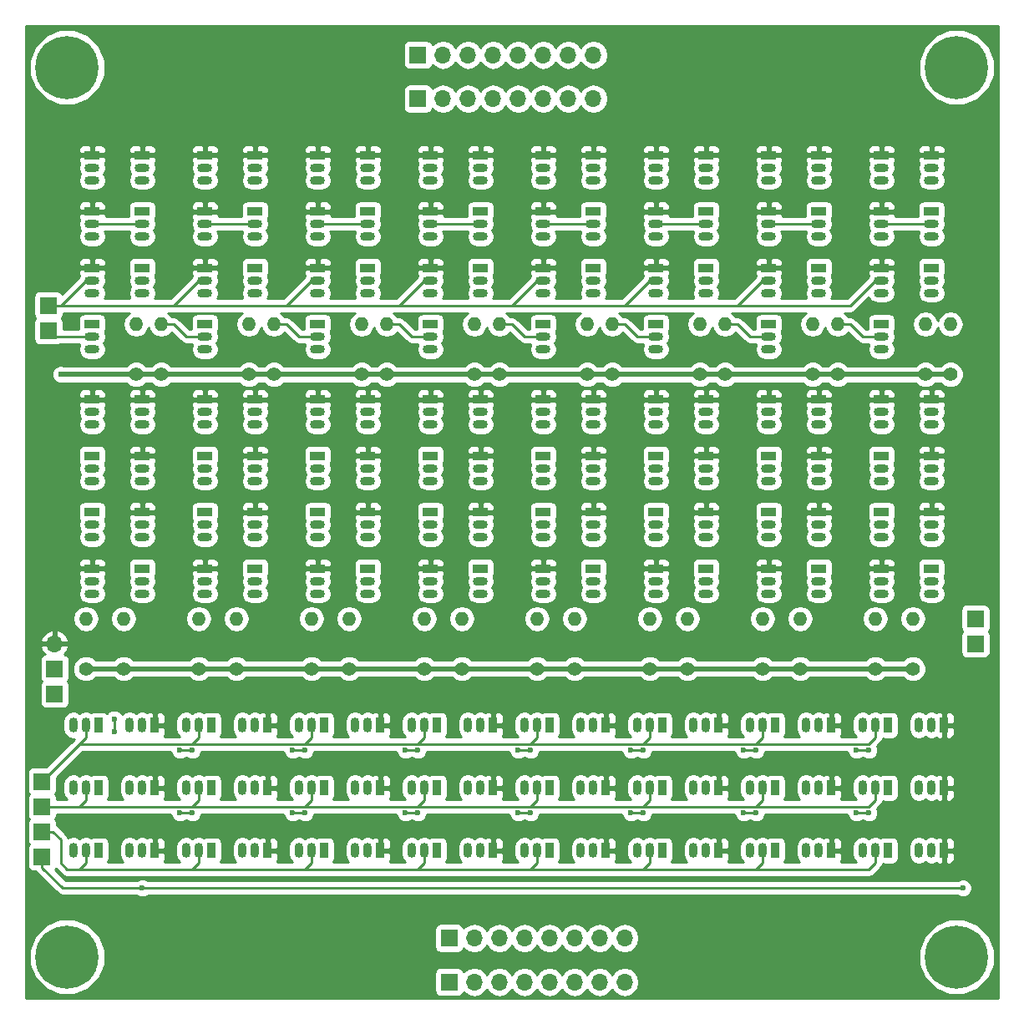
<source format=gbr>
G04 #@! TF.FileFunction,Copper,L2,Bot,Signal*
%FSLAX46Y46*%
G04 Gerber Fmt 4.6, Leading zero omitted, Abs format (unit mm)*
G04 Created by KiCad (PCBNEW 4.0.7-e2-6376~61~ubuntu18.04.1) date Sun Jul 14 08:04:14 2019*
%MOMM*%
%LPD*%
G01*
G04 APERTURE LIST*
%ADD10C,0.100000*%
%ADD11R,1.700000X1.700000*%
%ADD12O,1.700000X1.700000*%
%ADD13O,1.500000X0.900000*%
%ADD14R,1.500000X0.900000*%
%ADD15C,1.400000*%
%ADD16O,1.400000X1.400000*%
%ADD17O,0.900000X1.500000*%
%ADD18R,0.900000X1.500000*%
%ADD19C,6.400000*%
%ADD20C,0.600000*%
%ADD21C,0.500000*%
%ADD22C,0.250000*%
%ADD23C,0.254000*%
G04 APERTURE END LIST*
D10*
D11*
X45085000Y-81280000D03*
D12*
X45085000Y-78740000D03*
D11*
X81915000Y-19050000D03*
D12*
X84455000Y-19050000D03*
X86995000Y-19050000D03*
X89535000Y-19050000D03*
X92075000Y-19050000D03*
X94615000Y-19050000D03*
X97155000Y-19050000D03*
X99695000Y-19050000D03*
D11*
X81915000Y-23495000D03*
D12*
X84455000Y-23495000D03*
X86995000Y-23495000D03*
X89535000Y-23495000D03*
X92075000Y-23495000D03*
X94615000Y-23495000D03*
X97155000Y-23495000D03*
X99695000Y-23495000D03*
D11*
X44450000Y-46990000D03*
X138430000Y-76200000D03*
X44450000Y-44450000D03*
D13*
X48895000Y-47625000D03*
X48895000Y-48895000D03*
D14*
X48895000Y-46355000D03*
D13*
X53975000Y-36195000D03*
X53975000Y-37465000D03*
D14*
X53975000Y-34925000D03*
D13*
X53975000Y-41910000D03*
X53975000Y-43180000D03*
D14*
X53975000Y-40640000D03*
D13*
X48895000Y-66675000D03*
X48895000Y-67945000D03*
D14*
X48895000Y-65405000D03*
D13*
X53975000Y-72390000D03*
X53975000Y-73660000D03*
D14*
X53975000Y-71120000D03*
D13*
X48895000Y-72390000D03*
X48895000Y-73660000D03*
D14*
X48895000Y-71120000D03*
D13*
X48895000Y-41910000D03*
X48895000Y-43180000D03*
D14*
X48895000Y-40640000D03*
D13*
X53975000Y-30480000D03*
X53975000Y-31750000D03*
D14*
X53975000Y-29210000D03*
D13*
X48895000Y-36195000D03*
X48895000Y-37465000D03*
D14*
X48895000Y-34925000D03*
D13*
X48895000Y-30480000D03*
X48895000Y-31750000D03*
D14*
X48895000Y-29210000D03*
D13*
X48895000Y-60960000D03*
X48895000Y-62230000D03*
D14*
X48895000Y-59690000D03*
D13*
X53975000Y-66675000D03*
X53975000Y-67945000D03*
D14*
X53975000Y-65405000D03*
D13*
X53975000Y-60960000D03*
X53975000Y-62230000D03*
D14*
X53975000Y-59690000D03*
D13*
X53975000Y-55245000D03*
X53975000Y-56515000D03*
D14*
X53975000Y-53975000D03*
D13*
X48895000Y-55245000D03*
X48895000Y-56515000D03*
D14*
X48895000Y-53975000D03*
D13*
X60325000Y-47625000D03*
X60325000Y-48895000D03*
D14*
X60325000Y-46355000D03*
D13*
X65405000Y-36195000D03*
X65405000Y-37465000D03*
D14*
X65405000Y-34925000D03*
D13*
X65405000Y-41910000D03*
X65405000Y-43180000D03*
D14*
X65405000Y-40640000D03*
D13*
X60325000Y-66675000D03*
X60325000Y-67945000D03*
D14*
X60325000Y-65405000D03*
D13*
X65405000Y-72390000D03*
X65405000Y-73660000D03*
D14*
X65405000Y-71120000D03*
D13*
X60325000Y-72390000D03*
X60325000Y-73660000D03*
D14*
X60325000Y-71120000D03*
D13*
X60325000Y-41910000D03*
X60325000Y-43180000D03*
D14*
X60325000Y-40640000D03*
D13*
X65405000Y-30480000D03*
X65405000Y-31750000D03*
D14*
X65405000Y-29210000D03*
D13*
X60325000Y-36195000D03*
X60325000Y-37465000D03*
D14*
X60325000Y-34925000D03*
D13*
X60325000Y-30480000D03*
X60325000Y-31750000D03*
D14*
X60325000Y-29210000D03*
D13*
X60325000Y-60960000D03*
X60325000Y-62230000D03*
D14*
X60325000Y-59690000D03*
D13*
X65405000Y-66675000D03*
X65405000Y-67945000D03*
D14*
X65405000Y-65405000D03*
D13*
X65405000Y-60960000D03*
X65405000Y-62230000D03*
D14*
X65405000Y-59690000D03*
D13*
X65405000Y-55245000D03*
X65405000Y-56515000D03*
D14*
X65405000Y-53975000D03*
D13*
X60325000Y-55245000D03*
X60325000Y-56515000D03*
D14*
X60325000Y-53975000D03*
D13*
X71755000Y-47625000D03*
X71755000Y-48895000D03*
D14*
X71755000Y-46355000D03*
D13*
X76835000Y-36195000D03*
X76835000Y-37465000D03*
D14*
X76835000Y-34925000D03*
D13*
X76835000Y-41910000D03*
X76835000Y-43180000D03*
D14*
X76835000Y-40640000D03*
D13*
X71755000Y-66675000D03*
X71755000Y-67945000D03*
D14*
X71755000Y-65405000D03*
D13*
X76835000Y-72390000D03*
X76835000Y-73660000D03*
D14*
X76835000Y-71120000D03*
D13*
X71755000Y-72390000D03*
X71755000Y-73660000D03*
D14*
X71755000Y-71120000D03*
D13*
X71755000Y-41910000D03*
X71755000Y-43180000D03*
D14*
X71755000Y-40640000D03*
D13*
X76835000Y-30480000D03*
X76835000Y-31750000D03*
D14*
X76835000Y-29210000D03*
D13*
X71755000Y-36195000D03*
X71755000Y-37465000D03*
D14*
X71755000Y-34925000D03*
D13*
X71755000Y-30480000D03*
X71755000Y-31750000D03*
D14*
X71755000Y-29210000D03*
D13*
X71755000Y-60960000D03*
X71755000Y-62230000D03*
D14*
X71755000Y-59690000D03*
D13*
X76835000Y-66675000D03*
X76835000Y-67945000D03*
D14*
X76835000Y-65405000D03*
D13*
X76835000Y-60960000D03*
X76835000Y-62230000D03*
D14*
X76835000Y-59690000D03*
D13*
X76835000Y-55245000D03*
X76835000Y-56515000D03*
D14*
X76835000Y-53975000D03*
D13*
X71755000Y-55245000D03*
X71755000Y-56515000D03*
D14*
X71755000Y-53975000D03*
D13*
X83185000Y-47625000D03*
X83185000Y-48895000D03*
D14*
X83185000Y-46355000D03*
D13*
X88265000Y-36195000D03*
X88265000Y-37465000D03*
D14*
X88265000Y-34925000D03*
D13*
X88265000Y-41910000D03*
X88265000Y-43180000D03*
D14*
X88265000Y-40640000D03*
D13*
X83185000Y-66675000D03*
X83185000Y-67945000D03*
D14*
X83185000Y-65405000D03*
D13*
X88265000Y-72390000D03*
X88265000Y-73660000D03*
D14*
X88265000Y-71120000D03*
D13*
X83185000Y-72390000D03*
X83185000Y-73660000D03*
D14*
X83185000Y-71120000D03*
D13*
X83185000Y-41910000D03*
X83185000Y-43180000D03*
D14*
X83185000Y-40640000D03*
D13*
X88265000Y-30480000D03*
X88265000Y-31750000D03*
D14*
X88265000Y-29210000D03*
D13*
X83185000Y-36195000D03*
X83185000Y-37465000D03*
D14*
X83185000Y-34925000D03*
D13*
X83185000Y-30480000D03*
X83185000Y-31750000D03*
D14*
X83185000Y-29210000D03*
D13*
X83185000Y-60960000D03*
X83185000Y-62230000D03*
D14*
X83185000Y-59690000D03*
D13*
X88265000Y-66675000D03*
X88265000Y-67945000D03*
D14*
X88265000Y-65405000D03*
D13*
X88265000Y-60960000D03*
X88265000Y-62230000D03*
D14*
X88265000Y-59690000D03*
D13*
X88265000Y-55245000D03*
X88265000Y-56515000D03*
D14*
X88265000Y-53975000D03*
D13*
X83185000Y-55245000D03*
X83185000Y-56515000D03*
D14*
X83185000Y-53975000D03*
D13*
X94615000Y-47625000D03*
X94615000Y-48895000D03*
D14*
X94615000Y-46355000D03*
D13*
X99695000Y-36195000D03*
X99695000Y-37465000D03*
D14*
X99695000Y-34925000D03*
D13*
X99695000Y-41910000D03*
X99695000Y-43180000D03*
D14*
X99695000Y-40640000D03*
D13*
X94615000Y-66675000D03*
X94615000Y-67945000D03*
D14*
X94615000Y-65405000D03*
D13*
X99695000Y-72390000D03*
X99695000Y-73660000D03*
D14*
X99695000Y-71120000D03*
D13*
X94615000Y-72390000D03*
X94615000Y-73660000D03*
D14*
X94615000Y-71120000D03*
D13*
X94615000Y-41910000D03*
X94615000Y-43180000D03*
D14*
X94615000Y-40640000D03*
D13*
X99695000Y-30480000D03*
X99695000Y-31750000D03*
D14*
X99695000Y-29210000D03*
D13*
X94615000Y-36195000D03*
X94615000Y-37465000D03*
D14*
X94615000Y-34925000D03*
D13*
X94615000Y-30480000D03*
X94615000Y-31750000D03*
D14*
X94615000Y-29210000D03*
D13*
X94615000Y-60960000D03*
X94615000Y-62230000D03*
D14*
X94615000Y-59690000D03*
D13*
X99695000Y-66675000D03*
X99695000Y-67945000D03*
D14*
X99695000Y-65405000D03*
D13*
X99695000Y-60960000D03*
X99695000Y-62230000D03*
D14*
X99695000Y-59690000D03*
D13*
X99695000Y-55245000D03*
X99695000Y-56515000D03*
D14*
X99695000Y-53975000D03*
D13*
X94615000Y-55245000D03*
X94615000Y-56515000D03*
D14*
X94615000Y-53975000D03*
D13*
X106045000Y-47625000D03*
X106045000Y-48895000D03*
D14*
X106045000Y-46355000D03*
D13*
X111125000Y-36195000D03*
X111125000Y-37465000D03*
D14*
X111125000Y-34925000D03*
D13*
X111125000Y-41910000D03*
X111125000Y-43180000D03*
D14*
X111125000Y-40640000D03*
D13*
X106045000Y-66675000D03*
X106045000Y-67945000D03*
D14*
X106045000Y-65405000D03*
D13*
X111125000Y-72390000D03*
X111125000Y-73660000D03*
D14*
X111125000Y-71120000D03*
D13*
X106045000Y-72390000D03*
X106045000Y-73660000D03*
D14*
X106045000Y-71120000D03*
D13*
X106045000Y-41910000D03*
X106045000Y-43180000D03*
D14*
X106045000Y-40640000D03*
D13*
X111125000Y-30480000D03*
X111125000Y-31750000D03*
D14*
X111125000Y-29210000D03*
D13*
X106045000Y-36195000D03*
X106045000Y-37465000D03*
D14*
X106045000Y-34925000D03*
D13*
X106045000Y-30480000D03*
X106045000Y-31750000D03*
D14*
X106045000Y-29210000D03*
D13*
X106045000Y-60960000D03*
X106045000Y-62230000D03*
D14*
X106045000Y-59690000D03*
D13*
X111125000Y-66675000D03*
X111125000Y-67945000D03*
D14*
X111125000Y-65405000D03*
D13*
X111125000Y-60960000D03*
X111125000Y-62230000D03*
D14*
X111125000Y-59690000D03*
D13*
X111125000Y-55245000D03*
X111125000Y-56515000D03*
D14*
X111125000Y-53975000D03*
D13*
X106045000Y-55245000D03*
X106045000Y-56515000D03*
D14*
X106045000Y-53975000D03*
D13*
X117475000Y-47625000D03*
X117475000Y-48895000D03*
D14*
X117475000Y-46355000D03*
D13*
X122555000Y-36195000D03*
X122555000Y-37465000D03*
D14*
X122555000Y-34925000D03*
D13*
X122555000Y-41910000D03*
X122555000Y-43180000D03*
D14*
X122555000Y-40640000D03*
D13*
X117475000Y-66675000D03*
X117475000Y-67945000D03*
D14*
X117475000Y-65405000D03*
D13*
X122555000Y-72390000D03*
X122555000Y-73660000D03*
D14*
X122555000Y-71120000D03*
D13*
X117475000Y-72390000D03*
X117475000Y-73660000D03*
D14*
X117475000Y-71120000D03*
D13*
X117475000Y-41910000D03*
X117475000Y-43180000D03*
D14*
X117475000Y-40640000D03*
D13*
X122555000Y-30480000D03*
X122555000Y-31750000D03*
D14*
X122555000Y-29210000D03*
D13*
X117475000Y-36195000D03*
X117475000Y-37465000D03*
D14*
X117475000Y-34925000D03*
D13*
X117475000Y-30480000D03*
X117475000Y-31750000D03*
D14*
X117475000Y-29210000D03*
D13*
X117475000Y-60960000D03*
X117475000Y-62230000D03*
D14*
X117475000Y-59690000D03*
D13*
X122555000Y-66675000D03*
X122555000Y-67945000D03*
D14*
X122555000Y-65405000D03*
D13*
X122555000Y-60960000D03*
X122555000Y-62230000D03*
D14*
X122555000Y-59690000D03*
D13*
X122555000Y-55245000D03*
X122555000Y-56515000D03*
D14*
X122555000Y-53975000D03*
D13*
X117475000Y-55245000D03*
X117475000Y-56515000D03*
D14*
X117475000Y-53975000D03*
D13*
X128905000Y-47625000D03*
X128905000Y-48895000D03*
D14*
X128905000Y-46355000D03*
D13*
X133985000Y-36195000D03*
X133985000Y-37465000D03*
D14*
X133985000Y-34925000D03*
D13*
X133985000Y-41910000D03*
X133985000Y-43180000D03*
D14*
X133985000Y-40640000D03*
D13*
X128905000Y-66675000D03*
X128905000Y-67945000D03*
D14*
X128905000Y-65405000D03*
D13*
X133985000Y-72390000D03*
X133985000Y-73660000D03*
D14*
X133985000Y-71120000D03*
D13*
X128905000Y-72390000D03*
X128905000Y-73660000D03*
D14*
X128905000Y-71120000D03*
D13*
X128905000Y-41910000D03*
X128905000Y-43180000D03*
D14*
X128905000Y-40640000D03*
D13*
X133985000Y-30480000D03*
X133985000Y-31750000D03*
D14*
X133985000Y-29210000D03*
D13*
X128905000Y-36195000D03*
X128905000Y-37465000D03*
D14*
X128905000Y-34925000D03*
D13*
X128905000Y-30480000D03*
X128905000Y-31750000D03*
D14*
X128905000Y-29210000D03*
D13*
X128905000Y-60960000D03*
X128905000Y-62230000D03*
D14*
X128905000Y-59690000D03*
D13*
X133985000Y-66675000D03*
X133985000Y-67945000D03*
D14*
X133985000Y-65405000D03*
D13*
X133985000Y-60960000D03*
X133985000Y-62230000D03*
D14*
X133985000Y-59690000D03*
D13*
X133985000Y-55245000D03*
X133985000Y-56515000D03*
D14*
X133985000Y-53975000D03*
D13*
X128905000Y-55245000D03*
X128905000Y-56515000D03*
D14*
X128905000Y-53975000D03*
D15*
X53340000Y-51435000D03*
D16*
X53340000Y-46355000D03*
D15*
X55880000Y-51435000D03*
D16*
X55880000Y-46355000D03*
D15*
X52070000Y-81280000D03*
D16*
X52070000Y-76200000D03*
D15*
X48260000Y-81280000D03*
D16*
X48260000Y-76200000D03*
D15*
X64770000Y-51435000D03*
D16*
X64770000Y-46355000D03*
D15*
X67310000Y-51435000D03*
D16*
X67310000Y-46355000D03*
D15*
X63500000Y-81280000D03*
D16*
X63500000Y-76200000D03*
D15*
X59690000Y-81280000D03*
D16*
X59690000Y-76200000D03*
D15*
X76200000Y-51435000D03*
D16*
X76200000Y-46355000D03*
D15*
X78740000Y-51435000D03*
D16*
X78740000Y-46355000D03*
D15*
X74930000Y-81280000D03*
D16*
X74930000Y-76200000D03*
D15*
X71120000Y-81280000D03*
D16*
X71120000Y-76200000D03*
D15*
X87630000Y-51435000D03*
D16*
X87630000Y-46355000D03*
D15*
X90170000Y-51435000D03*
D16*
X90170000Y-46355000D03*
D15*
X86360000Y-81280000D03*
D16*
X86360000Y-76200000D03*
D15*
X82550000Y-81280000D03*
D16*
X82550000Y-76200000D03*
D15*
X99060000Y-51435000D03*
D16*
X99060000Y-46355000D03*
D15*
X101600000Y-51435000D03*
D16*
X101600000Y-46355000D03*
D15*
X97790000Y-81280000D03*
D16*
X97790000Y-76200000D03*
D15*
X93980000Y-81280000D03*
D16*
X93980000Y-76200000D03*
D15*
X110490000Y-51435000D03*
D16*
X110490000Y-46355000D03*
D15*
X113030000Y-51435000D03*
D16*
X113030000Y-46355000D03*
D15*
X109220000Y-81280000D03*
D16*
X109220000Y-76200000D03*
D15*
X105410000Y-81280000D03*
D16*
X105410000Y-76200000D03*
D15*
X121920000Y-51435000D03*
D16*
X121920000Y-46355000D03*
D15*
X124460000Y-51435000D03*
D16*
X124460000Y-46355000D03*
D15*
X120650000Y-81280000D03*
D16*
X120650000Y-76200000D03*
D15*
X116840000Y-81280000D03*
D16*
X116840000Y-76200000D03*
D15*
X133350000Y-51435000D03*
D16*
X133350000Y-46355000D03*
D15*
X135890000Y-51435000D03*
D16*
X135890000Y-46355000D03*
D15*
X132080000Y-81280000D03*
D16*
X132080000Y-76200000D03*
D15*
X128270000Y-81280000D03*
D16*
X128270000Y-76200000D03*
D11*
X45085000Y-83820000D03*
X138430000Y-78740000D03*
X43815000Y-100330000D03*
X43815000Y-97790000D03*
X43815000Y-92710000D03*
X43815000Y-95250000D03*
X85090000Y-108585000D03*
D12*
X87630000Y-108585000D03*
X90170000Y-108585000D03*
X92710000Y-108585000D03*
X95250000Y-108585000D03*
X97790000Y-108585000D03*
X100330000Y-108585000D03*
X102870000Y-108585000D03*
D17*
X48260000Y-99695000D03*
X46990000Y-99695000D03*
D18*
X49530000Y-99695000D03*
D17*
X48260000Y-93345000D03*
X46990000Y-93345000D03*
D18*
X49530000Y-93345000D03*
D17*
X48260000Y-86995000D03*
X46990000Y-86995000D03*
D18*
X49530000Y-86995000D03*
D17*
X53975000Y-99695000D03*
X52705000Y-99695000D03*
D18*
X55245000Y-99695000D03*
D17*
X53975000Y-93345000D03*
X52705000Y-93345000D03*
D18*
X55245000Y-93345000D03*
D17*
X53975000Y-86995000D03*
X52705000Y-86995000D03*
D18*
X55245000Y-86995000D03*
D17*
X59690000Y-99695000D03*
X58420000Y-99695000D03*
D18*
X60960000Y-99695000D03*
D17*
X59690000Y-93345000D03*
X58420000Y-93345000D03*
D18*
X60960000Y-93345000D03*
D17*
X59690000Y-86995000D03*
X58420000Y-86995000D03*
D18*
X60960000Y-86995000D03*
D17*
X65405000Y-99695000D03*
X64135000Y-99695000D03*
D18*
X66675000Y-99695000D03*
D17*
X65405000Y-93345000D03*
X64135000Y-93345000D03*
D18*
X66675000Y-93345000D03*
D17*
X65405000Y-86995000D03*
X64135000Y-86995000D03*
D18*
X66675000Y-86995000D03*
D17*
X71120000Y-99695000D03*
X69850000Y-99695000D03*
D18*
X72390000Y-99695000D03*
D17*
X71120000Y-93345000D03*
X69850000Y-93345000D03*
D18*
X72390000Y-93345000D03*
D17*
X71120000Y-86995000D03*
X69850000Y-86995000D03*
D18*
X72390000Y-86995000D03*
D17*
X76835000Y-99695000D03*
X75565000Y-99695000D03*
D18*
X78105000Y-99695000D03*
D17*
X76835000Y-93345000D03*
X75565000Y-93345000D03*
D18*
X78105000Y-93345000D03*
D17*
X76835000Y-86995000D03*
X75565000Y-86995000D03*
D18*
X78105000Y-86995000D03*
D17*
X82550000Y-99695000D03*
X81280000Y-99695000D03*
D18*
X83820000Y-99695000D03*
D17*
X82550000Y-93345000D03*
X81280000Y-93345000D03*
D18*
X83820000Y-93345000D03*
D17*
X82550000Y-86995000D03*
X81280000Y-86995000D03*
D18*
X83820000Y-86995000D03*
D17*
X88265000Y-99695000D03*
X86995000Y-99695000D03*
D18*
X89535000Y-99695000D03*
D17*
X88265000Y-93345000D03*
X86995000Y-93345000D03*
D18*
X89535000Y-93345000D03*
D17*
X88265000Y-86995000D03*
X86995000Y-86995000D03*
D18*
X89535000Y-86995000D03*
D17*
X93980000Y-99695000D03*
X92710000Y-99695000D03*
D18*
X95250000Y-99695000D03*
D17*
X93980000Y-93345000D03*
X92710000Y-93345000D03*
D18*
X95250000Y-93345000D03*
D17*
X93980000Y-86995000D03*
X92710000Y-86995000D03*
D18*
X95250000Y-86995000D03*
D17*
X99695000Y-99695000D03*
X98425000Y-99695000D03*
D18*
X100965000Y-99695000D03*
D17*
X99695000Y-93345000D03*
X98425000Y-93345000D03*
D18*
X100965000Y-93345000D03*
D17*
X99695000Y-86995000D03*
X98425000Y-86995000D03*
D18*
X100965000Y-86995000D03*
D17*
X105410000Y-99695000D03*
X104140000Y-99695000D03*
D18*
X106680000Y-99695000D03*
D17*
X105410000Y-93345000D03*
X104140000Y-93345000D03*
D18*
X106680000Y-93345000D03*
D17*
X105410000Y-86995000D03*
X104140000Y-86995000D03*
D18*
X106680000Y-86995000D03*
D17*
X111125000Y-99695000D03*
X109855000Y-99695000D03*
D18*
X112395000Y-99695000D03*
D17*
X111125000Y-93345000D03*
X109855000Y-93345000D03*
D18*
X112395000Y-93345000D03*
D17*
X111125000Y-86995000D03*
X109855000Y-86995000D03*
D18*
X112395000Y-86995000D03*
D17*
X116840000Y-99695000D03*
X115570000Y-99695000D03*
D18*
X118110000Y-99695000D03*
D17*
X116840000Y-93345000D03*
X115570000Y-93345000D03*
D18*
X118110000Y-93345000D03*
D17*
X116840000Y-86995000D03*
X115570000Y-86995000D03*
D18*
X118110000Y-86995000D03*
D17*
X122555000Y-99695000D03*
X121285000Y-99695000D03*
D18*
X123825000Y-99695000D03*
D17*
X122555000Y-93345000D03*
X121285000Y-93345000D03*
D18*
X123825000Y-93345000D03*
D17*
X122555000Y-86995000D03*
X121285000Y-86995000D03*
D18*
X123825000Y-86995000D03*
D17*
X128270000Y-99695000D03*
X127000000Y-99695000D03*
D18*
X129540000Y-99695000D03*
D17*
X128270000Y-93345000D03*
X127000000Y-93345000D03*
D18*
X129540000Y-93345000D03*
D17*
X128270000Y-86995000D03*
X127000000Y-86995000D03*
D18*
X129540000Y-86995000D03*
D17*
X133985000Y-99695000D03*
X132715000Y-99695000D03*
D18*
X135255000Y-99695000D03*
D17*
X133985000Y-93345000D03*
X132715000Y-93345000D03*
D18*
X135255000Y-93345000D03*
D17*
X133985000Y-86995000D03*
X132715000Y-86995000D03*
D18*
X135255000Y-86995000D03*
D19*
X46355000Y-20320000D03*
X136525000Y-20320000D03*
X46355000Y-110490000D03*
X136525000Y-110490000D03*
D11*
X85090000Y-113030000D03*
D12*
X87630000Y-113030000D03*
X90170000Y-113030000D03*
X92710000Y-113030000D03*
X95250000Y-113030000D03*
X97790000Y-113030000D03*
X100330000Y-113030000D03*
X102870000Y-113030000D03*
D20*
X45720000Y-51435000D03*
X51117500Y-87630000D03*
X51117500Y-86360000D03*
X57785000Y-95885000D03*
X59055000Y-95885000D03*
X127635000Y-89535000D03*
X126365000Y-89535000D03*
X53975000Y-103505000D03*
X137160000Y-103505000D03*
X70485000Y-95885000D03*
X69215000Y-95885000D03*
X59055000Y-89535000D03*
X57785000Y-89535000D03*
X81915000Y-95885000D03*
X80645000Y-95885000D03*
X70485000Y-89535000D03*
X69215000Y-89535000D03*
X93345000Y-95885000D03*
X92075000Y-95885000D03*
X81915000Y-89535000D03*
X80645000Y-89535000D03*
X104775000Y-95885000D03*
X103505000Y-95885000D03*
X93345000Y-89535000D03*
X92075000Y-89535000D03*
X116205000Y-95885000D03*
X114935000Y-95885000D03*
X104775000Y-89535000D03*
X103505000Y-89535000D03*
X127635000Y-95885000D03*
X126365000Y-95885000D03*
X116205000Y-89535000D03*
X114935000Y-89535000D03*
D21*
X53340000Y-51435000D02*
X45720000Y-51435000D01*
X135890000Y-51435000D02*
X133350000Y-51435000D01*
X133350000Y-51435000D02*
X124460000Y-51435000D01*
X124460000Y-51435000D02*
X121920000Y-51435000D01*
X121920000Y-51435000D02*
X113030000Y-51435000D01*
X113030000Y-51435000D02*
X110490000Y-51435000D01*
X110490000Y-51435000D02*
X101600000Y-51435000D01*
X101600000Y-51435000D02*
X99060000Y-51435000D01*
X99060000Y-51435000D02*
X90170000Y-51435000D01*
X90170000Y-51435000D02*
X87630000Y-51435000D01*
X87630000Y-51435000D02*
X78740000Y-51435000D01*
X78740000Y-51435000D02*
X76200000Y-51435000D01*
X76200000Y-51435000D02*
X67310000Y-51435000D01*
X67310000Y-51435000D02*
X64770000Y-51435000D01*
X64770000Y-51435000D02*
X55880000Y-51435000D01*
X55880000Y-51435000D02*
X53340000Y-51435000D01*
X52070000Y-81280000D02*
X59690000Y-81280000D01*
X59690000Y-81280000D02*
X63500000Y-81280000D01*
X63500000Y-81280000D02*
X71120000Y-81280000D01*
X71120000Y-81280000D02*
X74930000Y-81280000D01*
X74930000Y-81280000D02*
X82550000Y-81280000D01*
X82550000Y-81280000D02*
X86360000Y-81280000D01*
X86360000Y-81280000D02*
X93980000Y-81280000D01*
X93980000Y-81280000D02*
X97790000Y-81280000D01*
X97790000Y-81280000D02*
X105410000Y-81280000D01*
X105410000Y-81280000D02*
X109220000Y-81280000D01*
X109220000Y-81280000D02*
X116840000Y-81280000D01*
X116840000Y-81280000D02*
X120650000Y-81280000D01*
X120650000Y-81280000D02*
X128270000Y-81280000D01*
X128270000Y-81280000D02*
X132080000Y-81280000D01*
X48260000Y-81280000D02*
X52070000Y-81280000D01*
D22*
X53975000Y-36195000D02*
X48895000Y-36195000D01*
X60325000Y-36195000D02*
X65405000Y-36195000D01*
X71755000Y-36195000D02*
X76835000Y-36195000D01*
X83185000Y-36195000D02*
X88265000Y-36195000D01*
X94615000Y-36195000D02*
X99695000Y-36195000D01*
X106045000Y-36195000D02*
X111125000Y-36195000D01*
X117475000Y-36195000D02*
X122555000Y-36195000D01*
X128905000Y-36195000D02*
X133985000Y-36195000D01*
X43815000Y-47625000D02*
X48895000Y-47625000D01*
X117475000Y-41910000D02*
X116840000Y-41910000D01*
X116840000Y-41910000D02*
X114300000Y-44450000D01*
X48895000Y-41910000D02*
X48260000Y-41910000D01*
X48260000Y-41910000D02*
X45720000Y-44450000D01*
X60325000Y-41910000D02*
X59690000Y-41910000D01*
X59690000Y-41910000D02*
X57150000Y-44450000D01*
X71755000Y-41910000D02*
X71120000Y-41910000D01*
X71120000Y-41910000D02*
X68580000Y-44450000D01*
X83185000Y-41910000D02*
X82550000Y-41910000D01*
X82550000Y-41910000D02*
X80010000Y-44450000D01*
X94615000Y-41910000D02*
X93980000Y-41910000D01*
X93980000Y-41910000D02*
X91440000Y-44450000D01*
X106045000Y-41910000D02*
X105410000Y-41910000D01*
X105410000Y-41910000D02*
X102870000Y-44450000D01*
X43815000Y-44450000D02*
X45720000Y-44450000D01*
X45720000Y-44450000D02*
X57150000Y-44450000D01*
X57150000Y-44450000D02*
X68580000Y-44450000D01*
X68580000Y-44450000D02*
X80010000Y-44450000D01*
X80010000Y-44450000D02*
X91440000Y-44450000D01*
X91440000Y-44450000D02*
X102870000Y-44450000D01*
X102870000Y-44450000D02*
X114300000Y-44450000D01*
X114300000Y-44450000D02*
X125730000Y-44450000D01*
X125730000Y-44450000D02*
X128270000Y-41910000D01*
X128270000Y-41910000D02*
X128905000Y-41910000D01*
X55880000Y-46355000D02*
X57150000Y-46355000D01*
X58420000Y-47625000D02*
X60325000Y-47625000D01*
X57150000Y-46355000D02*
X58420000Y-47625000D01*
X67310000Y-46355000D02*
X68580000Y-46355000D01*
X69850000Y-47625000D02*
X71755000Y-47625000D01*
X68580000Y-46355000D02*
X69850000Y-47625000D01*
X78740000Y-46355000D02*
X80010000Y-46355000D01*
X81280000Y-47625000D02*
X83185000Y-47625000D01*
X80010000Y-46355000D02*
X81280000Y-47625000D01*
X90170000Y-46355000D02*
X91440000Y-46355000D01*
X92710000Y-47625000D02*
X94615000Y-47625000D01*
X91440000Y-46355000D02*
X92710000Y-47625000D01*
X101600000Y-46355000D02*
X102870000Y-46355000D01*
X104140000Y-47625000D02*
X106045000Y-47625000D01*
X102870000Y-46355000D02*
X104140000Y-47625000D01*
X113030000Y-46355000D02*
X114300000Y-46355000D01*
X115570000Y-47625000D02*
X117475000Y-47625000D01*
X114300000Y-46355000D02*
X115570000Y-47625000D01*
X124460000Y-46355000D02*
X125730000Y-46355000D01*
X127000000Y-47625000D02*
X128905000Y-47625000D01*
X125730000Y-46355000D02*
X127000000Y-47625000D01*
X51117500Y-86360000D02*
X51117500Y-87630000D01*
X57785000Y-95885000D02*
X59055000Y-95885000D01*
X126365000Y-89535000D02*
X127635000Y-89535000D01*
X53975000Y-103505000D02*
X137160000Y-103505000D01*
X53975000Y-103505000D02*
X45890000Y-103505000D01*
X43815000Y-101430000D02*
X43815000Y-100330000D01*
X45890000Y-103505000D02*
X43815000Y-101430000D01*
X47625000Y-101600000D02*
X46355000Y-101600000D01*
X46355000Y-101600000D02*
X45720000Y-100965000D01*
X45720000Y-100965000D02*
X45720000Y-98595000D01*
X45720000Y-98595000D02*
X44915000Y-97790000D01*
X44915000Y-97790000D02*
X43815000Y-97790000D01*
X116205000Y-101600000D02*
X127635000Y-101600000D01*
X128270000Y-100965000D02*
X128270000Y-99695000D01*
X127635000Y-101600000D02*
X128270000Y-100965000D01*
X104775000Y-101600000D02*
X116205000Y-101600000D01*
X116840000Y-100965000D02*
X116840000Y-99695000D01*
X116205000Y-101600000D02*
X116840000Y-100965000D01*
X93345000Y-101600000D02*
X104775000Y-101600000D01*
X105410000Y-100965000D02*
X105410000Y-99695000D01*
X104775000Y-101600000D02*
X105410000Y-100965000D01*
X81915000Y-101600000D02*
X93345000Y-101600000D01*
X93980000Y-100965000D02*
X93980000Y-99695000D01*
X93345000Y-101600000D02*
X93980000Y-100965000D01*
X70485000Y-101600000D02*
X81915000Y-101600000D01*
X82550000Y-100965000D02*
X82550000Y-99695000D01*
X81915000Y-101600000D02*
X82550000Y-100965000D01*
X59055000Y-101600000D02*
X70485000Y-101600000D01*
X71120000Y-100965000D02*
X71120000Y-99695000D01*
X70485000Y-101600000D02*
X71120000Y-100965000D01*
X47625000Y-101600000D02*
X59055000Y-101600000D01*
X59690000Y-100965000D02*
X59690000Y-99695000D01*
X59055000Y-101600000D02*
X59690000Y-100965000D01*
X48260000Y-100965000D02*
X48260000Y-99695000D01*
X47625000Y-101600000D02*
X48260000Y-100965000D01*
X47625000Y-88900000D02*
X43815000Y-92710000D01*
X116205000Y-88900000D02*
X127635000Y-88900000D01*
X128270000Y-88265000D02*
X128270000Y-86995000D01*
X127635000Y-88900000D02*
X128270000Y-88265000D01*
X104775000Y-88900000D02*
X116205000Y-88900000D01*
X116840000Y-88265000D02*
X116840000Y-86995000D01*
X116205000Y-88900000D02*
X116840000Y-88265000D01*
X93345000Y-88900000D02*
X104775000Y-88900000D01*
X105410000Y-88265000D02*
X105410000Y-86995000D01*
X104775000Y-88900000D02*
X105410000Y-88265000D01*
X81915000Y-88900000D02*
X93345000Y-88900000D01*
X93980000Y-88265000D02*
X93980000Y-86995000D01*
X93345000Y-88900000D02*
X93980000Y-88265000D01*
X70485000Y-88900000D02*
X81915000Y-88900000D01*
X82550000Y-88265000D02*
X82550000Y-86995000D01*
X81915000Y-88900000D02*
X82550000Y-88265000D01*
X59055000Y-88900000D02*
X70485000Y-88900000D01*
X71120000Y-88265000D02*
X71120000Y-86995000D01*
X70485000Y-88900000D02*
X71120000Y-88265000D01*
X59690000Y-86995000D02*
X59690000Y-88265000D01*
X59055000Y-88900000D02*
X47625000Y-88900000D01*
X59690000Y-88265000D02*
X59055000Y-88900000D01*
X48260000Y-88265000D02*
X48260000Y-86995000D01*
X47625000Y-88900000D02*
X48260000Y-88265000D01*
X116205000Y-95250000D02*
X127635000Y-95250000D01*
X128270000Y-94615000D02*
X128270000Y-93345000D01*
X127635000Y-95250000D02*
X128270000Y-94615000D01*
X104775000Y-95250000D02*
X116205000Y-95250000D01*
X116840000Y-94615000D02*
X116840000Y-93345000D01*
X116205000Y-95250000D02*
X116840000Y-94615000D01*
X93345000Y-95250000D02*
X104775000Y-95250000D01*
X105410000Y-94615000D02*
X105410000Y-93345000D01*
X104775000Y-95250000D02*
X105410000Y-94615000D01*
X81915000Y-95250000D02*
X93345000Y-95250000D01*
X93980000Y-94615000D02*
X93980000Y-93345000D01*
X93345000Y-95250000D02*
X93980000Y-94615000D01*
X70485000Y-95250000D02*
X81915000Y-95250000D01*
X82550000Y-94615000D02*
X82550000Y-93345000D01*
X81915000Y-95250000D02*
X82550000Y-94615000D01*
X59055000Y-95250000D02*
X70485000Y-95250000D01*
X71120000Y-94615000D02*
X71120000Y-93345000D01*
X70485000Y-95250000D02*
X71120000Y-94615000D01*
X47625000Y-95250000D02*
X59055000Y-95250000D01*
X59690000Y-94615000D02*
X59690000Y-93345000D01*
X59055000Y-95250000D02*
X59690000Y-94615000D01*
X43815000Y-95250000D02*
X47625000Y-95250000D01*
X48260000Y-94615000D02*
X48260000Y-93345000D01*
X47625000Y-95250000D02*
X48260000Y-94615000D01*
X69215000Y-95885000D02*
X70485000Y-95885000D01*
X57785000Y-89535000D02*
X59055000Y-89535000D01*
X80645000Y-95885000D02*
X81915000Y-95885000D01*
X69215000Y-89535000D02*
X70485000Y-89535000D01*
X92075000Y-95885000D02*
X93345000Y-95885000D01*
X80645000Y-89535000D02*
X81915000Y-89535000D01*
X103505000Y-95885000D02*
X104775000Y-95885000D01*
X92075000Y-89535000D02*
X93345000Y-89535000D01*
X114935000Y-95885000D02*
X116205000Y-95885000D01*
X103505000Y-89535000D02*
X104775000Y-89535000D01*
X126365000Y-95885000D02*
X127635000Y-95885000D01*
X114935000Y-89535000D02*
X116205000Y-89535000D01*
D23*
G36*
X140730000Y-114695000D02*
X42150000Y-114695000D01*
X42150000Y-111249482D01*
X42519336Y-111249482D01*
X43101950Y-112659515D01*
X44179811Y-113739259D01*
X45588825Y-114324333D01*
X47114482Y-114325664D01*
X48524515Y-113743050D01*
X49604259Y-112665189D01*
X49805727Y-112180000D01*
X83592560Y-112180000D01*
X83592560Y-113880000D01*
X83636838Y-114115317D01*
X83775910Y-114331441D01*
X83988110Y-114476431D01*
X84240000Y-114527440D01*
X85940000Y-114527440D01*
X86175317Y-114483162D01*
X86391441Y-114344090D01*
X86536431Y-114131890D01*
X86550086Y-114064459D01*
X86579946Y-114109147D01*
X87061715Y-114431054D01*
X87630000Y-114544093D01*
X88198285Y-114431054D01*
X88680054Y-114109147D01*
X88900000Y-113779974D01*
X89119946Y-114109147D01*
X89601715Y-114431054D01*
X90170000Y-114544093D01*
X90738285Y-114431054D01*
X91220054Y-114109147D01*
X91440000Y-113779974D01*
X91659946Y-114109147D01*
X92141715Y-114431054D01*
X92710000Y-114544093D01*
X93278285Y-114431054D01*
X93760054Y-114109147D01*
X93980000Y-113779974D01*
X94199946Y-114109147D01*
X94681715Y-114431054D01*
X95250000Y-114544093D01*
X95818285Y-114431054D01*
X96300054Y-114109147D01*
X96520000Y-113779974D01*
X96739946Y-114109147D01*
X97221715Y-114431054D01*
X97790000Y-114544093D01*
X98358285Y-114431054D01*
X98840054Y-114109147D01*
X99060000Y-113779974D01*
X99279946Y-114109147D01*
X99761715Y-114431054D01*
X100330000Y-114544093D01*
X100898285Y-114431054D01*
X101380054Y-114109147D01*
X101600000Y-113779974D01*
X101819946Y-114109147D01*
X102301715Y-114431054D01*
X102870000Y-114544093D01*
X103438285Y-114431054D01*
X103920054Y-114109147D01*
X104241961Y-113627378D01*
X104355000Y-113059093D01*
X104355000Y-113000907D01*
X104241961Y-112432622D01*
X103920054Y-111950853D01*
X103438285Y-111628946D01*
X102870000Y-111515907D01*
X102301715Y-111628946D01*
X101819946Y-111950853D01*
X101600000Y-112280026D01*
X101380054Y-111950853D01*
X100898285Y-111628946D01*
X100330000Y-111515907D01*
X99761715Y-111628946D01*
X99279946Y-111950853D01*
X99060000Y-112280026D01*
X98840054Y-111950853D01*
X98358285Y-111628946D01*
X97790000Y-111515907D01*
X97221715Y-111628946D01*
X96739946Y-111950853D01*
X96520000Y-112280026D01*
X96300054Y-111950853D01*
X95818285Y-111628946D01*
X95250000Y-111515907D01*
X94681715Y-111628946D01*
X94199946Y-111950853D01*
X93980000Y-112280026D01*
X93760054Y-111950853D01*
X93278285Y-111628946D01*
X92710000Y-111515907D01*
X92141715Y-111628946D01*
X91659946Y-111950853D01*
X91440000Y-112280026D01*
X91220054Y-111950853D01*
X90738285Y-111628946D01*
X90170000Y-111515907D01*
X89601715Y-111628946D01*
X89119946Y-111950853D01*
X88900000Y-112280026D01*
X88680054Y-111950853D01*
X88198285Y-111628946D01*
X87630000Y-111515907D01*
X87061715Y-111628946D01*
X86579946Y-111950853D01*
X86552150Y-111992452D01*
X86543162Y-111944683D01*
X86404090Y-111728559D01*
X86191890Y-111583569D01*
X85940000Y-111532560D01*
X84240000Y-111532560D01*
X84004683Y-111576838D01*
X83788559Y-111715910D01*
X83643569Y-111928110D01*
X83592560Y-112180000D01*
X49805727Y-112180000D01*
X50189333Y-111256175D01*
X50189338Y-111249482D01*
X132689336Y-111249482D01*
X133271950Y-112659515D01*
X134349811Y-113739259D01*
X135758825Y-114324333D01*
X137284482Y-114325664D01*
X138694515Y-113743050D01*
X139774259Y-112665189D01*
X140359333Y-111256175D01*
X140360664Y-109730518D01*
X139778050Y-108320485D01*
X138700189Y-107240741D01*
X137291175Y-106655667D01*
X135765518Y-106654336D01*
X134355485Y-107236950D01*
X133275741Y-108314811D01*
X132690667Y-109723825D01*
X132689336Y-111249482D01*
X50189338Y-111249482D01*
X50190664Y-109730518D01*
X49608050Y-108320485D01*
X49023587Y-107735000D01*
X83592560Y-107735000D01*
X83592560Y-109435000D01*
X83636838Y-109670317D01*
X83775910Y-109886441D01*
X83988110Y-110031431D01*
X84240000Y-110082440D01*
X85940000Y-110082440D01*
X86175317Y-110038162D01*
X86391441Y-109899090D01*
X86536431Y-109686890D01*
X86550086Y-109619459D01*
X86579946Y-109664147D01*
X87061715Y-109986054D01*
X87630000Y-110099093D01*
X88198285Y-109986054D01*
X88680054Y-109664147D01*
X88900000Y-109334974D01*
X89119946Y-109664147D01*
X89601715Y-109986054D01*
X90170000Y-110099093D01*
X90738285Y-109986054D01*
X91220054Y-109664147D01*
X91440000Y-109334974D01*
X91659946Y-109664147D01*
X92141715Y-109986054D01*
X92710000Y-110099093D01*
X93278285Y-109986054D01*
X93760054Y-109664147D01*
X93980000Y-109334974D01*
X94199946Y-109664147D01*
X94681715Y-109986054D01*
X95250000Y-110099093D01*
X95818285Y-109986054D01*
X96300054Y-109664147D01*
X96520000Y-109334974D01*
X96739946Y-109664147D01*
X97221715Y-109986054D01*
X97790000Y-110099093D01*
X98358285Y-109986054D01*
X98840054Y-109664147D01*
X99060000Y-109334974D01*
X99279946Y-109664147D01*
X99761715Y-109986054D01*
X100330000Y-110099093D01*
X100898285Y-109986054D01*
X101380054Y-109664147D01*
X101600000Y-109334974D01*
X101819946Y-109664147D01*
X102301715Y-109986054D01*
X102870000Y-110099093D01*
X103438285Y-109986054D01*
X103920054Y-109664147D01*
X104241961Y-109182378D01*
X104355000Y-108614093D01*
X104355000Y-108555907D01*
X104241961Y-107987622D01*
X103920054Y-107505853D01*
X103438285Y-107183946D01*
X102870000Y-107070907D01*
X102301715Y-107183946D01*
X101819946Y-107505853D01*
X101600000Y-107835026D01*
X101380054Y-107505853D01*
X100898285Y-107183946D01*
X100330000Y-107070907D01*
X99761715Y-107183946D01*
X99279946Y-107505853D01*
X99060000Y-107835026D01*
X98840054Y-107505853D01*
X98358285Y-107183946D01*
X97790000Y-107070907D01*
X97221715Y-107183946D01*
X96739946Y-107505853D01*
X96520000Y-107835026D01*
X96300054Y-107505853D01*
X95818285Y-107183946D01*
X95250000Y-107070907D01*
X94681715Y-107183946D01*
X94199946Y-107505853D01*
X93980000Y-107835026D01*
X93760054Y-107505853D01*
X93278285Y-107183946D01*
X92710000Y-107070907D01*
X92141715Y-107183946D01*
X91659946Y-107505853D01*
X91440000Y-107835026D01*
X91220054Y-107505853D01*
X90738285Y-107183946D01*
X90170000Y-107070907D01*
X89601715Y-107183946D01*
X89119946Y-107505853D01*
X88900000Y-107835026D01*
X88680054Y-107505853D01*
X88198285Y-107183946D01*
X87630000Y-107070907D01*
X87061715Y-107183946D01*
X86579946Y-107505853D01*
X86552150Y-107547452D01*
X86543162Y-107499683D01*
X86404090Y-107283559D01*
X86191890Y-107138569D01*
X85940000Y-107087560D01*
X84240000Y-107087560D01*
X84004683Y-107131838D01*
X83788559Y-107270910D01*
X83643569Y-107483110D01*
X83592560Y-107735000D01*
X49023587Y-107735000D01*
X48530189Y-107240741D01*
X47121175Y-106655667D01*
X45595518Y-106654336D01*
X44185485Y-107236950D01*
X43105741Y-108314811D01*
X42520667Y-109723825D01*
X42519336Y-111249482D01*
X42150000Y-111249482D01*
X42150000Y-91860000D01*
X42317560Y-91860000D01*
X42317560Y-93560000D01*
X42361838Y-93795317D01*
X42482015Y-93982077D01*
X42368569Y-94148110D01*
X42317560Y-94400000D01*
X42317560Y-96100000D01*
X42361838Y-96335317D01*
X42482015Y-96522077D01*
X42368569Y-96688110D01*
X42317560Y-96940000D01*
X42317560Y-98640000D01*
X42361838Y-98875317D01*
X42482015Y-99062077D01*
X42368569Y-99228110D01*
X42317560Y-99480000D01*
X42317560Y-101180000D01*
X42361838Y-101415317D01*
X42500910Y-101631441D01*
X42713110Y-101776431D01*
X42965000Y-101827440D01*
X43184080Y-101827440D01*
X43277599Y-101967401D01*
X45352599Y-104042401D01*
X45599161Y-104207148D01*
X45890000Y-104265000D01*
X53412537Y-104265000D01*
X53444673Y-104297192D01*
X53788201Y-104439838D01*
X54160167Y-104440162D01*
X54503943Y-104298117D01*
X54537118Y-104265000D01*
X136597537Y-104265000D01*
X136629673Y-104297192D01*
X136973201Y-104439838D01*
X137345167Y-104440162D01*
X137688943Y-104298117D01*
X137952192Y-104035327D01*
X138094838Y-103691799D01*
X138095162Y-103319833D01*
X137953117Y-102976057D01*
X137690327Y-102712808D01*
X137346799Y-102570162D01*
X136974833Y-102569838D01*
X136631057Y-102711883D01*
X136597882Y-102745000D01*
X54537463Y-102745000D01*
X54505327Y-102712808D01*
X54161799Y-102570162D01*
X53789833Y-102569838D01*
X53446057Y-102711883D01*
X53412882Y-102745000D01*
X46204802Y-102745000D01*
X45108805Y-101649003D01*
X45116441Y-101644090D01*
X45200810Y-101520612D01*
X45817599Y-102137401D01*
X46064161Y-102302148D01*
X46355000Y-102360000D01*
X127635000Y-102360000D01*
X127925839Y-102302148D01*
X128172401Y-102137401D01*
X128807401Y-101502401D01*
X128972148Y-101255839D01*
X129007955Y-101075826D01*
X129090000Y-101092440D01*
X129990000Y-101092440D01*
X130225317Y-101048162D01*
X130441441Y-100909090D01*
X130586431Y-100696890D01*
X130637440Y-100445000D01*
X130637440Y-99367866D01*
X131630000Y-99367866D01*
X131630000Y-100022134D01*
X131712591Y-100437346D01*
X131947789Y-100789345D01*
X132299788Y-101024543D01*
X132715000Y-101107134D01*
X133130212Y-101024543D01*
X133350000Y-100877685D01*
X133569788Y-101024543D01*
X133985000Y-101107134D01*
X134400212Y-101024543D01*
X134455546Y-100987570D01*
X134678691Y-101080000D01*
X134969250Y-101080000D01*
X135128000Y-100921250D01*
X135128000Y-99822000D01*
X135382000Y-99822000D01*
X135382000Y-100921250D01*
X135540750Y-101080000D01*
X135831309Y-101080000D01*
X136064698Y-100983327D01*
X136243327Y-100804699D01*
X136340000Y-100571310D01*
X136340000Y-99980750D01*
X136181250Y-99822000D01*
X135382000Y-99822000D01*
X135128000Y-99822000D01*
X135108000Y-99822000D01*
X135108000Y-99568000D01*
X135128000Y-99568000D01*
X135128000Y-98468750D01*
X135382000Y-98468750D01*
X135382000Y-99568000D01*
X136181250Y-99568000D01*
X136340000Y-99409250D01*
X136340000Y-98818690D01*
X136243327Y-98585301D01*
X136064698Y-98406673D01*
X135831309Y-98310000D01*
X135540750Y-98310000D01*
X135382000Y-98468750D01*
X135128000Y-98468750D01*
X134969250Y-98310000D01*
X134678691Y-98310000D01*
X134455546Y-98402430D01*
X134400212Y-98365457D01*
X133985000Y-98282866D01*
X133569788Y-98365457D01*
X133350000Y-98512315D01*
X133130212Y-98365457D01*
X132715000Y-98282866D01*
X132299788Y-98365457D01*
X131947789Y-98600655D01*
X131712591Y-98952654D01*
X131630000Y-99367866D01*
X130637440Y-99367866D01*
X130637440Y-98945000D01*
X130593162Y-98709683D01*
X130454090Y-98493559D01*
X130241890Y-98348569D01*
X129990000Y-98297560D01*
X129090000Y-98297560D01*
X128854683Y-98341838D01*
X128750345Y-98408978D01*
X128685212Y-98365457D01*
X128270000Y-98282866D01*
X127854788Y-98365457D01*
X127635000Y-98512315D01*
X127415212Y-98365457D01*
X127000000Y-98282866D01*
X126584788Y-98365457D01*
X126232789Y-98600655D01*
X125997591Y-98952654D01*
X125915000Y-99367866D01*
X125915000Y-100022134D01*
X125997591Y-100437346D01*
X126232789Y-100789345D01*
X126308600Y-100840000D01*
X124778026Y-100840000D01*
X124813327Y-100804699D01*
X124910000Y-100571310D01*
X124910000Y-99980750D01*
X124751250Y-99822000D01*
X123952000Y-99822000D01*
X123952000Y-99842000D01*
X123698000Y-99842000D01*
X123698000Y-99822000D01*
X123678000Y-99822000D01*
X123678000Y-99568000D01*
X123698000Y-99568000D01*
X123698000Y-98468750D01*
X123952000Y-98468750D01*
X123952000Y-99568000D01*
X124751250Y-99568000D01*
X124910000Y-99409250D01*
X124910000Y-98818690D01*
X124813327Y-98585301D01*
X124634698Y-98406673D01*
X124401309Y-98310000D01*
X124110750Y-98310000D01*
X123952000Y-98468750D01*
X123698000Y-98468750D01*
X123539250Y-98310000D01*
X123248691Y-98310000D01*
X123025546Y-98402430D01*
X122970212Y-98365457D01*
X122555000Y-98282866D01*
X122139788Y-98365457D01*
X121920000Y-98512315D01*
X121700212Y-98365457D01*
X121285000Y-98282866D01*
X120869788Y-98365457D01*
X120517789Y-98600655D01*
X120282591Y-98952654D01*
X120200000Y-99367866D01*
X120200000Y-100022134D01*
X120282591Y-100437346D01*
X120517789Y-100789345D01*
X120593600Y-100840000D01*
X119058648Y-100840000D01*
X119156431Y-100696890D01*
X119207440Y-100445000D01*
X119207440Y-98945000D01*
X119163162Y-98709683D01*
X119024090Y-98493559D01*
X118811890Y-98348569D01*
X118560000Y-98297560D01*
X117660000Y-98297560D01*
X117424683Y-98341838D01*
X117320345Y-98408978D01*
X117255212Y-98365457D01*
X116840000Y-98282866D01*
X116424788Y-98365457D01*
X116205000Y-98512315D01*
X115985212Y-98365457D01*
X115570000Y-98282866D01*
X115154788Y-98365457D01*
X114802789Y-98600655D01*
X114567591Y-98952654D01*
X114485000Y-99367866D01*
X114485000Y-100022134D01*
X114567591Y-100437346D01*
X114802789Y-100789345D01*
X114878600Y-100840000D01*
X113348026Y-100840000D01*
X113383327Y-100804699D01*
X113480000Y-100571310D01*
X113480000Y-99980750D01*
X113321250Y-99822000D01*
X112522000Y-99822000D01*
X112522000Y-99842000D01*
X112268000Y-99842000D01*
X112268000Y-99822000D01*
X112248000Y-99822000D01*
X112248000Y-99568000D01*
X112268000Y-99568000D01*
X112268000Y-98468750D01*
X112522000Y-98468750D01*
X112522000Y-99568000D01*
X113321250Y-99568000D01*
X113480000Y-99409250D01*
X113480000Y-98818690D01*
X113383327Y-98585301D01*
X113204698Y-98406673D01*
X112971309Y-98310000D01*
X112680750Y-98310000D01*
X112522000Y-98468750D01*
X112268000Y-98468750D01*
X112109250Y-98310000D01*
X111818691Y-98310000D01*
X111595546Y-98402430D01*
X111540212Y-98365457D01*
X111125000Y-98282866D01*
X110709788Y-98365457D01*
X110490000Y-98512315D01*
X110270212Y-98365457D01*
X109855000Y-98282866D01*
X109439788Y-98365457D01*
X109087789Y-98600655D01*
X108852591Y-98952654D01*
X108770000Y-99367866D01*
X108770000Y-100022134D01*
X108852591Y-100437346D01*
X109087789Y-100789345D01*
X109163600Y-100840000D01*
X107628648Y-100840000D01*
X107726431Y-100696890D01*
X107777440Y-100445000D01*
X107777440Y-98945000D01*
X107733162Y-98709683D01*
X107594090Y-98493559D01*
X107381890Y-98348569D01*
X107130000Y-98297560D01*
X106230000Y-98297560D01*
X105994683Y-98341838D01*
X105890345Y-98408978D01*
X105825212Y-98365457D01*
X105410000Y-98282866D01*
X104994788Y-98365457D01*
X104775000Y-98512315D01*
X104555212Y-98365457D01*
X104140000Y-98282866D01*
X103724788Y-98365457D01*
X103372789Y-98600655D01*
X103137591Y-98952654D01*
X103055000Y-99367866D01*
X103055000Y-100022134D01*
X103137591Y-100437346D01*
X103372789Y-100789345D01*
X103448600Y-100840000D01*
X101918026Y-100840000D01*
X101953327Y-100804699D01*
X102050000Y-100571310D01*
X102050000Y-99980750D01*
X101891250Y-99822000D01*
X101092000Y-99822000D01*
X101092000Y-99842000D01*
X100838000Y-99842000D01*
X100838000Y-99822000D01*
X100818000Y-99822000D01*
X100818000Y-99568000D01*
X100838000Y-99568000D01*
X100838000Y-98468750D01*
X101092000Y-98468750D01*
X101092000Y-99568000D01*
X101891250Y-99568000D01*
X102050000Y-99409250D01*
X102050000Y-98818690D01*
X101953327Y-98585301D01*
X101774698Y-98406673D01*
X101541309Y-98310000D01*
X101250750Y-98310000D01*
X101092000Y-98468750D01*
X100838000Y-98468750D01*
X100679250Y-98310000D01*
X100388691Y-98310000D01*
X100165546Y-98402430D01*
X100110212Y-98365457D01*
X99695000Y-98282866D01*
X99279788Y-98365457D01*
X99060000Y-98512315D01*
X98840212Y-98365457D01*
X98425000Y-98282866D01*
X98009788Y-98365457D01*
X97657789Y-98600655D01*
X97422591Y-98952654D01*
X97340000Y-99367866D01*
X97340000Y-100022134D01*
X97422591Y-100437346D01*
X97657789Y-100789345D01*
X97733600Y-100840000D01*
X96198648Y-100840000D01*
X96296431Y-100696890D01*
X96347440Y-100445000D01*
X96347440Y-98945000D01*
X96303162Y-98709683D01*
X96164090Y-98493559D01*
X95951890Y-98348569D01*
X95700000Y-98297560D01*
X94800000Y-98297560D01*
X94564683Y-98341838D01*
X94460345Y-98408978D01*
X94395212Y-98365457D01*
X93980000Y-98282866D01*
X93564788Y-98365457D01*
X93345000Y-98512315D01*
X93125212Y-98365457D01*
X92710000Y-98282866D01*
X92294788Y-98365457D01*
X91942789Y-98600655D01*
X91707591Y-98952654D01*
X91625000Y-99367866D01*
X91625000Y-100022134D01*
X91707591Y-100437346D01*
X91942789Y-100789345D01*
X92018600Y-100840000D01*
X90488026Y-100840000D01*
X90523327Y-100804699D01*
X90620000Y-100571310D01*
X90620000Y-99980750D01*
X90461250Y-99822000D01*
X89662000Y-99822000D01*
X89662000Y-99842000D01*
X89408000Y-99842000D01*
X89408000Y-99822000D01*
X89388000Y-99822000D01*
X89388000Y-99568000D01*
X89408000Y-99568000D01*
X89408000Y-98468750D01*
X89662000Y-98468750D01*
X89662000Y-99568000D01*
X90461250Y-99568000D01*
X90620000Y-99409250D01*
X90620000Y-98818690D01*
X90523327Y-98585301D01*
X90344698Y-98406673D01*
X90111309Y-98310000D01*
X89820750Y-98310000D01*
X89662000Y-98468750D01*
X89408000Y-98468750D01*
X89249250Y-98310000D01*
X88958691Y-98310000D01*
X88735546Y-98402430D01*
X88680212Y-98365457D01*
X88265000Y-98282866D01*
X87849788Y-98365457D01*
X87630000Y-98512315D01*
X87410212Y-98365457D01*
X86995000Y-98282866D01*
X86579788Y-98365457D01*
X86227789Y-98600655D01*
X85992591Y-98952654D01*
X85910000Y-99367866D01*
X85910000Y-100022134D01*
X85992591Y-100437346D01*
X86227789Y-100789345D01*
X86303600Y-100840000D01*
X84768648Y-100840000D01*
X84866431Y-100696890D01*
X84917440Y-100445000D01*
X84917440Y-98945000D01*
X84873162Y-98709683D01*
X84734090Y-98493559D01*
X84521890Y-98348569D01*
X84270000Y-98297560D01*
X83370000Y-98297560D01*
X83134683Y-98341838D01*
X83030345Y-98408978D01*
X82965212Y-98365457D01*
X82550000Y-98282866D01*
X82134788Y-98365457D01*
X81915000Y-98512315D01*
X81695212Y-98365457D01*
X81280000Y-98282866D01*
X80864788Y-98365457D01*
X80512789Y-98600655D01*
X80277591Y-98952654D01*
X80195000Y-99367866D01*
X80195000Y-100022134D01*
X80277591Y-100437346D01*
X80512789Y-100789345D01*
X80588600Y-100840000D01*
X79058026Y-100840000D01*
X79093327Y-100804699D01*
X79190000Y-100571310D01*
X79190000Y-99980750D01*
X79031250Y-99822000D01*
X78232000Y-99822000D01*
X78232000Y-99842000D01*
X77978000Y-99842000D01*
X77978000Y-99822000D01*
X77958000Y-99822000D01*
X77958000Y-99568000D01*
X77978000Y-99568000D01*
X77978000Y-98468750D01*
X78232000Y-98468750D01*
X78232000Y-99568000D01*
X79031250Y-99568000D01*
X79190000Y-99409250D01*
X79190000Y-98818690D01*
X79093327Y-98585301D01*
X78914698Y-98406673D01*
X78681309Y-98310000D01*
X78390750Y-98310000D01*
X78232000Y-98468750D01*
X77978000Y-98468750D01*
X77819250Y-98310000D01*
X77528691Y-98310000D01*
X77305546Y-98402430D01*
X77250212Y-98365457D01*
X76835000Y-98282866D01*
X76419788Y-98365457D01*
X76200000Y-98512315D01*
X75980212Y-98365457D01*
X75565000Y-98282866D01*
X75149788Y-98365457D01*
X74797789Y-98600655D01*
X74562591Y-98952654D01*
X74480000Y-99367866D01*
X74480000Y-100022134D01*
X74562591Y-100437346D01*
X74797789Y-100789345D01*
X74873600Y-100840000D01*
X73338648Y-100840000D01*
X73436431Y-100696890D01*
X73487440Y-100445000D01*
X73487440Y-98945000D01*
X73443162Y-98709683D01*
X73304090Y-98493559D01*
X73091890Y-98348569D01*
X72840000Y-98297560D01*
X71940000Y-98297560D01*
X71704683Y-98341838D01*
X71600345Y-98408978D01*
X71535212Y-98365457D01*
X71120000Y-98282866D01*
X70704788Y-98365457D01*
X70485000Y-98512315D01*
X70265212Y-98365457D01*
X69850000Y-98282866D01*
X69434788Y-98365457D01*
X69082789Y-98600655D01*
X68847591Y-98952654D01*
X68765000Y-99367866D01*
X68765000Y-100022134D01*
X68847591Y-100437346D01*
X69082789Y-100789345D01*
X69158600Y-100840000D01*
X67628026Y-100840000D01*
X67663327Y-100804699D01*
X67760000Y-100571310D01*
X67760000Y-99980750D01*
X67601250Y-99822000D01*
X66802000Y-99822000D01*
X66802000Y-99842000D01*
X66548000Y-99842000D01*
X66548000Y-99822000D01*
X66528000Y-99822000D01*
X66528000Y-99568000D01*
X66548000Y-99568000D01*
X66548000Y-98468750D01*
X66802000Y-98468750D01*
X66802000Y-99568000D01*
X67601250Y-99568000D01*
X67760000Y-99409250D01*
X67760000Y-98818690D01*
X67663327Y-98585301D01*
X67484698Y-98406673D01*
X67251309Y-98310000D01*
X66960750Y-98310000D01*
X66802000Y-98468750D01*
X66548000Y-98468750D01*
X66389250Y-98310000D01*
X66098691Y-98310000D01*
X65875546Y-98402430D01*
X65820212Y-98365457D01*
X65405000Y-98282866D01*
X64989788Y-98365457D01*
X64770000Y-98512315D01*
X64550212Y-98365457D01*
X64135000Y-98282866D01*
X63719788Y-98365457D01*
X63367789Y-98600655D01*
X63132591Y-98952654D01*
X63050000Y-99367866D01*
X63050000Y-100022134D01*
X63132591Y-100437346D01*
X63367789Y-100789345D01*
X63443600Y-100840000D01*
X61908648Y-100840000D01*
X62006431Y-100696890D01*
X62057440Y-100445000D01*
X62057440Y-98945000D01*
X62013162Y-98709683D01*
X61874090Y-98493559D01*
X61661890Y-98348569D01*
X61410000Y-98297560D01*
X60510000Y-98297560D01*
X60274683Y-98341838D01*
X60170345Y-98408978D01*
X60105212Y-98365457D01*
X59690000Y-98282866D01*
X59274788Y-98365457D01*
X59055000Y-98512315D01*
X58835212Y-98365457D01*
X58420000Y-98282866D01*
X58004788Y-98365457D01*
X57652789Y-98600655D01*
X57417591Y-98952654D01*
X57335000Y-99367866D01*
X57335000Y-100022134D01*
X57417591Y-100437346D01*
X57652789Y-100789345D01*
X57728600Y-100840000D01*
X56198026Y-100840000D01*
X56233327Y-100804699D01*
X56330000Y-100571310D01*
X56330000Y-99980750D01*
X56171250Y-99822000D01*
X55372000Y-99822000D01*
X55372000Y-99842000D01*
X55118000Y-99842000D01*
X55118000Y-99822000D01*
X55098000Y-99822000D01*
X55098000Y-99568000D01*
X55118000Y-99568000D01*
X55118000Y-98468750D01*
X55372000Y-98468750D01*
X55372000Y-99568000D01*
X56171250Y-99568000D01*
X56330000Y-99409250D01*
X56330000Y-98818690D01*
X56233327Y-98585301D01*
X56054698Y-98406673D01*
X55821309Y-98310000D01*
X55530750Y-98310000D01*
X55372000Y-98468750D01*
X55118000Y-98468750D01*
X54959250Y-98310000D01*
X54668691Y-98310000D01*
X54445546Y-98402430D01*
X54390212Y-98365457D01*
X53975000Y-98282866D01*
X53559788Y-98365457D01*
X53340000Y-98512315D01*
X53120212Y-98365457D01*
X52705000Y-98282866D01*
X52289788Y-98365457D01*
X51937789Y-98600655D01*
X51702591Y-98952654D01*
X51620000Y-99367866D01*
X51620000Y-100022134D01*
X51702591Y-100437346D01*
X51937789Y-100789345D01*
X52013600Y-100840000D01*
X50478648Y-100840000D01*
X50576431Y-100696890D01*
X50627440Y-100445000D01*
X50627440Y-98945000D01*
X50583162Y-98709683D01*
X50444090Y-98493559D01*
X50231890Y-98348569D01*
X49980000Y-98297560D01*
X49080000Y-98297560D01*
X48844683Y-98341838D01*
X48740345Y-98408978D01*
X48675212Y-98365457D01*
X48260000Y-98282866D01*
X47844788Y-98365457D01*
X47625000Y-98512315D01*
X47405212Y-98365457D01*
X46990000Y-98282866D01*
X46574788Y-98365457D01*
X46450818Y-98448291D01*
X46422148Y-98304161D01*
X46257401Y-98057599D01*
X45452401Y-97252599D01*
X45312440Y-97159080D01*
X45312440Y-96940000D01*
X45268162Y-96704683D01*
X45147985Y-96517923D01*
X45261431Y-96351890D01*
X45312440Y-96100000D01*
X45312440Y-96010000D01*
X56849890Y-96010000D01*
X56849838Y-96070167D01*
X56991883Y-96413943D01*
X57254673Y-96677192D01*
X57598201Y-96819838D01*
X57970167Y-96820162D01*
X58313943Y-96678117D01*
X58347118Y-96645000D01*
X58492537Y-96645000D01*
X58524673Y-96677192D01*
X58868201Y-96819838D01*
X59240167Y-96820162D01*
X59583943Y-96678117D01*
X59847192Y-96415327D01*
X59989838Y-96071799D01*
X59989892Y-96010000D01*
X68279890Y-96010000D01*
X68279838Y-96070167D01*
X68421883Y-96413943D01*
X68684673Y-96677192D01*
X69028201Y-96819838D01*
X69400167Y-96820162D01*
X69743943Y-96678117D01*
X69777118Y-96645000D01*
X69922537Y-96645000D01*
X69954673Y-96677192D01*
X70298201Y-96819838D01*
X70670167Y-96820162D01*
X71013943Y-96678117D01*
X71277192Y-96415327D01*
X71419838Y-96071799D01*
X71419892Y-96010000D01*
X79709890Y-96010000D01*
X79709838Y-96070167D01*
X79851883Y-96413943D01*
X80114673Y-96677192D01*
X80458201Y-96819838D01*
X80830167Y-96820162D01*
X81173943Y-96678117D01*
X81207118Y-96645000D01*
X81352537Y-96645000D01*
X81384673Y-96677192D01*
X81728201Y-96819838D01*
X82100167Y-96820162D01*
X82443943Y-96678117D01*
X82707192Y-96415327D01*
X82849838Y-96071799D01*
X82849892Y-96010000D01*
X91139890Y-96010000D01*
X91139838Y-96070167D01*
X91281883Y-96413943D01*
X91544673Y-96677192D01*
X91888201Y-96819838D01*
X92260167Y-96820162D01*
X92603943Y-96678117D01*
X92637118Y-96645000D01*
X92782537Y-96645000D01*
X92814673Y-96677192D01*
X93158201Y-96819838D01*
X93530167Y-96820162D01*
X93873943Y-96678117D01*
X94137192Y-96415327D01*
X94279838Y-96071799D01*
X94279892Y-96010000D01*
X102569890Y-96010000D01*
X102569838Y-96070167D01*
X102711883Y-96413943D01*
X102974673Y-96677192D01*
X103318201Y-96819838D01*
X103690167Y-96820162D01*
X104033943Y-96678117D01*
X104067118Y-96645000D01*
X104212537Y-96645000D01*
X104244673Y-96677192D01*
X104588201Y-96819838D01*
X104960167Y-96820162D01*
X105303943Y-96678117D01*
X105567192Y-96415327D01*
X105709838Y-96071799D01*
X105709892Y-96010000D01*
X113999890Y-96010000D01*
X113999838Y-96070167D01*
X114141883Y-96413943D01*
X114404673Y-96677192D01*
X114748201Y-96819838D01*
X115120167Y-96820162D01*
X115463943Y-96678117D01*
X115497118Y-96645000D01*
X115642537Y-96645000D01*
X115674673Y-96677192D01*
X116018201Y-96819838D01*
X116390167Y-96820162D01*
X116733943Y-96678117D01*
X116997192Y-96415327D01*
X117139838Y-96071799D01*
X117139892Y-96010000D01*
X125429890Y-96010000D01*
X125429838Y-96070167D01*
X125571883Y-96413943D01*
X125834673Y-96677192D01*
X126178201Y-96819838D01*
X126550167Y-96820162D01*
X126893943Y-96678117D01*
X126927118Y-96645000D01*
X127072537Y-96645000D01*
X127104673Y-96677192D01*
X127448201Y-96819838D01*
X127820167Y-96820162D01*
X128163943Y-96678117D01*
X128427192Y-96415327D01*
X128569838Y-96071799D01*
X128570162Y-95699833D01*
X128479467Y-95480335D01*
X128807401Y-95152401D01*
X128972148Y-94905839D01*
X129007955Y-94725826D01*
X129090000Y-94742440D01*
X129990000Y-94742440D01*
X130225317Y-94698162D01*
X130441441Y-94559090D01*
X130586431Y-94346890D01*
X130637440Y-94095000D01*
X130637440Y-93017866D01*
X131630000Y-93017866D01*
X131630000Y-93672134D01*
X131712591Y-94087346D01*
X131947789Y-94439345D01*
X132299788Y-94674543D01*
X132715000Y-94757134D01*
X133130212Y-94674543D01*
X133350000Y-94527685D01*
X133569788Y-94674543D01*
X133985000Y-94757134D01*
X134400212Y-94674543D01*
X134455546Y-94637570D01*
X134678691Y-94730000D01*
X134969250Y-94730000D01*
X135128000Y-94571250D01*
X135128000Y-93472000D01*
X135382000Y-93472000D01*
X135382000Y-94571250D01*
X135540750Y-94730000D01*
X135831309Y-94730000D01*
X136064698Y-94633327D01*
X136243327Y-94454699D01*
X136340000Y-94221310D01*
X136340000Y-93630750D01*
X136181250Y-93472000D01*
X135382000Y-93472000D01*
X135128000Y-93472000D01*
X135108000Y-93472000D01*
X135108000Y-93218000D01*
X135128000Y-93218000D01*
X135128000Y-92118750D01*
X135382000Y-92118750D01*
X135382000Y-93218000D01*
X136181250Y-93218000D01*
X136340000Y-93059250D01*
X136340000Y-92468690D01*
X136243327Y-92235301D01*
X136064698Y-92056673D01*
X135831309Y-91960000D01*
X135540750Y-91960000D01*
X135382000Y-92118750D01*
X135128000Y-92118750D01*
X134969250Y-91960000D01*
X134678691Y-91960000D01*
X134455546Y-92052430D01*
X134400212Y-92015457D01*
X133985000Y-91932866D01*
X133569788Y-92015457D01*
X133350000Y-92162315D01*
X133130212Y-92015457D01*
X132715000Y-91932866D01*
X132299788Y-92015457D01*
X131947789Y-92250655D01*
X131712591Y-92602654D01*
X131630000Y-93017866D01*
X130637440Y-93017866D01*
X130637440Y-92595000D01*
X130593162Y-92359683D01*
X130454090Y-92143559D01*
X130241890Y-91998569D01*
X129990000Y-91947560D01*
X129090000Y-91947560D01*
X128854683Y-91991838D01*
X128750345Y-92058978D01*
X128685212Y-92015457D01*
X128270000Y-91932866D01*
X127854788Y-92015457D01*
X127635000Y-92162315D01*
X127415212Y-92015457D01*
X127000000Y-91932866D01*
X126584788Y-92015457D01*
X126232789Y-92250655D01*
X125997591Y-92602654D01*
X125915000Y-93017866D01*
X125915000Y-93672134D01*
X125997591Y-94087346D01*
X126232789Y-94439345D01*
X126308600Y-94490000D01*
X124778026Y-94490000D01*
X124813327Y-94454699D01*
X124910000Y-94221310D01*
X124910000Y-93630750D01*
X124751250Y-93472000D01*
X123952000Y-93472000D01*
X123952000Y-93492000D01*
X123698000Y-93492000D01*
X123698000Y-93472000D01*
X123678000Y-93472000D01*
X123678000Y-93218000D01*
X123698000Y-93218000D01*
X123698000Y-92118750D01*
X123952000Y-92118750D01*
X123952000Y-93218000D01*
X124751250Y-93218000D01*
X124910000Y-93059250D01*
X124910000Y-92468690D01*
X124813327Y-92235301D01*
X124634698Y-92056673D01*
X124401309Y-91960000D01*
X124110750Y-91960000D01*
X123952000Y-92118750D01*
X123698000Y-92118750D01*
X123539250Y-91960000D01*
X123248691Y-91960000D01*
X123025546Y-92052430D01*
X122970212Y-92015457D01*
X122555000Y-91932866D01*
X122139788Y-92015457D01*
X121920000Y-92162315D01*
X121700212Y-92015457D01*
X121285000Y-91932866D01*
X120869788Y-92015457D01*
X120517789Y-92250655D01*
X120282591Y-92602654D01*
X120200000Y-93017866D01*
X120200000Y-93672134D01*
X120282591Y-94087346D01*
X120517789Y-94439345D01*
X120593600Y-94490000D01*
X119058648Y-94490000D01*
X119156431Y-94346890D01*
X119207440Y-94095000D01*
X119207440Y-92595000D01*
X119163162Y-92359683D01*
X119024090Y-92143559D01*
X118811890Y-91998569D01*
X118560000Y-91947560D01*
X117660000Y-91947560D01*
X117424683Y-91991838D01*
X117320345Y-92058978D01*
X117255212Y-92015457D01*
X116840000Y-91932866D01*
X116424788Y-92015457D01*
X116205000Y-92162315D01*
X115985212Y-92015457D01*
X115570000Y-91932866D01*
X115154788Y-92015457D01*
X114802789Y-92250655D01*
X114567591Y-92602654D01*
X114485000Y-93017866D01*
X114485000Y-93672134D01*
X114567591Y-94087346D01*
X114802789Y-94439345D01*
X114878600Y-94490000D01*
X113348026Y-94490000D01*
X113383327Y-94454699D01*
X113480000Y-94221310D01*
X113480000Y-93630750D01*
X113321250Y-93472000D01*
X112522000Y-93472000D01*
X112522000Y-93492000D01*
X112268000Y-93492000D01*
X112268000Y-93472000D01*
X112248000Y-93472000D01*
X112248000Y-93218000D01*
X112268000Y-93218000D01*
X112268000Y-92118750D01*
X112522000Y-92118750D01*
X112522000Y-93218000D01*
X113321250Y-93218000D01*
X113480000Y-93059250D01*
X113480000Y-92468690D01*
X113383327Y-92235301D01*
X113204698Y-92056673D01*
X112971309Y-91960000D01*
X112680750Y-91960000D01*
X112522000Y-92118750D01*
X112268000Y-92118750D01*
X112109250Y-91960000D01*
X111818691Y-91960000D01*
X111595546Y-92052430D01*
X111540212Y-92015457D01*
X111125000Y-91932866D01*
X110709788Y-92015457D01*
X110490000Y-92162315D01*
X110270212Y-92015457D01*
X109855000Y-91932866D01*
X109439788Y-92015457D01*
X109087789Y-92250655D01*
X108852591Y-92602654D01*
X108770000Y-93017866D01*
X108770000Y-93672134D01*
X108852591Y-94087346D01*
X109087789Y-94439345D01*
X109163600Y-94490000D01*
X107628648Y-94490000D01*
X107726431Y-94346890D01*
X107777440Y-94095000D01*
X107777440Y-92595000D01*
X107733162Y-92359683D01*
X107594090Y-92143559D01*
X107381890Y-91998569D01*
X107130000Y-91947560D01*
X106230000Y-91947560D01*
X105994683Y-91991838D01*
X105890345Y-92058978D01*
X105825212Y-92015457D01*
X105410000Y-91932866D01*
X104994788Y-92015457D01*
X104775000Y-92162315D01*
X104555212Y-92015457D01*
X104140000Y-91932866D01*
X103724788Y-92015457D01*
X103372789Y-92250655D01*
X103137591Y-92602654D01*
X103055000Y-93017866D01*
X103055000Y-93672134D01*
X103137591Y-94087346D01*
X103372789Y-94439345D01*
X103448600Y-94490000D01*
X101918026Y-94490000D01*
X101953327Y-94454699D01*
X102050000Y-94221310D01*
X102050000Y-93630750D01*
X101891250Y-93472000D01*
X101092000Y-93472000D01*
X101092000Y-93492000D01*
X100838000Y-93492000D01*
X100838000Y-93472000D01*
X100818000Y-93472000D01*
X100818000Y-93218000D01*
X100838000Y-93218000D01*
X100838000Y-92118750D01*
X101092000Y-92118750D01*
X101092000Y-93218000D01*
X101891250Y-93218000D01*
X102050000Y-93059250D01*
X102050000Y-92468690D01*
X101953327Y-92235301D01*
X101774698Y-92056673D01*
X101541309Y-91960000D01*
X101250750Y-91960000D01*
X101092000Y-92118750D01*
X100838000Y-92118750D01*
X100679250Y-91960000D01*
X100388691Y-91960000D01*
X100165546Y-92052430D01*
X100110212Y-92015457D01*
X99695000Y-91932866D01*
X99279788Y-92015457D01*
X99060000Y-92162315D01*
X98840212Y-92015457D01*
X98425000Y-91932866D01*
X98009788Y-92015457D01*
X97657789Y-92250655D01*
X97422591Y-92602654D01*
X97340000Y-93017866D01*
X97340000Y-93672134D01*
X97422591Y-94087346D01*
X97657789Y-94439345D01*
X97733600Y-94490000D01*
X96198648Y-94490000D01*
X96296431Y-94346890D01*
X96347440Y-94095000D01*
X96347440Y-92595000D01*
X96303162Y-92359683D01*
X96164090Y-92143559D01*
X95951890Y-91998569D01*
X95700000Y-91947560D01*
X94800000Y-91947560D01*
X94564683Y-91991838D01*
X94460345Y-92058978D01*
X94395212Y-92015457D01*
X93980000Y-91932866D01*
X93564788Y-92015457D01*
X93345000Y-92162315D01*
X93125212Y-92015457D01*
X92710000Y-91932866D01*
X92294788Y-92015457D01*
X91942789Y-92250655D01*
X91707591Y-92602654D01*
X91625000Y-93017866D01*
X91625000Y-93672134D01*
X91707591Y-94087346D01*
X91942789Y-94439345D01*
X92018600Y-94490000D01*
X90488026Y-94490000D01*
X90523327Y-94454699D01*
X90620000Y-94221310D01*
X90620000Y-93630750D01*
X90461250Y-93472000D01*
X89662000Y-93472000D01*
X89662000Y-93492000D01*
X89408000Y-93492000D01*
X89408000Y-93472000D01*
X89388000Y-93472000D01*
X89388000Y-93218000D01*
X89408000Y-93218000D01*
X89408000Y-92118750D01*
X89662000Y-92118750D01*
X89662000Y-93218000D01*
X90461250Y-93218000D01*
X90620000Y-93059250D01*
X90620000Y-92468690D01*
X90523327Y-92235301D01*
X90344698Y-92056673D01*
X90111309Y-91960000D01*
X89820750Y-91960000D01*
X89662000Y-92118750D01*
X89408000Y-92118750D01*
X89249250Y-91960000D01*
X88958691Y-91960000D01*
X88735546Y-92052430D01*
X88680212Y-92015457D01*
X88265000Y-91932866D01*
X87849788Y-92015457D01*
X87630000Y-92162315D01*
X87410212Y-92015457D01*
X86995000Y-91932866D01*
X86579788Y-92015457D01*
X86227789Y-92250655D01*
X85992591Y-92602654D01*
X85910000Y-93017866D01*
X85910000Y-93672134D01*
X85992591Y-94087346D01*
X86227789Y-94439345D01*
X86303600Y-94490000D01*
X84768648Y-94490000D01*
X84866431Y-94346890D01*
X84917440Y-94095000D01*
X84917440Y-92595000D01*
X84873162Y-92359683D01*
X84734090Y-92143559D01*
X84521890Y-91998569D01*
X84270000Y-91947560D01*
X83370000Y-91947560D01*
X83134683Y-91991838D01*
X83030345Y-92058978D01*
X82965212Y-92015457D01*
X82550000Y-91932866D01*
X82134788Y-92015457D01*
X81915000Y-92162315D01*
X81695212Y-92015457D01*
X81280000Y-91932866D01*
X80864788Y-92015457D01*
X80512789Y-92250655D01*
X80277591Y-92602654D01*
X80195000Y-93017866D01*
X80195000Y-93672134D01*
X80277591Y-94087346D01*
X80512789Y-94439345D01*
X80588600Y-94490000D01*
X79058026Y-94490000D01*
X79093327Y-94454699D01*
X79190000Y-94221310D01*
X79190000Y-93630750D01*
X79031250Y-93472000D01*
X78232000Y-93472000D01*
X78232000Y-93492000D01*
X77978000Y-93492000D01*
X77978000Y-93472000D01*
X77958000Y-93472000D01*
X77958000Y-93218000D01*
X77978000Y-93218000D01*
X77978000Y-92118750D01*
X78232000Y-92118750D01*
X78232000Y-93218000D01*
X79031250Y-93218000D01*
X79190000Y-93059250D01*
X79190000Y-92468690D01*
X79093327Y-92235301D01*
X78914698Y-92056673D01*
X78681309Y-91960000D01*
X78390750Y-91960000D01*
X78232000Y-92118750D01*
X77978000Y-92118750D01*
X77819250Y-91960000D01*
X77528691Y-91960000D01*
X77305546Y-92052430D01*
X77250212Y-92015457D01*
X76835000Y-91932866D01*
X76419788Y-92015457D01*
X76200000Y-92162315D01*
X75980212Y-92015457D01*
X75565000Y-91932866D01*
X75149788Y-92015457D01*
X74797789Y-92250655D01*
X74562591Y-92602654D01*
X74480000Y-93017866D01*
X74480000Y-93672134D01*
X74562591Y-94087346D01*
X74797789Y-94439345D01*
X74873600Y-94490000D01*
X73338648Y-94490000D01*
X73436431Y-94346890D01*
X73487440Y-94095000D01*
X73487440Y-92595000D01*
X73443162Y-92359683D01*
X73304090Y-92143559D01*
X73091890Y-91998569D01*
X72840000Y-91947560D01*
X71940000Y-91947560D01*
X71704683Y-91991838D01*
X71600345Y-92058978D01*
X71535212Y-92015457D01*
X71120000Y-91932866D01*
X70704788Y-92015457D01*
X70485000Y-92162315D01*
X70265212Y-92015457D01*
X69850000Y-91932866D01*
X69434788Y-92015457D01*
X69082789Y-92250655D01*
X68847591Y-92602654D01*
X68765000Y-93017866D01*
X68765000Y-93672134D01*
X68847591Y-94087346D01*
X69082789Y-94439345D01*
X69158600Y-94490000D01*
X67628026Y-94490000D01*
X67663327Y-94454699D01*
X67760000Y-94221310D01*
X67760000Y-93630750D01*
X67601250Y-93472000D01*
X66802000Y-93472000D01*
X66802000Y-93492000D01*
X66548000Y-93492000D01*
X66548000Y-93472000D01*
X66528000Y-93472000D01*
X66528000Y-93218000D01*
X66548000Y-93218000D01*
X66548000Y-92118750D01*
X66802000Y-92118750D01*
X66802000Y-93218000D01*
X67601250Y-93218000D01*
X67760000Y-93059250D01*
X67760000Y-92468690D01*
X67663327Y-92235301D01*
X67484698Y-92056673D01*
X67251309Y-91960000D01*
X66960750Y-91960000D01*
X66802000Y-92118750D01*
X66548000Y-92118750D01*
X66389250Y-91960000D01*
X66098691Y-91960000D01*
X65875546Y-92052430D01*
X65820212Y-92015457D01*
X65405000Y-91932866D01*
X64989788Y-92015457D01*
X64770000Y-92162315D01*
X64550212Y-92015457D01*
X64135000Y-91932866D01*
X63719788Y-92015457D01*
X63367789Y-92250655D01*
X63132591Y-92602654D01*
X63050000Y-93017866D01*
X63050000Y-93672134D01*
X63132591Y-94087346D01*
X63367789Y-94439345D01*
X63443600Y-94490000D01*
X61908648Y-94490000D01*
X62006431Y-94346890D01*
X62057440Y-94095000D01*
X62057440Y-92595000D01*
X62013162Y-92359683D01*
X61874090Y-92143559D01*
X61661890Y-91998569D01*
X61410000Y-91947560D01*
X60510000Y-91947560D01*
X60274683Y-91991838D01*
X60170345Y-92058978D01*
X60105212Y-92015457D01*
X59690000Y-91932866D01*
X59274788Y-92015457D01*
X59055000Y-92162315D01*
X58835212Y-92015457D01*
X58420000Y-91932866D01*
X58004788Y-92015457D01*
X57652789Y-92250655D01*
X57417591Y-92602654D01*
X57335000Y-93017866D01*
X57335000Y-93672134D01*
X57417591Y-94087346D01*
X57652789Y-94439345D01*
X57728600Y-94490000D01*
X56198026Y-94490000D01*
X56233327Y-94454699D01*
X56330000Y-94221310D01*
X56330000Y-93630750D01*
X56171250Y-93472000D01*
X55372000Y-93472000D01*
X55372000Y-93492000D01*
X55118000Y-93492000D01*
X55118000Y-93472000D01*
X55098000Y-93472000D01*
X55098000Y-93218000D01*
X55118000Y-93218000D01*
X55118000Y-92118750D01*
X55372000Y-92118750D01*
X55372000Y-93218000D01*
X56171250Y-93218000D01*
X56330000Y-93059250D01*
X56330000Y-92468690D01*
X56233327Y-92235301D01*
X56054698Y-92056673D01*
X55821309Y-91960000D01*
X55530750Y-91960000D01*
X55372000Y-92118750D01*
X55118000Y-92118750D01*
X54959250Y-91960000D01*
X54668691Y-91960000D01*
X54445546Y-92052430D01*
X54390212Y-92015457D01*
X53975000Y-91932866D01*
X53559788Y-92015457D01*
X53340000Y-92162315D01*
X53120212Y-92015457D01*
X52705000Y-91932866D01*
X52289788Y-92015457D01*
X51937789Y-92250655D01*
X51702591Y-92602654D01*
X51620000Y-93017866D01*
X51620000Y-93672134D01*
X51702591Y-94087346D01*
X51937789Y-94439345D01*
X52013600Y-94490000D01*
X50478648Y-94490000D01*
X50576431Y-94346890D01*
X50627440Y-94095000D01*
X50627440Y-92595000D01*
X50583162Y-92359683D01*
X50444090Y-92143559D01*
X50231890Y-91998569D01*
X49980000Y-91947560D01*
X49080000Y-91947560D01*
X48844683Y-91991838D01*
X48740345Y-92058978D01*
X48675212Y-92015457D01*
X48260000Y-91932866D01*
X47844788Y-92015457D01*
X47625000Y-92162315D01*
X47405212Y-92015457D01*
X46990000Y-91932866D01*
X46574788Y-92015457D01*
X46222789Y-92250655D01*
X45987591Y-92602654D01*
X45905000Y-93017866D01*
X45905000Y-93672134D01*
X45987591Y-94087346D01*
X46222789Y-94439345D01*
X46298600Y-94490000D01*
X45312440Y-94490000D01*
X45312440Y-94400000D01*
X45268162Y-94164683D01*
X45147985Y-93977923D01*
X45261431Y-93811890D01*
X45312440Y-93560000D01*
X45312440Y-92287362D01*
X47939802Y-89660000D01*
X56849890Y-89660000D01*
X56849838Y-89720167D01*
X56991883Y-90063943D01*
X57254673Y-90327192D01*
X57598201Y-90469838D01*
X57970167Y-90470162D01*
X58313943Y-90328117D01*
X58347118Y-90295000D01*
X58492537Y-90295000D01*
X58524673Y-90327192D01*
X58868201Y-90469838D01*
X59240167Y-90470162D01*
X59583943Y-90328117D01*
X59847192Y-90065327D01*
X59989838Y-89721799D01*
X59989892Y-89660000D01*
X68279890Y-89660000D01*
X68279838Y-89720167D01*
X68421883Y-90063943D01*
X68684673Y-90327192D01*
X69028201Y-90469838D01*
X69400167Y-90470162D01*
X69743943Y-90328117D01*
X69777118Y-90295000D01*
X69922537Y-90295000D01*
X69954673Y-90327192D01*
X70298201Y-90469838D01*
X70670167Y-90470162D01*
X71013943Y-90328117D01*
X71277192Y-90065327D01*
X71419838Y-89721799D01*
X71419892Y-89660000D01*
X79709890Y-89660000D01*
X79709838Y-89720167D01*
X79851883Y-90063943D01*
X80114673Y-90327192D01*
X80458201Y-90469838D01*
X80830167Y-90470162D01*
X81173943Y-90328117D01*
X81207118Y-90295000D01*
X81352537Y-90295000D01*
X81384673Y-90327192D01*
X81728201Y-90469838D01*
X82100167Y-90470162D01*
X82443943Y-90328117D01*
X82707192Y-90065327D01*
X82849838Y-89721799D01*
X82849892Y-89660000D01*
X91139890Y-89660000D01*
X91139838Y-89720167D01*
X91281883Y-90063943D01*
X91544673Y-90327192D01*
X91888201Y-90469838D01*
X92260167Y-90470162D01*
X92603943Y-90328117D01*
X92637118Y-90295000D01*
X92782537Y-90295000D01*
X92814673Y-90327192D01*
X93158201Y-90469838D01*
X93530167Y-90470162D01*
X93873943Y-90328117D01*
X94137192Y-90065327D01*
X94279838Y-89721799D01*
X94279892Y-89660000D01*
X102569890Y-89660000D01*
X102569838Y-89720167D01*
X102711883Y-90063943D01*
X102974673Y-90327192D01*
X103318201Y-90469838D01*
X103690167Y-90470162D01*
X104033943Y-90328117D01*
X104067118Y-90295000D01*
X104212537Y-90295000D01*
X104244673Y-90327192D01*
X104588201Y-90469838D01*
X104960167Y-90470162D01*
X105303943Y-90328117D01*
X105567192Y-90065327D01*
X105709838Y-89721799D01*
X105709892Y-89660000D01*
X113999890Y-89660000D01*
X113999838Y-89720167D01*
X114141883Y-90063943D01*
X114404673Y-90327192D01*
X114748201Y-90469838D01*
X115120167Y-90470162D01*
X115463943Y-90328117D01*
X115497118Y-90295000D01*
X115642537Y-90295000D01*
X115674673Y-90327192D01*
X116018201Y-90469838D01*
X116390167Y-90470162D01*
X116733943Y-90328117D01*
X116997192Y-90065327D01*
X117139838Y-89721799D01*
X117139892Y-89660000D01*
X125429890Y-89660000D01*
X125429838Y-89720167D01*
X125571883Y-90063943D01*
X125834673Y-90327192D01*
X126178201Y-90469838D01*
X126550167Y-90470162D01*
X126893943Y-90328117D01*
X126927118Y-90295000D01*
X127072537Y-90295000D01*
X127104673Y-90327192D01*
X127448201Y-90469838D01*
X127820167Y-90470162D01*
X128163943Y-90328117D01*
X128427192Y-90065327D01*
X128569838Y-89721799D01*
X128570162Y-89349833D01*
X128479467Y-89130335D01*
X128807401Y-88802401D01*
X128972148Y-88555839D01*
X129007955Y-88375826D01*
X129090000Y-88392440D01*
X129990000Y-88392440D01*
X130225317Y-88348162D01*
X130441441Y-88209090D01*
X130586431Y-87996890D01*
X130637440Y-87745000D01*
X130637440Y-86667866D01*
X131630000Y-86667866D01*
X131630000Y-87322134D01*
X131712591Y-87737346D01*
X131947789Y-88089345D01*
X132299788Y-88324543D01*
X132715000Y-88407134D01*
X133130212Y-88324543D01*
X133350000Y-88177685D01*
X133569788Y-88324543D01*
X133985000Y-88407134D01*
X134400212Y-88324543D01*
X134455546Y-88287570D01*
X134678691Y-88380000D01*
X134969250Y-88380000D01*
X135128000Y-88221250D01*
X135128000Y-87122000D01*
X135382000Y-87122000D01*
X135382000Y-88221250D01*
X135540750Y-88380000D01*
X135831309Y-88380000D01*
X136064698Y-88283327D01*
X136243327Y-88104699D01*
X136340000Y-87871310D01*
X136340000Y-87280750D01*
X136181250Y-87122000D01*
X135382000Y-87122000D01*
X135128000Y-87122000D01*
X135108000Y-87122000D01*
X135108000Y-86868000D01*
X135128000Y-86868000D01*
X135128000Y-85768750D01*
X135382000Y-85768750D01*
X135382000Y-86868000D01*
X136181250Y-86868000D01*
X136340000Y-86709250D01*
X136340000Y-86118690D01*
X136243327Y-85885301D01*
X136064698Y-85706673D01*
X135831309Y-85610000D01*
X135540750Y-85610000D01*
X135382000Y-85768750D01*
X135128000Y-85768750D01*
X134969250Y-85610000D01*
X134678691Y-85610000D01*
X134455546Y-85702430D01*
X134400212Y-85665457D01*
X133985000Y-85582866D01*
X133569788Y-85665457D01*
X133350000Y-85812315D01*
X133130212Y-85665457D01*
X132715000Y-85582866D01*
X132299788Y-85665457D01*
X131947789Y-85900655D01*
X131712591Y-86252654D01*
X131630000Y-86667866D01*
X130637440Y-86667866D01*
X130637440Y-86245000D01*
X130593162Y-86009683D01*
X130454090Y-85793559D01*
X130241890Y-85648569D01*
X129990000Y-85597560D01*
X129090000Y-85597560D01*
X128854683Y-85641838D01*
X128750345Y-85708978D01*
X128685212Y-85665457D01*
X128270000Y-85582866D01*
X127854788Y-85665457D01*
X127635000Y-85812315D01*
X127415212Y-85665457D01*
X127000000Y-85582866D01*
X126584788Y-85665457D01*
X126232789Y-85900655D01*
X125997591Y-86252654D01*
X125915000Y-86667866D01*
X125915000Y-87322134D01*
X125997591Y-87737346D01*
X126232789Y-88089345D01*
X126308600Y-88140000D01*
X124778026Y-88140000D01*
X124813327Y-88104699D01*
X124910000Y-87871310D01*
X124910000Y-87280750D01*
X124751250Y-87122000D01*
X123952000Y-87122000D01*
X123952000Y-87142000D01*
X123698000Y-87142000D01*
X123698000Y-87122000D01*
X123678000Y-87122000D01*
X123678000Y-86868000D01*
X123698000Y-86868000D01*
X123698000Y-85768750D01*
X123952000Y-85768750D01*
X123952000Y-86868000D01*
X124751250Y-86868000D01*
X124910000Y-86709250D01*
X124910000Y-86118690D01*
X124813327Y-85885301D01*
X124634698Y-85706673D01*
X124401309Y-85610000D01*
X124110750Y-85610000D01*
X123952000Y-85768750D01*
X123698000Y-85768750D01*
X123539250Y-85610000D01*
X123248691Y-85610000D01*
X123025546Y-85702430D01*
X122970212Y-85665457D01*
X122555000Y-85582866D01*
X122139788Y-85665457D01*
X121920000Y-85812315D01*
X121700212Y-85665457D01*
X121285000Y-85582866D01*
X120869788Y-85665457D01*
X120517789Y-85900655D01*
X120282591Y-86252654D01*
X120200000Y-86667866D01*
X120200000Y-87322134D01*
X120282591Y-87737346D01*
X120517789Y-88089345D01*
X120593600Y-88140000D01*
X119058648Y-88140000D01*
X119156431Y-87996890D01*
X119207440Y-87745000D01*
X119207440Y-86245000D01*
X119163162Y-86009683D01*
X119024090Y-85793559D01*
X118811890Y-85648569D01*
X118560000Y-85597560D01*
X117660000Y-85597560D01*
X117424683Y-85641838D01*
X117320345Y-85708978D01*
X117255212Y-85665457D01*
X116840000Y-85582866D01*
X116424788Y-85665457D01*
X116205000Y-85812315D01*
X115985212Y-85665457D01*
X115570000Y-85582866D01*
X115154788Y-85665457D01*
X114802789Y-85900655D01*
X114567591Y-86252654D01*
X114485000Y-86667866D01*
X114485000Y-87322134D01*
X114567591Y-87737346D01*
X114802789Y-88089345D01*
X114878600Y-88140000D01*
X113348026Y-88140000D01*
X113383327Y-88104699D01*
X113480000Y-87871310D01*
X113480000Y-87280750D01*
X113321250Y-87122000D01*
X112522000Y-87122000D01*
X112522000Y-87142000D01*
X112268000Y-87142000D01*
X112268000Y-87122000D01*
X112248000Y-87122000D01*
X112248000Y-86868000D01*
X112268000Y-86868000D01*
X112268000Y-85768750D01*
X112522000Y-85768750D01*
X112522000Y-86868000D01*
X113321250Y-86868000D01*
X113480000Y-86709250D01*
X113480000Y-86118690D01*
X113383327Y-85885301D01*
X113204698Y-85706673D01*
X112971309Y-85610000D01*
X112680750Y-85610000D01*
X112522000Y-85768750D01*
X112268000Y-85768750D01*
X112109250Y-85610000D01*
X111818691Y-85610000D01*
X111595546Y-85702430D01*
X111540212Y-85665457D01*
X111125000Y-85582866D01*
X110709788Y-85665457D01*
X110490000Y-85812315D01*
X110270212Y-85665457D01*
X109855000Y-85582866D01*
X109439788Y-85665457D01*
X109087789Y-85900655D01*
X108852591Y-86252654D01*
X108770000Y-86667866D01*
X108770000Y-87322134D01*
X108852591Y-87737346D01*
X109087789Y-88089345D01*
X109163600Y-88140000D01*
X107628648Y-88140000D01*
X107726431Y-87996890D01*
X107777440Y-87745000D01*
X107777440Y-86245000D01*
X107733162Y-86009683D01*
X107594090Y-85793559D01*
X107381890Y-85648569D01*
X107130000Y-85597560D01*
X106230000Y-85597560D01*
X105994683Y-85641838D01*
X105890345Y-85708978D01*
X105825212Y-85665457D01*
X105410000Y-85582866D01*
X104994788Y-85665457D01*
X104775000Y-85812315D01*
X104555212Y-85665457D01*
X104140000Y-85582866D01*
X103724788Y-85665457D01*
X103372789Y-85900655D01*
X103137591Y-86252654D01*
X103055000Y-86667866D01*
X103055000Y-87322134D01*
X103137591Y-87737346D01*
X103372789Y-88089345D01*
X103448600Y-88140000D01*
X101918026Y-88140000D01*
X101953327Y-88104699D01*
X102050000Y-87871310D01*
X102050000Y-87280750D01*
X101891250Y-87122000D01*
X101092000Y-87122000D01*
X101092000Y-87142000D01*
X100838000Y-87142000D01*
X100838000Y-87122000D01*
X100818000Y-87122000D01*
X100818000Y-86868000D01*
X100838000Y-86868000D01*
X100838000Y-85768750D01*
X101092000Y-85768750D01*
X101092000Y-86868000D01*
X101891250Y-86868000D01*
X102050000Y-86709250D01*
X102050000Y-86118690D01*
X101953327Y-85885301D01*
X101774698Y-85706673D01*
X101541309Y-85610000D01*
X101250750Y-85610000D01*
X101092000Y-85768750D01*
X100838000Y-85768750D01*
X100679250Y-85610000D01*
X100388691Y-85610000D01*
X100165546Y-85702430D01*
X100110212Y-85665457D01*
X99695000Y-85582866D01*
X99279788Y-85665457D01*
X99060000Y-85812315D01*
X98840212Y-85665457D01*
X98425000Y-85582866D01*
X98009788Y-85665457D01*
X97657789Y-85900655D01*
X97422591Y-86252654D01*
X97340000Y-86667866D01*
X97340000Y-87322134D01*
X97422591Y-87737346D01*
X97657789Y-88089345D01*
X97733600Y-88140000D01*
X96198648Y-88140000D01*
X96296431Y-87996890D01*
X96347440Y-87745000D01*
X96347440Y-86245000D01*
X96303162Y-86009683D01*
X96164090Y-85793559D01*
X95951890Y-85648569D01*
X95700000Y-85597560D01*
X94800000Y-85597560D01*
X94564683Y-85641838D01*
X94460345Y-85708978D01*
X94395212Y-85665457D01*
X93980000Y-85582866D01*
X93564788Y-85665457D01*
X93345000Y-85812315D01*
X93125212Y-85665457D01*
X92710000Y-85582866D01*
X92294788Y-85665457D01*
X91942789Y-85900655D01*
X91707591Y-86252654D01*
X91625000Y-86667866D01*
X91625000Y-87322134D01*
X91707591Y-87737346D01*
X91942789Y-88089345D01*
X92018600Y-88140000D01*
X90488026Y-88140000D01*
X90523327Y-88104699D01*
X90620000Y-87871310D01*
X90620000Y-87280750D01*
X90461250Y-87122000D01*
X89662000Y-87122000D01*
X89662000Y-87142000D01*
X89408000Y-87142000D01*
X89408000Y-87122000D01*
X89388000Y-87122000D01*
X89388000Y-86868000D01*
X89408000Y-86868000D01*
X89408000Y-85768750D01*
X89662000Y-85768750D01*
X89662000Y-86868000D01*
X90461250Y-86868000D01*
X90620000Y-86709250D01*
X90620000Y-86118690D01*
X90523327Y-85885301D01*
X90344698Y-85706673D01*
X90111309Y-85610000D01*
X89820750Y-85610000D01*
X89662000Y-85768750D01*
X89408000Y-85768750D01*
X89249250Y-85610000D01*
X88958691Y-85610000D01*
X88735546Y-85702430D01*
X88680212Y-85665457D01*
X88265000Y-85582866D01*
X87849788Y-85665457D01*
X87630000Y-85812315D01*
X87410212Y-85665457D01*
X86995000Y-85582866D01*
X86579788Y-85665457D01*
X86227789Y-85900655D01*
X85992591Y-86252654D01*
X85910000Y-86667866D01*
X85910000Y-87322134D01*
X85992591Y-87737346D01*
X86227789Y-88089345D01*
X86303600Y-88140000D01*
X84768648Y-88140000D01*
X84866431Y-87996890D01*
X84917440Y-87745000D01*
X84917440Y-86245000D01*
X84873162Y-86009683D01*
X84734090Y-85793559D01*
X84521890Y-85648569D01*
X84270000Y-85597560D01*
X83370000Y-85597560D01*
X83134683Y-85641838D01*
X83030345Y-85708978D01*
X82965212Y-85665457D01*
X82550000Y-85582866D01*
X82134788Y-85665457D01*
X81915000Y-85812315D01*
X81695212Y-85665457D01*
X81280000Y-85582866D01*
X80864788Y-85665457D01*
X80512789Y-85900655D01*
X80277591Y-86252654D01*
X80195000Y-86667866D01*
X80195000Y-87322134D01*
X80277591Y-87737346D01*
X80512789Y-88089345D01*
X80588600Y-88140000D01*
X79058026Y-88140000D01*
X79093327Y-88104699D01*
X79190000Y-87871310D01*
X79190000Y-87280750D01*
X79031250Y-87122000D01*
X78232000Y-87122000D01*
X78232000Y-87142000D01*
X77978000Y-87142000D01*
X77978000Y-87122000D01*
X77958000Y-87122000D01*
X77958000Y-86868000D01*
X77978000Y-86868000D01*
X77978000Y-85768750D01*
X78232000Y-85768750D01*
X78232000Y-86868000D01*
X79031250Y-86868000D01*
X79190000Y-86709250D01*
X79190000Y-86118690D01*
X79093327Y-85885301D01*
X78914698Y-85706673D01*
X78681309Y-85610000D01*
X78390750Y-85610000D01*
X78232000Y-85768750D01*
X77978000Y-85768750D01*
X77819250Y-85610000D01*
X77528691Y-85610000D01*
X77305546Y-85702430D01*
X77250212Y-85665457D01*
X76835000Y-85582866D01*
X76419788Y-85665457D01*
X76200000Y-85812315D01*
X75980212Y-85665457D01*
X75565000Y-85582866D01*
X75149788Y-85665457D01*
X74797789Y-85900655D01*
X74562591Y-86252654D01*
X74480000Y-86667866D01*
X74480000Y-87322134D01*
X74562591Y-87737346D01*
X74797789Y-88089345D01*
X74873600Y-88140000D01*
X73338648Y-88140000D01*
X73436431Y-87996890D01*
X73487440Y-87745000D01*
X73487440Y-86245000D01*
X73443162Y-86009683D01*
X73304090Y-85793559D01*
X73091890Y-85648569D01*
X72840000Y-85597560D01*
X71940000Y-85597560D01*
X71704683Y-85641838D01*
X71600345Y-85708978D01*
X71535212Y-85665457D01*
X71120000Y-85582866D01*
X70704788Y-85665457D01*
X70485000Y-85812315D01*
X70265212Y-85665457D01*
X69850000Y-85582866D01*
X69434788Y-85665457D01*
X69082789Y-85900655D01*
X68847591Y-86252654D01*
X68765000Y-86667866D01*
X68765000Y-87322134D01*
X68847591Y-87737346D01*
X69082789Y-88089345D01*
X69158600Y-88140000D01*
X67628026Y-88140000D01*
X67663327Y-88104699D01*
X67760000Y-87871310D01*
X67760000Y-87280750D01*
X67601250Y-87122000D01*
X66802000Y-87122000D01*
X66802000Y-87142000D01*
X66548000Y-87142000D01*
X66548000Y-87122000D01*
X66528000Y-87122000D01*
X66528000Y-86868000D01*
X66548000Y-86868000D01*
X66548000Y-85768750D01*
X66802000Y-85768750D01*
X66802000Y-86868000D01*
X67601250Y-86868000D01*
X67760000Y-86709250D01*
X67760000Y-86118690D01*
X67663327Y-85885301D01*
X67484698Y-85706673D01*
X67251309Y-85610000D01*
X66960750Y-85610000D01*
X66802000Y-85768750D01*
X66548000Y-85768750D01*
X66389250Y-85610000D01*
X66098691Y-85610000D01*
X65875546Y-85702430D01*
X65820212Y-85665457D01*
X65405000Y-85582866D01*
X64989788Y-85665457D01*
X64770000Y-85812315D01*
X64550212Y-85665457D01*
X64135000Y-85582866D01*
X63719788Y-85665457D01*
X63367789Y-85900655D01*
X63132591Y-86252654D01*
X63050000Y-86667866D01*
X63050000Y-87322134D01*
X63132591Y-87737346D01*
X63367789Y-88089345D01*
X63443600Y-88140000D01*
X61908648Y-88140000D01*
X62006431Y-87996890D01*
X62057440Y-87745000D01*
X62057440Y-86245000D01*
X62013162Y-86009683D01*
X61874090Y-85793559D01*
X61661890Y-85648569D01*
X61410000Y-85597560D01*
X60510000Y-85597560D01*
X60274683Y-85641838D01*
X60170345Y-85708978D01*
X60105212Y-85665457D01*
X59690000Y-85582866D01*
X59274788Y-85665457D01*
X59055000Y-85812315D01*
X58835212Y-85665457D01*
X58420000Y-85582866D01*
X58004788Y-85665457D01*
X57652789Y-85900655D01*
X57417591Y-86252654D01*
X57335000Y-86667866D01*
X57335000Y-87322134D01*
X57417591Y-87737346D01*
X57652789Y-88089345D01*
X57728600Y-88140000D01*
X56198026Y-88140000D01*
X56233327Y-88104699D01*
X56330000Y-87871310D01*
X56330000Y-87280750D01*
X56171250Y-87122000D01*
X55372000Y-87122000D01*
X55372000Y-87142000D01*
X55118000Y-87142000D01*
X55118000Y-87122000D01*
X55098000Y-87122000D01*
X55098000Y-86868000D01*
X55118000Y-86868000D01*
X55118000Y-85768750D01*
X55372000Y-85768750D01*
X55372000Y-86868000D01*
X56171250Y-86868000D01*
X56330000Y-86709250D01*
X56330000Y-86118690D01*
X56233327Y-85885301D01*
X56054698Y-85706673D01*
X55821309Y-85610000D01*
X55530750Y-85610000D01*
X55372000Y-85768750D01*
X55118000Y-85768750D01*
X54959250Y-85610000D01*
X54668691Y-85610000D01*
X54445546Y-85702430D01*
X54390212Y-85665457D01*
X53975000Y-85582866D01*
X53559788Y-85665457D01*
X53340000Y-85812315D01*
X53120212Y-85665457D01*
X52705000Y-85582866D01*
X52289788Y-85665457D01*
X51939031Y-85899825D01*
X51910617Y-85831057D01*
X51647827Y-85567808D01*
X51304299Y-85425162D01*
X50932333Y-85424838D01*
X50588557Y-85566883D01*
X50395051Y-85760052D01*
X50231890Y-85648569D01*
X49980000Y-85597560D01*
X49080000Y-85597560D01*
X48844683Y-85641838D01*
X48740345Y-85708978D01*
X48675212Y-85665457D01*
X48260000Y-85582866D01*
X47844788Y-85665457D01*
X47625000Y-85812315D01*
X47405212Y-85665457D01*
X46990000Y-85582866D01*
X46574788Y-85665457D01*
X46222789Y-85900655D01*
X45987591Y-86252654D01*
X45905000Y-86667866D01*
X45905000Y-87322134D01*
X45987591Y-87737346D01*
X46222789Y-88089345D01*
X46574788Y-88324543D01*
X46990000Y-88407134D01*
X47056240Y-88393958D01*
X44237638Y-91212560D01*
X42965000Y-91212560D01*
X42729683Y-91256838D01*
X42513559Y-91395910D01*
X42368569Y-91608110D01*
X42317560Y-91860000D01*
X42150000Y-91860000D01*
X42150000Y-80430000D01*
X43587560Y-80430000D01*
X43587560Y-82130000D01*
X43631838Y-82365317D01*
X43752015Y-82552077D01*
X43638569Y-82718110D01*
X43587560Y-82970000D01*
X43587560Y-84670000D01*
X43631838Y-84905317D01*
X43770910Y-85121441D01*
X43983110Y-85266431D01*
X44235000Y-85317440D01*
X45935000Y-85317440D01*
X46170317Y-85273162D01*
X46386441Y-85134090D01*
X46531431Y-84921890D01*
X46582440Y-84670000D01*
X46582440Y-82970000D01*
X46538162Y-82734683D01*
X46417985Y-82547923D01*
X46531431Y-82381890D01*
X46582440Y-82130000D01*
X46582440Y-81544383D01*
X46924769Y-81544383D01*
X47127582Y-82035229D01*
X47502796Y-82411098D01*
X47993287Y-82614768D01*
X48524383Y-82615231D01*
X49015229Y-82412418D01*
X49263079Y-82165000D01*
X51067127Y-82165000D01*
X51312796Y-82411098D01*
X51803287Y-82614768D01*
X52334383Y-82615231D01*
X52825229Y-82412418D01*
X53073079Y-82165000D01*
X58687127Y-82165000D01*
X58932796Y-82411098D01*
X59423287Y-82614768D01*
X59954383Y-82615231D01*
X60445229Y-82412418D01*
X60693079Y-82165000D01*
X62497127Y-82165000D01*
X62742796Y-82411098D01*
X63233287Y-82614768D01*
X63764383Y-82615231D01*
X64255229Y-82412418D01*
X64503079Y-82165000D01*
X70117127Y-82165000D01*
X70362796Y-82411098D01*
X70853287Y-82614768D01*
X71384383Y-82615231D01*
X71875229Y-82412418D01*
X72123079Y-82165000D01*
X73927127Y-82165000D01*
X74172796Y-82411098D01*
X74663287Y-82614768D01*
X75194383Y-82615231D01*
X75685229Y-82412418D01*
X75933079Y-82165000D01*
X81547127Y-82165000D01*
X81792796Y-82411098D01*
X82283287Y-82614768D01*
X82814383Y-82615231D01*
X83305229Y-82412418D01*
X83553079Y-82165000D01*
X85357127Y-82165000D01*
X85602796Y-82411098D01*
X86093287Y-82614768D01*
X86624383Y-82615231D01*
X87115229Y-82412418D01*
X87363079Y-82165000D01*
X92977127Y-82165000D01*
X93222796Y-82411098D01*
X93713287Y-82614768D01*
X94244383Y-82615231D01*
X94735229Y-82412418D01*
X94983079Y-82165000D01*
X96787127Y-82165000D01*
X97032796Y-82411098D01*
X97523287Y-82614768D01*
X98054383Y-82615231D01*
X98545229Y-82412418D01*
X98793079Y-82165000D01*
X104407127Y-82165000D01*
X104652796Y-82411098D01*
X105143287Y-82614768D01*
X105674383Y-82615231D01*
X106165229Y-82412418D01*
X106413079Y-82165000D01*
X108217127Y-82165000D01*
X108462796Y-82411098D01*
X108953287Y-82614768D01*
X109484383Y-82615231D01*
X109975229Y-82412418D01*
X110223079Y-82165000D01*
X115837127Y-82165000D01*
X116082796Y-82411098D01*
X116573287Y-82614768D01*
X117104383Y-82615231D01*
X117595229Y-82412418D01*
X117843079Y-82165000D01*
X119647127Y-82165000D01*
X119892796Y-82411098D01*
X120383287Y-82614768D01*
X120914383Y-82615231D01*
X121405229Y-82412418D01*
X121653079Y-82165000D01*
X127267127Y-82165000D01*
X127512796Y-82411098D01*
X128003287Y-82614768D01*
X128534383Y-82615231D01*
X129025229Y-82412418D01*
X129273079Y-82165000D01*
X131077127Y-82165000D01*
X131322796Y-82411098D01*
X131813287Y-82614768D01*
X132344383Y-82615231D01*
X132835229Y-82412418D01*
X133211098Y-82037204D01*
X133414768Y-81546713D01*
X133415231Y-81015617D01*
X133212418Y-80524771D01*
X132837204Y-80148902D01*
X132346713Y-79945232D01*
X131815617Y-79944769D01*
X131324771Y-80147582D01*
X131076921Y-80395000D01*
X129272873Y-80395000D01*
X129027204Y-80148902D01*
X128536713Y-79945232D01*
X128005617Y-79944769D01*
X127514771Y-80147582D01*
X127266921Y-80395000D01*
X121652873Y-80395000D01*
X121407204Y-80148902D01*
X120916713Y-79945232D01*
X120385617Y-79944769D01*
X119894771Y-80147582D01*
X119646921Y-80395000D01*
X117842873Y-80395000D01*
X117597204Y-80148902D01*
X117106713Y-79945232D01*
X116575617Y-79944769D01*
X116084771Y-80147582D01*
X115836921Y-80395000D01*
X110222873Y-80395000D01*
X109977204Y-80148902D01*
X109486713Y-79945232D01*
X108955617Y-79944769D01*
X108464771Y-80147582D01*
X108216921Y-80395000D01*
X106412873Y-80395000D01*
X106167204Y-80148902D01*
X105676713Y-79945232D01*
X105145617Y-79944769D01*
X104654771Y-80147582D01*
X104406921Y-80395000D01*
X98792873Y-80395000D01*
X98547204Y-80148902D01*
X98056713Y-79945232D01*
X97525617Y-79944769D01*
X97034771Y-80147582D01*
X96786921Y-80395000D01*
X94982873Y-80395000D01*
X94737204Y-80148902D01*
X94246713Y-79945232D01*
X93715617Y-79944769D01*
X93224771Y-80147582D01*
X92976921Y-80395000D01*
X87362873Y-80395000D01*
X87117204Y-80148902D01*
X86626713Y-79945232D01*
X86095617Y-79944769D01*
X85604771Y-80147582D01*
X85356921Y-80395000D01*
X83552873Y-80395000D01*
X83307204Y-80148902D01*
X82816713Y-79945232D01*
X82285617Y-79944769D01*
X81794771Y-80147582D01*
X81546921Y-80395000D01*
X75932873Y-80395000D01*
X75687204Y-80148902D01*
X75196713Y-79945232D01*
X74665617Y-79944769D01*
X74174771Y-80147582D01*
X73926921Y-80395000D01*
X72122873Y-80395000D01*
X71877204Y-80148902D01*
X71386713Y-79945232D01*
X70855617Y-79944769D01*
X70364771Y-80147582D01*
X70116921Y-80395000D01*
X64502873Y-80395000D01*
X64257204Y-80148902D01*
X63766713Y-79945232D01*
X63235617Y-79944769D01*
X62744771Y-80147582D01*
X62496921Y-80395000D01*
X60692873Y-80395000D01*
X60447204Y-80148902D01*
X59956713Y-79945232D01*
X59425617Y-79944769D01*
X58934771Y-80147582D01*
X58686921Y-80395000D01*
X53072873Y-80395000D01*
X52827204Y-80148902D01*
X52336713Y-79945232D01*
X51805617Y-79944769D01*
X51314771Y-80147582D01*
X51066921Y-80395000D01*
X49262873Y-80395000D01*
X49017204Y-80148902D01*
X48526713Y-79945232D01*
X47995617Y-79944769D01*
X47504771Y-80147582D01*
X47128902Y-80522796D01*
X46925232Y-81013287D01*
X46924769Y-81544383D01*
X46582440Y-81544383D01*
X46582440Y-80430000D01*
X46538162Y-80194683D01*
X46399090Y-79978559D01*
X46186890Y-79833569D01*
X46078893Y-79811699D01*
X46356645Y-79506924D01*
X46526476Y-79096890D01*
X46405155Y-78867000D01*
X45212000Y-78867000D01*
X45212000Y-78887000D01*
X44958000Y-78887000D01*
X44958000Y-78867000D01*
X43764845Y-78867000D01*
X43643524Y-79096890D01*
X43813355Y-79506924D01*
X44089501Y-79809937D01*
X43999683Y-79826838D01*
X43783559Y-79965910D01*
X43638569Y-80178110D01*
X43587560Y-80430000D01*
X42150000Y-80430000D01*
X42150000Y-78383110D01*
X43643524Y-78383110D01*
X43764845Y-78613000D01*
X44958000Y-78613000D01*
X44958000Y-77419181D01*
X45212000Y-77419181D01*
X45212000Y-78613000D01*
X46405155Y-78613000D01*
X46526476Y-78383110D01*
X46356645Y-77973076D01*
X45966358Y-77544817D01*
X45441892Y-77298514D01*
X45212000Y-77419181D01*
X44958000Y-77419181D01*
X44728108Y-77298514D01*
X44203642Y-77544817D01*
X43813355Y-77973076D01*
X43643524Y-78383110D01*
X42150000Y-78383110D01*
X42150000Y-76173846D01*
X46925000Y-76173846D01*
X46925000Y-76226154D01*
X47026621Y-76737036D01*
X47316012Y-77170142D01*
X47749118Y-77459533D01*
X48260000Y-77561154D01*
X48770882Y-77459533D01*
X49203988Y-77170142D01*
X49493379Y-76737036D01*
X49595000Y-76226154D01*
X49595000Y-76173846D01*
X50735000Y-76173846D01*
X50735000Y-76226154D01*
X50836621Y-76737036D01*
X51126012Y-77170142D01*
X51559118Y-77459533D01*
X52070000Y-77561154D01*
X52580882Y-77459533D01*
X53013988Y-77170142D01*
X53303379Y-76737036D01*
X53405000Y-76226154D01*
X53405000Y-76173846D01*
X58355000Y-76173846D01*
X58355000Y-76226154D01*
X58456621Y-76737036D01*
X58746012Y-77170142D01*
X59179118Y-77459533D01*
X59690000Y-77561154D01*
X60200882Y-77459533D01*
X60633988Y-77170142D01*
X60923379Y-76737036D01*
X61025000Y-76226154D01*
X61025000Y-76173846D01*
X62165000Y-76173846D01*
X62165000Y-76226154D01*
X62266621Y-76737036D01*
X62556012Y-77170142D01*
X62989118Y-77459533D01*
X63500000Y-77561154D01*
X64010882Y-77459533D01*
X64443988Y-77170142D01*
X64733379Y-76737036D01*
X64835000Y-76226154D01*
X64835000Y-76173846D01*
X69785000Y-76173846D01*
X69785000Y-76226154D01*
X69886621Y-76737036D01*
X70176012Y-77170142D01*
X70609118Y-77459533D01*
X71120000Y-77561154D01*
X71630882Y-77459533D01*
X72063988Y-77170142D01*
X72353379Y-76737036D01*
X72455000Y-76226154D01*
X72455000Y-76173846D01*
X73595000Y-76173846D01*
X73595000Y-76226154D01*
X73696621Y-76737036D01*
X73986012Y-77170142D01*
X74419118Y-77459533D01*
X74930000Y-77561154D01*
X75440882Y-77459533D01*
X75873988Y-77170142D01*
X76163379Y-76737036D01*
X76265000Y-76226154D01*
X76265000Y-76173846D01*
X81215000Y-76173846D01*
X81215000Y-76226154D01*
X81316621Y-76737036D01*
X81606012Y-77170142D01*
X82039118Y-77459533D01*
X82550000Y-77561154D01*
X83060882Y-77459533D01*
X83493988Y-77170142D01*
X83783379Y-76737036D01*
X83885000Y-76226154D01*
X83885000Y-76173846D01*
X85025000Y-76173846D01*
X85025000Y-76226154D01*
X85126621Y-76737036D01*
X85416012Y-77170142D01*
X85849118Y-77459533D01*
X86360000Y-77561154D01*
X86870882Y-77459533D01*
X87303988Y-77170142D01*
X87593379Y-76737036D01*
X87695000Y-76226154D01*
X87695000Y-76173846D01*
X92645000Y-76173846D01*
X92645000Y-76226154D01*
X92746621Y-76737036D01*
X93036012Y-77170142D01*
X93469118Y-77459533D01*
X93980000Y-77561154D01*
X94490882Y-77459533D01*
X94923988Y-77170142D01*
X95213379Y-76737036D01*
X95315000Y-76226154D01*
X95315000Y-76173846D01*
X96455000Y-76173846D01*
X96455000Y-76226154D01*
X96556621Y-76737036D01*
X96846012Y-77170142D01*
X97279118Y-77459533D01*
X97790000Y-77561154D01*
X98300882Y-77459533D01*
X98733988Y-77170142D01*
X99023379Y-76737036D01*
X99125000Y-76226154D01*
X99125000Y-76173846D01*
X104075000Y-76173846D01*
X104075000Y-76226154D01*
X104176621Y-76737036D01*
X104466012Y-77170142D01*
X104899118Y-77459533D01*
X105410000Y-77561154D01*
X105920882Y-77459533D01*
X106353988Y-77170142D01*
X106643379Y-76737036D01*
X106745000Y-76226154D01*
X106745000Y-76173846D01*
X107885000Y-76173846D01*
X107885000Y-76226154D01*
X107986621Y-76737036D01*
X108276012Y-77170142D01*
X108709118Y-77459533D01*
X109220000Y-77561154D01*
X109730882Y-77459533D01*
X110163988Y-77170142D01*
X110453379Y-76737036D01*
X110555000Y-76226154D01*
X110555000Y-76173846D01*
X115505000Y-76173846D01*
X115505000Y-76226154D01*
X115606621Y-76737036D01*
X115896012Y-77170142D01*
X116329118Y-77459533D01*
X116840000Y-77561154D01*
X117350882Y-77459533D01*
X117783988Y-77170142D01*
X118073379Y-76737036D01*
X118175000Y-76226154D01*
X118175000Y-76173846D01*
X119315000Y-76173846D01*
X119315000Y-76226154D01*
X119416621Y-76737036D01*
X119706012Y-77170142D01*
X120139118Y-77459533D01*
X120650000Y-77561154D01*
X121160882Y-77459533D01*
X121593988Y-77170142D01*
X121883379Y-76737036D01*
X121985000Y-76226154D01*
X121985000Y-76173846D01*
X126935000Y-76173846D01*
X126935000Y-76226154D01*
X127036621Y-76737036D01*
X127326012Y-77170142D01*
X127759118Y-77459533D01*
X128270000Y-77561154D01*
X128780882Y-77459533D01*
X129213988Y-77170142D01*
X129503379Y-76737036D01*
X129605000Y-76226154D01*
X129605000Y-76173846D01*
X130745000Y-76173846D01*
X130745000Y-76226154D01*
X130846621Y-76737036D01*
X131136012Y-77170142D01*
X131569118Y-77459533D01*
X132080000Y-77561154D01*
X132590882Y-77459533D01*
X133023988Y-77170142D01*
X133313379Y-76737036D01*
X133415000Y-76226154D01*
X133415000Y-76173846D01*
X133313379Y-75662964D01*
X133104264Y-75350000D01*
X136932560Y-75350000D01*
X136932560Y-77050000D01*
X136976838Y-77285317D01*
X137097015Y-77472077D01*
X136983569Y-77638110D01*
X136932560Y-77890000D01*
X136932560Y-79590000D01*
X136976838Y-79825317D01*
X137115910Y-80041441D01*
X137328110Y-80186431D01*
X137580000Y-80237440D01*
X139280000Y-80237440D01*
X139515317Y-80193162D01*
X139731441Y-80054090D01*
X139876431Y-79841890D01*
X139927440Y-79590000D01*
X139927440Y-77890000D01*
X139883162Y-77654683D01*
X139762985Y-77467923D01*
X139876431Y-77301890D01*
X139927440Y-77050000D01*
X139927440Y-75350000D01*
X139883162Y-75114683D01*
X139744090Y-74898559D01*
X139531890Y-74753569D01*
X139280000Y-74702560D01*
X137580000Y-74702560D01*
X137344683Y-74746838D01*
X137128559Y-74885910D01*
X136983569Y-75098110D01*
X136932560Y-75350000D01*
X133104264Y-75350000D01*
X133023988Y-75229858D01*
X132590882Y-74940467D01*
X132080000Y-74838846D01*
X131569118Y-74940467D01*
X131136012Y-75229858D01*
X130846621Y-75662964D01*
X130745000Y-76173846D01*
X129605000Y-76173846D01*
X129503379Y-75662964D01*
X129213988Y-75229858D01*
X128780882Y-74940467D01*
X128270000Y-74838846D01*
X127759118Y-74940467D01*
X127326012Y-75229858D01*
X127036621Y-75662964D01*
X126935000Y-76173846D01*
X121985000Y-76173846D01*
X121883379Y-75662964D01*
X121593988Y-75229858D01*
X121160882Y-74940467D01*
X120650000Y-74838846D01*
X120139118Y-74940467D01*
X119706012Y-75229858D01*
X119416621Y-75662964D01*
X119315000Y-76173846D01*
X118175000Y-76173846D01*
X118073379Y-75662964D01*
X117783988Y-75229858D01*
X117350882Y-74940467D01*
X116840000Y-74838846D01*
X116329118Y-74940467D01*
X115896012Y-75229858D01*
X115606621Y-75662964D01*
X115505000Y-76173846D01*
X110555000Y-76173846D01*
X110453379Y-75662964D01*
X110163988Y-75229858D01*
X109730882Y-74940467D01*
X109220000Y-74838846D01*
X108709118Y-74940467D01*
X108276012Y-75229858D01*
X107986621Y-75662964D01*
X107885000Y-76173846D01*
X106745000Y-76173846D01*
X106643379Y-75662964D01*
X106353988Y-75229858D01*
X105920882Y-74940467D01*
X105410000Y-74838846D01*
X104899118Y-74940467D01*
X104466012Y-75229858D01*
X104176621Y-75662964D01*
X104075000Y-76173846D01*
X99125000Y-76173846D01*
X99023379Y-75662964D01*
X98733988Y-75229858D01*
X98300882Y-74940467D01*
X97790000Y-74838846D01*
X97279118Y-74940467D01*
X96846012Y-75229858D01*
X96556621Y-75662964D01*
X96455000Y-76173846D01*
X95315000Y-76173846D01*
X95213379Y-75662964D01*
X94923988Y-75229858D01*
X94490882Y-74940467D01*
X93980000Y-74838846D01*
X93469118Y-74940467D01*
X93036012Y-75229858D01*
X92746621Y-75662964D01*
X92645000Y-76173846D01*
X87695000Y-76173846D01*
X87593379Y-75662964D01*
X87303988Y-75229858D01*
X86870882Y-74940467D01*
X86360000Y-74838846D01*
X85849118Y-74940467D01*
X85416012Y-75229858D01*
X85126621Y-75662964D01*
X85025000Y-76173846D01*
X83885000Y-76173846D01*
X83783379Y-75662964D01*
X83493988Y-75229858D01*
X83060882Y-74940467D01*
X82550000Y-74838846D01*
X82039118Y-74940467D01*
X81606012Y-75229858D01*
X81316621Y-75662964D01*
X81215000Y-76173846D01*
X76265000Y-76173846D01*
X76163379Y-75662964D01*
X75873988Y-75229858D01*
X75440882Y-74940467D01*
X74930000Y-74838846D01*
X74419118Y-74940467D01*
X73986012Y-75229858D01*
X73696621Y-75662964D01*
X73595000Y-76173846D01*
X72455000Y-76173846D01*
X72353379Y-75662964D01*
X72063988Y-75229858D01*
X71630882Y-74940467D01*
X71120000Y-74838846D01*
X70609118Y-74940467D01*
X70176012Y-75229858D01*
X69886621Y-75662964D01*
X69785000Y-76173846D01*
X64835000Y-76173846D01*
X64733379Y-75662964D01*
X64443988Y-75229858D01*
X64010882Y-74940467D01*
X63500000Y-74838846D01*
X62989118Y-74940467D01*
X62556012Y-75229858D01*
X62266621Y-75662964D01*
X62165000Y-76173846D01*
X61025000Y-76173846D01*
X60923379Y-75662964D01*
X60633988Y-75229858D01*
X60200882Y-74940467D01*
X59690000Y-74838846D01*
X59179118Y-74940467D01*
X58746012Y-75229858D01*
X58456621Y-75662964D01*
X58355000Y-76173846D01*
X53405000Y-76173846D01*
X53303379Y-75662964D01*
X53013988Y-75229858D01*
X52580882Y-74940467D01*
X52070000Y-74838846D01*
X51559118Y-74940467D01*
X51126012Y-75229858D01*
X50836621Y-75662964D01*
X50735000Y-76173846D01*
X49595000Y-76173846D01*
X49493379Y-75662964D01*
X49203988Y-75229858D01*
X48770882Y-74940467D01*
X48260000Y-74838846D01*
X47749118Y-74940467D01*
X47316012Y-75229858D01*
X47026621Y-75662964D01*
X46925000Y-76173846D01*
X42150000Y-76173846D01*
X42150000Y-72390000D01*
X47482866Y-72390000D01*
X47565457Y-72805212D01*
X47712315Y-73025000D01*
X47565457Y-73244788D01*
X47482866Y-73660000D01*
X47565457Y-74075212D01*
X47800655Y-74427211D01*
X48152654Y-74662409D01*
X48567866Y-74745000D01*
X49222134Y-74745000D01*
X49637346Y-74662409D01*
X49989345Y-74427211D01*
X50224543Y-74075212D01*
X50307134Y-73660000D01*
X50224543Y-73244788D01*
X50077685Y-73025000D01*
X50224543Y-72805212D01*
X50307134Y-72390000D01*
X52562866Y-72390000D01*
X52645457Y-72805212D01*
X52792315Y-73025000D01*
X52645457Y-73244788D01*
X52562866Y-73660000D01*
X52645457Y-74075212D01*
X52880655Y-74427211D01*
X53232654Y-74662409D01*
X53647866Y-74745000D01*
X54302134Y-74745000D01*
X54717346Y-74662409D01*
X55069345Y-74427211D01*
X55304543Y-74075212D01*
X55387134Y-73660000D01*
X55304543Y-73244788D01*
X55157685Y-73025000D01*
X55304543Y-72805212D01*
X55387134Y-72390000D01*
X58912866Y-72390000D01*
X58995457Y-72805212D01*
X59142315Y-73025000D01*
X58995457Y-73244788D01*
X58912866Y-73660000D01*
X58995457Y-74075212D01*
X59230655Y-74427211D01*
X59582654Y-74662409D01*
X59997866Y-74745000D01*
X60652134Y-74745000D01*
X61067346Y-74662409D01*
X61419345Y-74427211D01*
X61654543Y-74075212D01*
X61737134Y-73660000D01*
X61654543Y-73244788D01*
X61507685Y-73025000D01*
X61654543Y-72805212D01*
X61737134Y-72390000D01*
X63992866Y-72390000D01*
X64075457Y-72805212D01*
X64222315Y-73025000D01*
X64075457Y-73244788D01*
X63992866Y-73660000D01*
X64075457Y-74075212D01*
X64310655Y-74427211D01*
X64662654Y-74662409D01*
X65077866Y-74745000D01*
X65732134Y-74745000D01*
X66147346Y-74662409D01*
X66499345Y-74427211D01*
X66734543Y-74075212D01*
X66817134Y-73660000D01*
X66734543Y-73244788D01*
X66587685Y-73025000D01*
X66734543Y-72805212D01*
X66817134Y-72390000D01*
X70342866Y-72390000D01*
X70425457Y-72805212D01*
X70572315Y-73025000D01*
X70425457Y-73244788D01*
X70342866Y-73660000D01*
X70425457Y-74075212D01*
X70660655Y-74427211D01*
X71012654Y-74662409D01*
X71427866Y-74745000D01*
X72082134Y-74745000D01*
X72497346Y-74662409D01*
X72849345Y-74427211D01*
X73084543Y-74075212D01*
X73167134Y-73660000D01*
X73084543Y-73244788D01*
X72937685Y-73025000D01*
X73084543Y-72805212D01*
X73167134Y-72390000D01*
X75422866Y-72390000D01*
X75505457Y-72805212D01*
X75652315Y-73025000D01*
X75505457Y-73244788D01*
X75422866Y-73660000D01*
X75505457Y-74075212D01*
X75740655Y-74427211D01*
X76092654Y-74662409D01*
X76507866Y-74745000D01*
X77162134Y-74745000D01*
X77577346Y-74662409D01*
X77929345Y-74427211D01*
X78164543Y-74075212D01*
X78247134Y-73660000D01*
X78164543Y-73244788D01*
X78017685Y-73025000D01*
X78164543Y-72805212D01*
X78247134Y-72390000D01*
X81772866Y-72390000D01*
X81855457Y-72805212D01*
X82002315Y-73025000D01*
X81855457Y-73244788D01*
X81772866Y-73660000D01*
X81855457Y-74075212D01*
X82090655Y-74427211D01*
X82442654Y-74662409D01*
X82857866Y-74745000D01*
X83512134Y-74745000D01*
X83927346Y-74662409D01*
X84279345Y-74427211D01*
X84514543Y-74075212D01*
X84597134Y-73660000D01*
X84514543Y-73244788D01*
X84367685Y-73025000D01*
X84514543Y-72805212D01*
X84597134Y-72390000D01*
X86852866Y-72390000D01*
X86935457Y-72805212D01*
X87082315Y-73025000D01*
X86935457Y-73244788D01*
X86852866Y-73660000D01*
X86935457Y-74075212D01*
X87170655Y-74427211D01*
X87522654Y-74662409D01*
X87937866Y-74745000D01*
X88592134Y-74745000D01*
X89007346Y-74662409D01*
X89359345Y-74427211D01*
X89594543Y-74075212D01*
X89677134Y-73660000D01*
X89594543Y-73244788D01*
X89447685Y-73025000D01*
X89594543Y-72805212D01*
X89677134Y-72390000D01*
X93202866Y-72390000D01*
X93285457Y-72805212D01*
X93432315Y-73025000D01*
X93285457Y-73244788D01*
X93202866Y-73660000D01*
X93285457Y-74075212D01*
X93520655Y-74427211D01*
X93872654Y-74662409D01*
X94287866Y-74745000D01*
X94942134Y-74745000D01*
X95357346Y-74662409D01*
X95709345Y-74427211D01*
X95944543Y-74075212D01*
X96027134Y-73660000D01*
X95944543Y-73244788D01*
X95797685Y-73025000D01*
X95944543Y-72805212D01*
X96027134Y-72390000D01*
X98282866Y-72390000D01*
X98365457Y-72805212D01*
X98512315Y-73025000D01*
X98365457Y-73244788D01*
X98282866Y-73660000D01*
X98365457Y-74075212D01*
X98600655Y-74427211D01*
X98952654Y-74662409D01*
X99367866Y-74745000D01*
X100022134Y-74745000D01*
X100437346Y-74662409D01*
X100789345Y-74427211D01*
X101024543Y-74075212D01*
X101107134Y-73660000D01*
X101024543Y-73244788D01*
X100877685Y-73025000D01*
X101024543Y-72805212D01*
X101107134Y-72390000D01*
X104632866Y-72390000D01*
X104715457Y-72805212D01*
X104862315Y-73025000D01*
X104715457Y-73244788D01*
X104632866Y-73660000D01*
X104715457Y-74075212D01*
X104950655Y-74427211D01*
X105302654Y-74662409D01*
X105717866Y-74745000D01*
X106372134Y-74745000D01*
X106787346Y-74662409D01*
X107139345Y-74427211D01*
X107374543Y-74075212D01*
X107457134Y-73660000D01*
X107374543Y-73244788D01*
X107227685Y-73025000D01*
X107374543Y-72805212D01*
X107457134Y-72390000D01*
X109712866Y-72390000D01*
X109795457Y-72805212D01*
X109942315Y-73025000D01*
X109795457Y-73244788D01*
X109712866Y-73660000D01*
X109795457Y-74075212D01*
X110030655Y-74427211D01*
X110382654Y-74662409D01*
X110797866Y-74745000D01*
X111452134Y-74745000D01*
X111867346Y-74662409D01*
X112219345Y-74427211D01*
X112454543Y-74075212D01*
X112537134Y-73660000D01*
X112454543Y-73244788D01*
X112307685Y-73025000D01*
X112454543Y-72805212D01*
X112537134Y-72390000D01*
X116062866Y-72390000D01*
X116145457Y-72805212D01*
X116292315Y-73025000D01*
X116145457Y-73244788D01*
X116062866Y-73660000D01*
X116145457Y-74075212D01*
X116380655Y-74427211D01*
X116732654Y-74662409D01*
X117147866Y-74745000D01*
X117802134Y-74745000D01*
X118217346Y-74662409D01*
X118569345Y-74427211D01*
X118804543Y-74075212D01*
X118887134Y-73660000D01*
X118804543Y-73244788D01*
X118657685Y-73025000D01*
X118804543Y-72805212D01*
X118887134Y-72390000D01*
X121142866Y-72390000D01*
X121225457Y-72805212D01*
X121372315Y-73025000D01*
X121225457Y-73244788D01*
X121142866Y-73660000D01*
X121225457Y-74075212D01*
X121460655Y-74427211D01*
X121812654Y-74662409D01*
X122227866Y-74745000D01*
X122882134Y-74745000D01*
X123297346Y-74662409D01*
X123649345Y-74427211D01*
X123884543Y-74075212D01*
X123967134Y-73660000D01*
X123884543Y-73244788D01*
X123737685Y-73025000D01*
X123884543Y-72805212D01*
X123967134Y-72390000D01*
X127492866Y-72390000D01*
X127575457Y-72805212D01*
X127722315Y-73025000D01*
X127575457Y-73244788D01*
X127492866Y-73660000D01*
X127575457Y-74075212D01*
X127810655Y-74427211D01*
X128162654Y-74662409D01*
X128577866Y-74745000D01*
X129232134Y-74745000D01*
X129647346Y-74662409D01*
X129999345Y-74427211D01*
X130234543Y-74075212D01*
X130317134Y-73660000D01*
X130234543Y-73244788D01*
X130087685Y-73025000D01*
X130234543Y-72805212D01*
X130317134Y-72390000D01*
X132572866Y-72390000D01*
X132655457Y-72805212D01*
X132802315Y-73025000D01*
X132655457Y-73244788D01*
X132572866Y-73660000D01*
X132655457Y-74075212D01*
X132890655Y-74427211D01*
X133242654Y-74662409D01*
X133657866Y-74745000D01*
X134312134Y-74745000D01*
X134727346Y-74662409D01*
X135079345Y-74427211D01*
X135314543Y-74075212D01*
X135397134Y-73660000D01*
X135314543Y-73244788D01*
X135167685Y-73025000D01*
X135314543Y-72805212D01*
X135397134Y-72390000D01*
X135314543Y-71974788D01*
X135271241Y-71909981D01*
X135331431Y-71821890D01*
X135382440Y-71570000D01*
X135382440Y-70670000D01*
X135338162Y-70434683D01*
X135199090Y-70218559D01*
X134986890Y-70073569D01*
X134735000Y-70022560D01*
X133235000Y-70022560D01*
X132999683Y-70066838D01*
X132783559Y-70205910D01*
X132638569Y-70418110D01*
X132587560Y-70670000D01*
X132587560Y-71570000D01*
X132631838Y-71805317D01*
X132698978Y-71909655D01*
X132655457Y-71974788D01*
X132572866Y-72390000D01*
X130317134Y-72390000D01*
X130234543Y-71974788D01*
X130197570Y-71919454D01*
X130290000Y-71696309D01*
X130290000Y-71405750D01*
X130131250Y-71247000D01*
X129032000Y-71247000D01*
X129032000Y-71267000D01*
X128778000Y-71267000D01*
X128778000Y-71247000D01*
X127678750Y-71247000D01*
X127520000Y-71405750D01*
X127520000Y-71696309D01*
X127612430Y-71919454D01*
X127575457Y-71974788D01*
X127492866Y-72390000D01*
X123967134Y-72390000D01*
X123884543Y-71974788D01*
X123841241Y-71909981D01*
X123901431Y-71821890D01*
X123952440Y-71570000D01*
X123952440Y-70670000D01*
X123928674Y-70543691D01*
X127520000Y-70543691D01*
X127520000Y-70834250D01*
X127678750Y-70993000D01*
X128778000Y-70993000D01*
X128778000Y-70193750D01*
X129032000Y-70193750D01*
X129032000Y-70993000D01*
X130131250Y-70993000D01*
X130290000Y-70834250D01*
X130290000Y-70543691D01*
X130193327Y-70310302D01*
X130014699Y-70131673D01*
X129781310Y-70035000D01*
X129190750Y-70035000D01*
X129032000Y-70193750D01*
X128778000Y-70193750D01*
X128619250Y-70035000D01*
X128028690Y-70035000D01*
X127795301Y-70131673D01*
X127616673Y-70310302D01*
X127520000Y-70543691D01*
X123928674Y-70543691D01*
X123908162Y-70434683D01*
X123769090Y-70218559D01*
X123556890Y-70073569D01*
X123305000Y-70022560D01*
X121805000Y-70022560D01*
X121569683Y-70066838D01*
X121353559Y-70205910D01*
X121208569Y-70418110D01*
X121157560Y-70670000D01*
X121157560Y-71570000D01*
X121201838Y-71805317D01*
X121268978Y-71909655D01*
X121225457Y-71974788D01*
X121142866Y-72390000D01*
X118887134Y-72390000D01*
X118804543Y-71974788D01*
X118767570Y-71919454D01*
X118860000Y-71696309D01*
X118860000Y-71405750D01*
X118701250Y-71247000D01*
X117602000Y-71247000D01*
X117602000Y-71267000D01*
X117348000Y-71267000D01*
X117348000Y-71247000D01*
X116248750Y-71247000D01*
X116090000Y-71405750D01*
X116090000Y-71696309D01*
X116182430Y-71919454D01*
X116145457Y-71974788D01*
X116062866Y-72390000D01*
X112537134Y-72390000D01*
X112454543Y-71974788D01*
X112411241Y-71909981D01*
X112471431Y-71821890D01*
X112522440Y-71570000D01*
X112522440Y-70670000D01*
X112498674Y-70543691D01*
X116090000Y-70543691D01*
X116090000Y-70834250D01*
X116248750Y-70993000D01*
X117348000Y-70993000D01*
X117348000Y-70193750D01*
X117602000Y-70193750D01*
X117602000Y-70993000D01*
X118701250Y-70993000D01*
X118860000Y-70834250D01*
X118860000Y-70543691D01*
X118763327Y-70310302D01*
X118584699Y-70131673D01*
X118351310Y-70035000D01*
X117760750Y-70035000D01*
X117602000Y-70193750D01*
X117348000Y-70193750D01*
X117189250Y-70035000D01*
X116598690Y-70035000D01*
X116365301Y-70131673D01*
X116186673Y-70310302D01*
X116090000Y-70543691D01*
X112498674Y-70543691D01*
X112478162Y-70434683D01*
X112339090Y-70218559D01*
X112126890Y-70073569D01*
X111875000Y-70022560D01*
X110375000Y-70022560D01*
X110139683Y-70066838D01*
X109923559Y-70205910D01*
X109778569Y-70418110D01*
X109727560Y-70670000D01*
X109727560Y-71570000D01*
X109771838Y-71805317D01*
X109838978Y-71909655D01*
X109795457Y-71974788D01*
X109712866Y-72390000D01*
X107457134Y-72390000D01*
X107374543Y-71974788D01*
X107337570Y-71919454D01*
X107430000Y-71696309D01*
X107430000Y-71405750D01*
X107271250Y-71247000D01*
X106172000Y-71247000D01*
X106172000Y-71267000D01*
X105918000Y-71267000D01*
X105918000Y-71247000D01*
X104818750Y-71247000D01*
X104660000Y-71405750D01*
X104660000Y-71696309D01*
X104752430Y-71919454D01*
X104715457Y-71974788D01*
X104632866Y-72390000D01*
X101107134Y-72390000D01*
X101024543Y-71974788D01*
X100981241Y-71909981D01*
X101041431Y-71821890D01*
X101092440Y-71570000D01*
X101092440Y-70670000D01*
X101068674Y-70543691D01*
X104660000Y-70543691D01*
X104660000Y-70834250D01*
X104818750Y-70993000D01*
X105918000Y-70993000D01*
X105918000Y-70193750D01*
X106172000Y-70193750D01*
X106172000Y-70993000D01*
X107271250Y-70993000D01*
X107430000Y-70834250D01*
X107430000Y-70543691D01*
X107333327Y-70310302D01*
X107154699Y-70131673D01*
X106921310Y-70035000D01*
X106330750Y-70035000D01*
X106172000Y-70193750D01*
X105918000Y-70193750D01*
X105759250Y-70035000D01*
X105168690Y-70035000D01*
X104935301Y-70131673D01*
X104756673Y-70310302D01*
X104660000Y-70543691D01*
X101068674Y-70543691D01*
X101048162Y-70434683D01*
X100909090Y-70218559D01*
X100696890Y-70073569D01*
X100445000Y-70022560D01*
X98945000Y-70022560D01*
X98709683Y-70066838D01*
X98493559Y-70205910D01*
X98348569Y-70418110D01*
X98297560Y-70670000D01*
X98297560Y-71570000D01*
X98341838Y-71805317D01*
X98408978Y-71909655D01*
X98365457Y-71974788D01*
X98282866Y-72390000D01*
X96027134Y-72390000D01*
X95944543Y-71974788D01*
X95907570Y-71919454D01*
X96000000Y-71696309D01*
X96000000Y-71405750D01*
X95841250Y-71247000D01*
X94742000Y-71247000D01*
X94742000Y-71267000D01*
X94488000Y-71267000D01*
X94488000Y-71247000D01*
X93388750Y-71247000D01*
X93230000Y-71405750D01*
X93230000Y-71696309D01*
X93322430Y-71919454D01*
X93285457Y-71974788D01*
X93202866Y-72390000D01*
X89677134Y-72390000D01*
X89594543Y-71974788D01*
X89551241Y-71909981D01*
X89611431Y-71821890D01*
X89662440Y-71570000D01*
X89662440Y-70670000D01*
X89638674Y-70543691D01*
X93230000Y-70543691D01*
X93230000Y-70834250D01*
X93388750Y-70993000D01*
X94488000Y-70993000D01*
X94488000Y-70193750D01*
X94742000Y-70193750D01*
X94742000Y-70993000D01*
X95841250Y-70993000D01*
X96000000Y-70834250D01*
X96000000Y-70543691D01*
X95903327Y-70310302D01*
X95724699Y-70131673D01*
X95491310Y-70035000D01*
X94900750Y-70035000D01*
X94742000Y-70193750D01*
X94488000Y-70193750D01*
X94329250Y-70035000D01*
X93738690Y-70035000D01*
X93505301Y-70131673D01*
X93326673Y-70310302D01*
X93230000Y-70543691D01*
X89638674Y-70543691D01*
X89618162Y-70434683D01*
X89479090Y-70218559D01*
X89266890Y-70073569D01*
X89015000Y-70022560D01*
X87515000Y-70022560D01*
X87279683Y-70066838D01*
X87063559Y-70205910D01*
X86918569Y-70418110D01*
X86867560Y-70670000D01*
X86867560Y-71570000D01*
X86911838Y-71805317D01*
X86978978Y-71909655D01*
X86935457Y-71974788D01*
X86852866Y-72390000D01*
X84597134Y-72390000D01*
X84514543Y-71974788D01*
X84477570Y-71919454D01*
X84570000Y-71696309D01*
X84570000Y-71405750D01*
X84411250Y-71247000D01*
X83312000Y-71247000D01*
X83312000Y-71267000D01*
X83058000Y-71267000D01*
X83058000Y-71247000D01*
X81958750Y-71247000D01*
X81800000Y-71405750D01*
X81800000Y-71696309D01*
X81892430Y-71919454D01*
X81855457Y-71974788D01*
X81772866Y-72390000D01*
X78247134Y-72390000D01*
X78164543Y-71974788D01*
X78121241Y-71909981D01*
X78181431Y-71821890D01*
X78232440Y-71570000D01*
X78232440Y-70670000D01*
X78208674Y-70543691D01*
X81800000Y-70543691D01*
X81800000Y-70834250D01*
X81958750Y-70993000D01*
X83058000Y-70993000D01*
X83058000Y-70193750D01*
X83312000Y-70193750D01*
X83312000Y-70993000D01*
X84411250Y-70993000D01*
X84570000Y-70834250D01*
X84570000Y-70543691D01*
X84473327Y-70310302D01*
X84294699Y-70131673D01*
X84061310Y-70035000D01*
X83470750Y-70035000D01*
X83312000Y-70193750D01*
X83058000Y-70193750D01*
X82899250Y-70035000D01*
X82308690Y-70035000D01*
X82075301Y-70131673D01*
X81896673Y-70310302D01*
X81800000Y-70543691D01*
X78208674Y-70543691D01*
X78188162Y-70434683D01*
X78049090Y-70218559D01*
X77836890Y-70073569D01*
X77585000Y-70022560D01*
X76085000Y-70022560D01*
X75849683Y-70066838D01*
X75633559Y-70205910D01*
X75488569Y-70418110D01*
X75437560Y-70670000D01*
X75437560Y-71570000D01*
X75481838Y-71805317D01*
X75548978Y-71909655D01*
X75505457Y-71974788D01*
X75422866Y-72390000D01*
X73167134Y-72390000D01*
X73084543Y-71974788D01*
X73047570Y-71919454D01*
X73140000Y-71696309D01*
X73140000Y-71405750D01*
X72981250Y-71247000D01*
X71882000Y-71247000D01*
X71882000Y-71267000D01*
X71628000Y-71267000D01*
X71628000Y-71247000D01*
X70528750Y-71247000D01*
X70370000Y-71405750D01*
X70370000Y-71696309D01*
X70462430Y-71919454D01*
X70425457Y-71974788D01*
X70342866Y-72390000D01*
X66817134Y-72390000D01*
X66734543Y-71974788D01*
X66691241Y-71909981D01*
X66751431Y-71821890D01*
X66802440Y-71570000D01*
X66802440Y-70670000D01*
X66778674Y-70543691D01*
X70370000Y-70543691D01*
X70370000Y-70834250D01*
X70528750Y-70993000D01*
X71628000Y-70993000D01*
X71628000Y-70193750D01*
X71882000Y-70193750D01*
X71882000Y-70993000D01*
X72981250Y-70993000D01*
X73140000Y-70834250D01*
X73140000Y-70543691D01*
X73043327Y-70310302D01*
X72864699Y-70131673D01*
X72631310Y-70035000D01*
X72040750Y-70035000D01*
X71882000Y-70193750D01*
X71628000Y-70193750D01*
X71469250Y-70035000D01*
X70878690Y-70035000D01*
X70645301Y-70131673D01*
X70466673Y-70310302D01*
X70370000Y-70543691D01*
X66778674Y-70543691D01*
X66758162Y-70434683D01*
X66619090Y-70218559D01*
X66406890Y-70073569D01*
X66155000Y-70022560D01*
X64655000Y-70022560D01*
X64419683Y-70066838D01*
X64203559Y-70205910D01*
X64058569Y-70418110D01*
X64007560Y-70670000D01*
X64007560Y-71570000D01*
X64051838Y-71805317D01*
X64118978Y-71909655D01*
X64075457Y-71974788D01*
X63992866Y-72390000D01*
X61737134Y-72390000D01*
X61654543Y-71974788D01*
X61617570Y-71919454D01*
X61710000Y-71696309D01*
X61710000Y-71405750D01*
X61551250Y-71247000D01*
X60452000Y-71247000D01*
X60452000Y-71267000D01*
X60198000Y-71267000D01*
X60198000Y-71247000D01*
X59098750Y-71247000D01*
X58940000Y-71405750D01*
X58940000Y-71696309D01*
X59032430Y-71919454D01*
X58995457Y-71974788D01*
X58912866Y-72390000D01*
X55387134Y-72390000D01*
X55304543Y-71974788D01*
X55261241Y-71909981D01*
X55321431Y-71821890D01*
X55372440Y-71570000D01*
X55372440Y-70670000D01*
X55348674Y-70543691D01*
X58940000Y-70543691D01*
X58940000Y-70834250D01*
X59098750Y-70993000D01*
X60198000Y-70993000D01*
X60198000Y-70193750D01*
X60452000Y-70193750D01*
X60452000Y-70993000D01*
X61551250Y-70993000D01*
X61710000Y-70834250D01*
X61710000Y-70543691D01*
X61613327Y-70310302D01*
X61434699Y-70131673D01*
X61201310Y-70035000D01*
X60610750Y-70035000D01*
X60452000Y-70193750D01*
X60198000Y-70193750D01*
X60039250Y-70035000D01*
X59448690Y-70035000D01*
X59215301Y-70131673D01*
X59036673Y-70310302D01*
X58940000Y-70543691D01*
X55348674Y-70543691D01*
X55328162Y-70434683D01*
X55189090Y-70218559D01*
X54976890Y-70073569D01*
X54725000Y-70022560D01*
X53225000Y-70022560D01*
X52989683Y-70066838D01*
X52773559Y-70205910D01*
X52628569Y-70418110D01*
X52577560Y-70670000D01*
X52577560Y-71570000D01*
X52621838Y-71805317D01*
X52688978Y-71909655D01*
X52645457Y-71974788D01*
X52562866Y-72390000D01*
X50307134Y-72390000D01*
X50224543Y-71974788D01*
X50187570Y-71919454D01*
X50280000Y-71696309D01*
X50280000Y-71405750D01*
X50121250Y-71247000D01*
X49022000Y-71247000D01*
X49022000Y-71267000D01*
X48768000Y-71267000D01*
X48768000Y-71247000D01*
X47668750Y-71247000D01*
X47510000Y-71405750D01*
X47510000Y-71696309D01*
X47602430Y-71919454D01*
X47565457Y-71974788D01*
X47482866Y-72390000D01*
X42150000Y-72390000D01*
X42150000Y-70543691D01*
X47510000Y-70543691D01*
X47510000Y-70834250D01*
X47668750Y-70993000D01*
X48768000Y-70993000D01*
X48768000Y-70193750D01*
X49022000Y-70193750D01*
X49022000Y-70993000D01*
X50121250Y-70993000D01*
X50280000Y-70834250D01*
X50280000Y-70543691D01*
X50183327Y-70310302D01*
X50004699Y-70131673D01*
X49771310Y-70035000D01*
X49180750Y-70035000D01*
X49022000Y-70193750D01*
X48768000Y-70193750D01*
X48609250Y-70035000D01*
X48018690Y-70035000D01*
X47785301Y-70131673D01*
X47606673Y-70310302D01*
X47510000Y-70543691D01*
X42150000Y-70543691D01*
X42150000Y-66675000D01*
X47482866Y-66675000D01*
X47565457Y-67090212D01*
X47712315Y-67310000D01*
X47565457Y-67529788D01*
X47482866Y-67945000D01*
X47565457Y-68360212D01*
X47800655Y-68712211D01*
X48152654Y-68947409D01*
X48567866Y-69030000D01*
X49222134Y-69030000D01*
X49637346Y-68947409D01*
X49989345Y-68712211D01*
X50224543Y-68360212D01*
X50307134Y-67945000D01*
X50224543Y-67529788D01*
X50077685Y-67310000D01*
X50224543Y-67090212D01*
X50307134Y-66675000D01*
X52562866Y-66675000D01*
X52645457Y-67090212D01*
X52792315Y-67310000D01*
X52645457Y-67529788D01*
X52562866Y-67945000D01*
X52645457Y-68360212D01*
X52880655Y-68712211D01*
X53232654Y-68947409D01*
X53647866Y-69030000D01*
X54302134Y-69030000D01*
X54717346Y-68947409D01*
X55069345Y-68712211D01*
X55304543Y-68360212D01*
X55387134Y-67945000D01*
X55304543Y-67529788D01*
X55157685Y-67310000D01*
X55304543Y-67090212D01*
X55387134Y-66675000D01*
X58912866Y-66675000D01*
X58995457Y-67090212D01*
X59142315Y-67310000D01*
X58995457Y-67529788D01*
X58912866Y-67945000D01*
X58995457Y-68360212D01*
X59230655Y-68712211D01*
X59582654Y-68947409D01*
X59997866Y-69030000D01*
X60652134Y-69030000D01*
X61067346Y-68947409D01*
X61419345Y-68712211D01*
X61654543Y-68360212D01*
X61737134Y-67945000D01*
X61654543Y-67529788D01*
X61507685Y-67310000D01*
X61654543Y-67090212D01*
X61737134Y-66675000D01*
X63992866Y-66675000D01*
X64075457Y-67090212D01*
X64222315Y-67310000D01*
X64075457Y-67529788D01*
X63992866Y-67945000D01*
X64075457Y-68360212D01*
X64310655Y-68712211D01*
X64662654Y-68947409D01*
X65077866Y-69030000D01*
X65732134Y-69030000D01*
X66147346Y-68947409D01*
X66499345Y-68712211D01*
X66734543Y-68360212D01*
X66817134Y-67945000D01*
X66734543Y-67529788D01*
X66587685Y-67310000D01*
X66734543Y-67090212D01*
X66817134Y-66675000D01*
X70342866Y-66675000D01*
X70425457Y-67090212D01*
X70572315Y-67310000D01*
X70425457Y-67529788D01*
X70342866Y-67945000D01*
X70425457Y-68360212D01*
X70660655Y-68712211D01*
X71012654Y-68947409D01*
X71427866Y-69030000D01*
X72082134Y-69030000D01*
X72497346Y-68947409D01*
X72849345Y-68712211D01*
X73084543Y-68360212D01*
X73167134Y-67945000D01*
X73084543Y-67529788D01*
X72937685Y-67310000D01*
X73084543Y-67090212D01*
X73167134Y-66675000D01*
X75422866Y-66675000D01*
X75505457Y-67090212D01*
X75652315Y-67310000D01*
X75505457Y-67529788D01*
X75422866Y-67945000D01*
X75505457Y-68360212D01*
X75740655Y-68712211D01*
X76092654Y-68947409D01*
X76507866Y-69030000D01*
X77162134Y-69030000D01*
X77577346Y-68947409D01*
X77929345Y-68712211D01*
X78164543Y-68360212D01*
X78247134Y-67945000D01*
X78164543Y-67529788D01*
X78017685Y-67310000D01*
X78164543Y-67090212D01*
X78247134Y-66675000D01*
X81772866Y-66675000D01*
X81855457Y-67090212D01*
X82002315Y-67310000D01*
X81855457Y-67529788D01*
X81772866Y-67945000D01*
X81855457Y-68360212D01*
X82090655Y-68712211D01*
X82442654Y-68947409D01*
X82857866Y-69030000D01*
X83512134Y-69030000D01*
X83927346Y-68947409D01*
X84279345Y-68712211D01*
X84514543Y-68360212D01*
X84597134Y-67945000D01*
X84514543Y-67529788D01*
X84367685Y-67310000D01*
X84514543Y-67090212D01*
X84597134Y-66675000D01*
X86852866Y-66675000D01*
X86935457Y-67090212D01*
X87082315Y-67310000D01*
X86935457Y-67529788D01*
X86852866Y-67945000D01*
X86935457Y-68360212D01*
X87170655Y-68712211D01*
X87522654Y-68947409D01*
X87937866Y-69030000D01*
X88592134Y-69030000D01*
X89007346Y-68947409D01*
X89359345Y-68712211D01*
X89594543Y-68360212D01*
X89677134Y-67945000D01*
X89594543Y-67529788D01*
X89447685Y-67310000D01*
X89594543Y-67090212D01*
X89677134Y-66675000D01*
X93202866Y-66675000D01*
X93285457Y-67090212D01*
X93432315Y-67310000D01*
X93285457Y-67529788D01*
X93202866Y-67945000D01*
X93285457Y-68360212D01*
X93520655Y-68712211D01*
X93872654Y-68947409D01*
X94287866Y-69030000D01*
X94942134Y-69030000D01*
X95357346Y-68947409D01*
X95709345Y-68712211D01*
X95944543Y-68360212D01*
X96027134Y-67945000D01*
X95944543Y-67529788D01*
X95797685Y-67310000D01*
X95944543Y-67090212D01*
X96027134Y-66675000D01*
X98282866Y-66675000D01*
X98365457Y-67090212D01*
X98512315Y-67310000D01*
X98365457Y-67529788D01*
X98282866Y-67945000D01*
X98365457Y-68360212D01*
X98600655Y-68712211D01*
X98952654Y-68947409D01*
X99367866Y-69030000D01*
X100022134Y-69030000D01*
X100437346Y-68947409D01*
X100789345Y-68712211D01*
X101024543Y-68360212D01*
X101107134Y-67945000D01*
X101024543Y-67529788D01*
X100877685Y-67310000D01*
X101024543Y-67090212D01*
X101107134Y-66675000D01*
X104632866Y-66675000D01*
X104715457Y-67090212D01*
X104862315Y-67310000D01*
X104715457Y-67529788D01*
X104632866Y-67945000D01*
X104715457Y-68360212D01*
X104950655Y-68712211D01*
X105302654Y-68947409D01*
X105717866Y-69030000D01*
X106372134Y-69030000D01*
X106787346Y-68947409D01*
X107139345Y-68712211D01*
X107374543Y-68360212D01*
X107457134Y-67945000D01*
X107374543Y-67529788D01*
X107227685Y-67310000D01*
X107374543Y-67090212D01*
X107457134Y-66675000D01*
X109712866Y-66675000D01*
X109795457Y-67090212D01*
X109942315Y-67310000D01*
X109795457Y-67529788D01*
X109712866Y-67945000D01*
X109795457Y-68360212D01*
X110030655Y-68712211D01*
X110382654Y-68947409D01*
X110797866Y-69030000D01*
X111452134Y-69030000D01*
X111867346Y-68947409D01*
X112219345Y-68712211D01*
X112454543Y-68360212D01*
X112537134Y-67945000D01*
X112454543Y-67529788D01*
X112307685Y-67310000D01*
X112454543Y-67090212D01*
X112537134Y-66675000D01*
X116062866Y-66675000D01*
X116145457Y-67090212D01*
X116292315Y-67310000D01*
X116145457Y-67529788D01*
X116062866Y-67945000D01*
X116145457Y-68360212D01*
X116380655Y-68712211D01*
X116732654Y-68947409D01*
X117147866Y-69030000D01*
X117802134Y-69030000D01*
X118217346Y-68947409D01*
X118569345Y-68712211D01*
X118804543Y-68360212D01*
X118887134Y-67945000D01*
X118804543Y-67529788D01*
X118657685Y-67310000D01*
X118804543Y-67090212D01*
X118887134Y-66675000D01*
X121142866Y-66675000D01*
X121225457Y-67090212D01*
X121372315Y-67310000D01*
X121225457Y-67529788D01*
X121142866Y-67945000D01*
X121225457Y-68360212D01*
X121460655Y-68712211D01*
X121812654Y-68947409D01*
X122227866Y-69030000D01*
X122882134Y-69030000D01*
X123297346Y-68947409D01*
X123649345Y-68712211D01*
X123884543Y-68360212D01*
X123967134Y-67945000D01*
X123884543Y-67529788D01*
X123737685Y-67310000D01*
X123884543Y-67090212D01*
X123967134Y-66675000D01*
X127492866Y-66675000D01*
X127575457Y-67090212D01*
X127722315Y-67310000D01*
X127575457Y-67529788D01*
X127492866Y-67945000D01*
X127575457Y-68360212D01*
X127810655Y-68712211D01*
X128162654Y-68947409D01*
X128577866Y-69030000D01*
X129232134Y-69030000D01*
X129647346Y-68947409D01*
X129999345Y-68712211D01*
X130234543Y-68360212D01*
X130317134Y-67945000D01*
X130234543Y-67529788D01*
X130087685Y-67310000D01*
X130234543Y-67090212D01*
X130317134Y-66675000D01*
X132572866Y-66675000D01*
X132655457Y-67090212D01*
X132802315Y-67310000D01*
X132655457Y-67529788D01*
X132572866Y-67945000D01*
X132655457Y-68360212D01*
X132890655Y-68712211D01*
X133242654Y-68947409D01*
X133657866Y-69030000D01*
X134312134Y-69030000D01*
X134727346Y-68947409D01*
X135079345Y-68712211D01*
X135314543Y-68360212D01*
X135397134Y-67945000D01*
X135314543Y-67529788D01*
X135167685Y-67310000D01*
X135314543Y-67090212D01*
X135397134Y-66675000D01*
X135314543Y-66259788D01*
X135277570Y-66204454D01*
X135370000Y-65981309D01*
X135370000Y-65690750D01*
X135211250Y-65532000D01*
X134112000Y-65532000D01*
X134112000Y-65552000D01*
X133858000Y-65552000D01*
X133858000Y-65532000D01*
X132758750Y-65532000D01*
X132600000Y-65690750D01*
X132600000Y-65981309D01*
X132692430Y-66204454D01*
X132655457Y-66259788D01*
X132572866Y-66675000D01*
X130317134Y-66675000D01*
X130234543Y-66259788D01*
X130191241Y-66194981D01*
X130251431Y-66106890D01*
X130302440Y-65855000D01*
X130302440Y-64955000D01*
X130278674Y-64828691D01*
X132600000Y-64828691D01*
X132600000Y-65119250D01*
X132758750Y-65278000D01*
X133858000Y-65278000D01*
X133858000Y-64478750D01*
X134112000Y-64478750D01*
X134112000Y-65278000D01*
X135211250Y-65278000D01*
X135370000Y-65119250D01*
X135370000Y-64828691D01*
X135273327Y-64595302D01*
X135094699Y-64416673D01*
X134861310Y-64320000D01*
X134270750Y-64320000D01*
X134112000Y-64478750D01*
X133858000Y-64478750D01*
X133699250Y-64320000D01*
X133108690Y-64320000D01*
X132875301Y-64416673D01*
X132696673Y-64595302D01*
X132600000Y-64828691D01*
X130278674Y-64828691D01*
X130258162Y-64719683D01*
X130119090Y-64503559D01*
X129906890Y-64358569D01*
X129655000Y-64307560D01*
X128155000Y-64307560D01*
X127919683Y-64351838D01*
X127703559Y-64490910D01*
X127558569Y-64703110D01*
X127507560Y-64955000D01*
X127507560Y-65855000D01*
X127551838Y-66090317D01*
X127618978Y-66194655D01*
X127575457Y-66259788D01*
X127492866Y-66675000D01*
X123967134Y-66675000D01*
X123884543Y-66259788D01*
X123847570Y-66204454D01*
X123940000Y-65981309D01*
X123940000Y-65690750D01*
X123781250Y-65532000D01*
X122682000Y-65532000D01*
X122682000Y-65552000D01*
X122428000Y-65552000D01*
X122428000Y-65532000D01*
X121328750Y-65532000D01*
X121170000Y-65690750D01*
X121170000Y-65981309D01*
X121262430Y-66204454D01*
X121225457Y-66259788D01*
X121142866Y-66675000D01*
X118887134Y-66675000D01*
X118804543Y-66259788D01*
X118761241Y-66194981D01*
X118821431Y-66106890D01*
X118872440Y-65855000D01*
X118872440Y-64955000D01*
X118848674Y-64828691D01*
X121170000Y-64828691D01*
X121170000Y-65119250D01*
X121328750Y-65278000D01*
X122428000Y-65278000D01*
X122428000Y-64478750D01*
X122682000Y-64478750D01*
X122682000Y-65278000D01*
X123781250Y-65278000D01*
X123940000Y-65119250D01*
X123940000Y-64828691D01*
X123843327Y-64595302D01*
X123664699Y-64416673D01*
X123431310Y-64320000D01*
X122840750Y-64320000D01*
X122682000Y-64478750D01*
X122428000Y-64478750D01*
X122269250Y-64320000D01*
X121678690Y-64320000D01*
X121445301Y-64416673D01*
X121266673Y-64595302D01*
X121170000Y-64828691D01*
X118848674Y-64828691D01*
X118828162Y-64719683D01*
X118689090Y-64503559D01*
X118476890Y-64358569D01*
X118225000Y-64307560D01*
X116725000Y-64307560D01*
X116489683Y-64351838D01*
X116273559Y-64490910D01*
X116128569Y-64703110D01*
X116077560Y-64955000D01*
X116077560Y-65855000D01*
X116121838Y-66090317D01*
X116188978Y-66194655D01*
X116145457Y-66259788D01*
X116062866Y-66675000D01*
X112537134Y-66675000D01*
X112454543Y-66259788D01*
X112417570Y-66204454D01*
X112510000Y-65981309D01*
X112510000Y-65690750D01*
X112351250Y-65532000D01*
X111252000Y-65532000D01*
X111252000Y-65552000D01*
X110998000Y-65552000D01*
X110998000Y-65532000D01*
X109898750Y-65532000D01*
X109740000Y-65690750D01*
X109740000Y-65981309D01*
X109832430Y-66204454D01*
X109795457Y-66259788D01*
X109712866Y-66675000D01*
X107457134Y-66675000D01*
X107374543Y-66259788D01*
X107331241Y-66194981D01*
X107391431Y-66106890D01*
X107442440Y-65855000D01*
X107442440Y-64955000D01*
X107418674Y-64828691D01*
X109740000Y-64828691D01*
X109740000Y-65119250D01*
X109898750Y-65278000D01*
X110998000Y-65278000D01*
X110998000Y-64478750D01*
X111252000Y-64478750D01*
X111252000Y-65278000D01*
X112351250Y-65278000D01*
X112510000Y-65119250D01*
X112510000Y-64828691D01*
X112413327Y-64595302D01*
X112234699Y-64416673D01*
X112001310Y-64320000D01*
X111410750Y-64320000D01*
X111252000Y-64478750D01*
X110998000Y-64478750D01*
X110839250Y-64320000D01*
X110248690Y-64320000D01*
X110015301Y-64416673D01*
X109836673Y-64595302D01*
X109740000Y-64828691D01*
X107418674Y-64828691D01*
X107398162Y-64719683D01*
X107259090Y-64503559D01*
X107046890Y-64358569D01*
X106795000Y-64307560D01*
X105295000Y-64307560D01*
X105059683Y-64351838D01*
X104843559Y-64490910D01*
X104698569Y-64703110D01*
X104647560Y-64955000D01*
X104647560Y-65855000D01*
X104691838Y-66090317D01*
X104758978Y-66194655D01*
X104715457Y-66259788D01*
X104632866Y-66675000D01*
X101107134Y-66675000D01*
X101024543Y-66259788D01*
X100987570Y-66204454D01*
X101080000Y-65981309D01*
X101080000Y-65690750D01*
X100921250Y-65532000D01*
X99822000Y-65532000D01*
X99822000Y-65552000D01*
X99568000Y-65552000D01*
X99568000Y-65532000D01*
X98468750Y-65532000D01*
X98310000Y-65690750D01*
X98310000Y-65981309D01*
X98402430Y-66204454D01*
X98365457Y-66259788D01*
X98282866Y-66675000D01*
X96027134Y-66675000D01*
X95944543Y-66259788D01*
X95901241Y-66194981D01*
X95961431Y-66106890D01*
X96012440Y-65855000D01*
X96012440Y-64955000D01*
X95988674Y-64828691D01*
X98310000Y-64828691D01*
X98310000Y-65119250D01*
X98468750Y-65278000D01*
X99568000Y-65278000D01*
X99568000Y-64478750D01*
X99822000Y-64478750D01*
X99822000Y-65278000D01*
X100921250Y-65278000D01*
X101080000Y-65119250D01*
X101080000Y-64828691D01*
X100983327Y-64595302D01*
X100804699Y-64416673D01*
X100571310Y-64320000D01*
X99980750Y-64320000D01*
X99822000Y-64478750D01*
X99568000Y-64478750D01*
X99409250Y-64320000D01*
X98818690Y-64320000D01*
X98585301Y-64416673D01*
X98406673Y-64595302D01*
X98310000Y-64828691D01*
X95988674Y-64828691D01*
X95968162Y-64719683D01*
X95829090Y-64503559D01*
X95616890Y-64358569D01*
X95365000Y-64307560D01*
X93865000Y-64307560D01*
X93629683Y-64351838D01*
X93413559Y-64490910D01*
X93268569Y-64703110D01*
X93217560Y-64955000D01*
X93217560Y-65855000D01*
X93261838Y-66090317D01*
X93328978Y-66194655D01*
X93285457Y-66259788D01*
X93202866Y-66675000D01*
X89677134Y-66675000D01*
X89594543Y-66259788D01*
X89557570Y-66204454D01*
X89650000Y-65981309D01*
X89650000Y-65690750D01*
X89491250Y-65532000D01*
X88392000Y-65532000D01*
X88392000Y-65552000D01*
X88138000Y-65552000D01*
X88138000Y-65532000D01*
X87038750Y-65532000D01*
X86880000Y-65690750D01*
X86880000Y-65981309D01*
X86972430Y-66204454D01*
X86935457Y-66259788D01*
X86852866Y-66675000D01*
X84597134Y-66675000D01*
X84514543Y-66259788D01*
X84471241Y-66194981D01*
X84531431Y-66106890D01*
X84582440Y-65855000D01*
X84582440Y-64955000D01*
X84558674Y-64828691D01*
X86880000Y-64828691D01*
X86880000Y-65119250D01*
X87038750Y-65278000D01*
X88138000Y-65278000D01*
X88138000Y-64478750D01*
X88392000Y-64478750D01*
X88392000Y-65278000D01*
X89491250Y-65278000D01*
X89650000Y-65119250D01*
X89650000Y-64828691D01*
X89553327Y-64595302D01*
X89374699Y-64416673D01*
X89141310Y-64320000D01*
X88550750Y-64320000D01*
X88392000Y-64478750D01*
X88138000Y-64478750D01*
X87979250Y-64320000D01*
X87388690Y-64320000D01*
X87155301Y-64416673D01*
X86976673Y-64595302D01*
X86880000Y-64828691D01*
X84558674Y-64828691D01*
X84538162Y-64719683D01*
X84399090Y-64503559D01*
X84186890Y-64358569D01*
X83935000Y-64307560D01*
X82435000Y-64307560D01*
X82199683Y-64351838D01*
X81983559Y-64490910D01*
X81838569Y-64703110D01*
X81787560Y-64955000D01*
X81787560Y-65855000D01*
X81831838Y-66090317D01*
X81898978Y-66194655D01*
X81855457Y-66259788D01*
X81772866Y-66675000D01*
X78247134Y-66675000D01*
X78164543Y-66259788D01*
X78127570Y-66204454D01*
X78220000Y-65981309D01*
X78220000Y-65690750D01*
X78061250Y-65532000D01*
X76962000Y-65532000D01*
X76962000Y-65552000D01*
X76708000Y-65552000D01*
X76708000Y-65532000D01*
X75608750Y-65532000D01*
X75450000Y-65690750D01*
X75450000Y-65981309D01*
X75542430Y-66204454D01*
X75505457Y-66259788D01*
X75422866Y-66675000D01*
X73167134Y-66675000D01*
X73084543Y-66259788D01*
X73041241Y-66194981D01*
X73101431Y-66106890D01*
X73152440Y-65855000D01*
X73152440Y-64955000D01*
X73128674Y-64828691D01*
X75450000Y-64828691D01*
X75450000Y-65119250D01*
X75608750Y-65278000D01*
X76708000Y-65278000D01*
X76708000Y-64478750D01*
X76962000Y-64478750D01*
X76962000Y-65278000D01*
X78061250Y-65278000D01*
X78220000Y-65119250D01*
X78220000Y-64828691D01*
X78123327Y-64595302D01*
X77944699Y-64416673D01*
X77711310Y-64320000D01*
X77120750Y-64320000D01*
X76962000Y-64478750D01*
X76708000Y-64478750D01*
X76549250Y-64320000D01*
X75958690Y-64320000D01*
X75725301Y-64416673D01*
X75546673Y-64595302D01*
X75450000Y-64828691D01*
X73128674Y-64828691D01*
X73108162Y-64719683D01*
X72969090Y-64503559D01*
X72756890Y-64358569D01*
X72505000Y-64307560D01*
X71005000Y-64307560D01*
X70769683Y-64351838D01*
X70553559Y-64490910D01*
X70408569Y-64703110D01*
X70357560Y-64955000D01*
X70357560Y-65855000D01*
X70401838Y-66090317D01*
X70468978Y-66194655D01*
X70425457Y-66259788D01*
X70342866Y-66675000D01*
X66817134Y-66675000D01*
X66734543Y-66259788D01*
X66697570Y-66204454D01*
X66790000Y-65981309D01*
X66790000Y-65690750D01*
X66631250Y-65532000D01*
X65532000Y-65532000D01*
X65532000Y-65552000D01*
X65278000Y-65552000D01*
X65278000Y-65532000D01*
X64178750Y-65532000D01*
X64020000Y-65690750D01*
X64020000Y-65981309D01*
X64112430Y-66204454D01*
X64075457Y-66259788D01*
X63992866Y-66675000D01*
X61737134Y-66675000D01*
X61654543Y-66259788D01*
X61611241Y-66194981D01*
X61671431Y-66106890D01*
X61722440Y-65855000D01*
X61722440Y-64955000D01*
X61698674Y-64828691D01*
X64020000Y-64828691D01*
X64020000Y-65119250D01*
X64178750Y-65278000D01*
X65278000Y-65278000D01*
X65278000Y-64478750D01*
X65532000Y-64478750D01*
X65532000Y-65278000D01*
X66631250Y-65278000D01*
X66790000Y-65119250D01*
X66790000Y-64828691D01*
X66693327Y-64595302D01*
X66514699Y-64416673D01*
X66281310Y-64320000D01*
X65690750Y-64320000D01*
X65532000Y-64478750D01*
X65278000Y-64478750D01*
X65119250Y-64320000D01*
X64528690Y-64320000D01*
X64295301Y-64416673D01*
X64116673Y-64595302D01*
X64020000Y-64828691D01*
X61698674Y-64828691D01*
X61678162Y-64719683D01*
X61539090Y-64503559D01*
X61326890Y-64358569D01*
X61075000Y-64307560D01*
X59575000Y-64307560D01*
X59339683Y-64351838D01*
X59123559Y-64490910D01*
X58978569Y-64703110D01*
X58927560Y-64955000D01*
X58927560Y-65855000D01*
X58971838Y-66090317D01*
X59038978Y-66194655D01*
X58995457Y-66259788D01*
X58912866Y-66675000D01*
X55387134Y-66675000D01*
X55304543Y-66259788D01*
X55267570Y-66204454D01*
X55360000Y-65981309D01*
X55360000Y-65690750D01*
X55201250Y-65532000D01*
X54102000Y-65532000D01*
X54102000Y-65552000D01*
X53848000Y-65552000D01*
X53848000Y-65532000D01*
X52748750Y-65532000D01*
X52590000Y-65690750D01*
X52590000Y-65981309D01*
X52682430Y-66204454D01*
X52645457Y-66259788D01*
X52562866Y-66675000D01*
X50307134Y-66675000D01*
X50224543Y-66259788D01*
X50181241Y-66194981D01*
X50241431Y-66106890D01*
X50292440Y-65855000D01*
X50292440Y-64955000D01*
X50268674Y-64828691D01*
X52590000Y-64828691D01*
X52590000Y-65119250D01*
X52748750Y-65278000D01*
X53848000Y-65278000D01*
X53848000Y-64478750D01*
X54102000Y-64478750D01*
X54102000Y-65278000D01*
X55201250Y-65278000D01*
X55360000Y-65119250D01*
X55360000Y-64828691D01*
X55263327Y-64595302D01*
X55084699Y-64416673D01*
X54851310Y-64320000D01*
X54260750Y-64320000D01*
X54102000Y-64478750D01*
X53848000Y-64478750D01*
X53689250Y-64320000D01*
X53098690Y-64320000D01*
X52865301Y-64416673D01*
X52686673Y-64595302D01*
X52590000Y-64828691D01*
X50268674Y-64828691D01*
X50248162Y-64719683D01*
X50109090Y-64503559D01*
X49896890Y-64358569D01*
X49645000Y-64307560D01*
X48145000Y-64307560D01*
X47909683Y-64351838D01*
X47693559Y-64490910D01*
X47548569Y-64703110D01*
X47497560Y-64955000D01*
X47497560Y-65855000D01*
X47541838Y-66090317D01*
X47608978Y-66194655D01*
X47565457Y-66259788D01*
X47482866Y-66675000D01*
X42150000Y-66675000D01*
X42150000Y-60960000D01*
X47482866Y-60960000D01*
X47565457Y-61375212D01*
X47712315Y-61595000D01*
X47565457Y-61814788D01*
X47482866Y-62230000D01*
X47565457Y-62645212D01*
X47800655Y-62997211D01*
X48152654Y-63232409D01*
X48567866Y-63315000D01*
X49222134Y-63315000D01*
X49637346Y-63232409D01*
X49989345Y-62997211D01*
X50224543Y-62645212D01*
X50307134Y-62230000D01*
X50224543Y-61814788D01*
X50077685Y-61595000D01*
X50224543Y-61375212D01*
X50307134Y-60960000D01*
X52562866Y-60960000D01*
X52645457Y-61375212D01*
X52792315Y-61595000D01*
X52645457Y-61814788D01*
X52562866Y-62230000D01*
X52645457Y-62645212D01*
X52880655Y-62997211D01*
X53232654Y-63232409D01*
X53647866Y-63315000D01*
X54302134Y-63315000D01*
X54717346Y-63232409D01*
X55069345Y-62997211D01*
X55304543Y-62645212D01*
X55387134Y-62230000D01*
X55304543Y-61814788D01*
X55157685Y-61595000D01*
X55304543Y-61375212D01*
X55387134Y-60960000D01*
X58912866Y-60960000D01*
X58995457Y-61375212D01*
X59142315Y-61595000D01*
X58995457Y-61814788D01*
X58912866Y-62230000D01*
X58995457Y-62645212D01*
X59230655Y-62997211D01*
X59582654Y-63232409D01*
X59997866Y-63315000D01*
X60652134Y-63315000D01*
X61067346Y-63232409D01*
X61419345Y-62997211D01*
X61654543Y-62645212D01*
X61737134Y-62230000D01*
X61654543Y-61814788D01*
X61507685Y-61595000D01*
X61654543Y-61375212D01*
X61737134Y-60960000D01*
X63992866Y-60960000D01*
X64075457Y-61375212D01*
X64222315Y-61595000D01*
X64075457Y-61814788D01*
X63992866Y-62230000D01*
X64075457Y-62645212D01*
X64310655Y-62997211D01*
X64662654Y-63232409D01*
X65077866Y-63315000D01*
X65732134Y-63315000D01*
X66147346Y-63232409D01*
X66499345Y-62997211D01*
X66734543Y-62645212D01*
X66817134Y-62230000D01*
X66734543Y-61814788D01*
X66587685Y-61595000D01*
X66734543Y-61375212D01*
X66817134Y-60960000D01*
X70342866Y-60960000D01*
X70425457Y-61375212D01*
X70572315Y-61595000D01*
X70425457Y-61814788D01*
X70342866Y-62230000D01*
X70425457Y-62645212D01*
X70660655Y-62997211D01*
X71012654Y-63232409D01*
X71427866Y-63315000D01*
X72082134Y-63315000D01*
X72497346Y-63232409D01*
X72849345Y-62997211D01*
X73084543Y-62645212D01*
X73167134Y-62230000D01*
X73084543Y-61814788D01*
X72937685Y-61595000D01*
X73084543Y-61375212D01*
X73167134Y-60960000D01*
X75422866Y-60960000D01*
X75505457Y-61375212D01*
X75652315Y-61595000D01*
X75505457Y-61814788D01*
X75422866Y-62230000D01*
X75505457Y-62645212D01*
X75740655Y-62997211D01*
X76092654Y-63232409D01*
X76507866Y-63315000D01*
X77162134Y-63315000D01*
X77577346Y-63232409D01*
X77929345Y-62997211D01*
X78164543Y-62645212D01*
X78247134Y-62230000D01*
X78164543Y-61814788D01*
X78017685Y-61595000D01*
X78164543Y-61375212D01*
X78247134Y-60960000D01*
X81772866Y-60960000D01*
X81855457Y-61375212D01*
X82002315Y-61595000D01*
X81855457Y-61814788D01*
X81772866Y-62230000D01*
X81855457Y-62645212D01*
X82090655Y-62997211D01*
X82442654Y-63232409D01*
X82857866Y-63315000D01*
X83512134Y-63315000D01*
X83927346Y-63232409D01*
X84279345Y-62997211D01*
X84514543Y-62645212D01*
X84597134Y-62230000D01*
X84514543Y-61814788D01*
X84367685Y-61595000D01*
X84514543Y-61375212D01*
X84597134Y-60960000D01*
X86852866Y-60960000D01*
X86935457Y-61375212D01*
X87082315Y-61595000D01*
X86935457Y-61814788D01*
X86852866Y-62230000D01*
X86935457Y-62645212D01*
X87170655Y-62997211D01*
X87522654Y-63232409D01*
X87937866Y-63315000D01*
X88592134Y-63315000D01*
X89007346Y-63232409D01*
X89359345Y-62997211D01*
X89594543Y-62645212D01*
X89677134Y-62230000D01*
X89594543Y-61814788D01*
X89447685Y-61595000D01*
X89594543Y-61375212D01*
X89677134Y-60960000D01*
X93202866Y-60960000D01*
X93285457Y-61375212D01*
X93432315Y-61595000D01*
X93285457Y-61814788D01*
X93202866Y-62230000D01*
X93285457Y-62645212D01*
X93520655Y-62997211D01*
X93872654Y-63232409D01*
X94287866Y-63315000D01*
X94942134Y-63315000D01*
X95357346Y-63232409D01*
X95709345Y-62997211D01*
X95944543Y-62645212D01*
X96027134Y-62230000D01*
X95944543Y-61814788D01*
X95797685Y-61595000D01*
X95944543Y-61375212D01*
X96027134Y-60960000D01*
X98282866Y-60960000D01*
X98365457Y-61375212D01*
X98512315Y-61595000D01*
X98365457Y-61814788D01*
X98282866Y-62230000D01*
X98365457Y-62645212D01*
X98600655Y-62997211D01*
X98952654Y-63232409D01*
X99367866Y-63315000D01*
X100022134Y-63315000D01*
X100437346Y-63232409D01*
X100789345Y-62997211D01*
X101024543Y-62645212D01*
X101107134Y-62230000D01*
X101024543Y-61814788D01*
X100877685Y-61595000D01*
X101024543Y-61375212D01*
X101107134Y-60960000D01*
X104632866Y-60960000D01*
X104715457Y-61375212D01*
X104862315Y-61595000D01*
X104715457Y-61814788D01*
X104632866Y-62230000D01*
X104715457Y-62645212D01*
X104950655Y-62997211D01*
X105302654Y-63232409D01*
X105717866Y-63315000D01*
X106372134Y-63315000D01*
X106787346Y-63232409D01*
X107139345Y-62997211D01*
X107374543Y-62645212D01*
X107457134Y-62230000D01*
X107374543Y-61814788D01*
X107227685Y-61595000D01*
X107374543Y-61375212D01*
X107457134Y-60960000D01*
X109712866Y-60960000D01*
X109795457Y-61375212D01*
X109942315Y-61595000D01*
X109795457Y-61814788D01*
X109712866Y-62230000D01*
X109795457Y-62645212D01*
X110030655Y-62997211D01*
X110382654Y-63232409D01*
X110797866Y-63315000D01*
X111452134Y-63315000D01*
X111867346Y-63232409D01*
X112219345Y-62997211D01*
X112454543Y-62645212D01*
X112537134Y-62230000D01*
X112454543Y-61814788D01*
X112307685Y-61595000D01*
X112454543Y-61375212D01*
X112537134Y-60960000D01*
X116062866Y-60960000D01*
X116145457Y-61375212D01*
X116292315Y-61595000D01*
X116145457Y-61814788D01*
X116062866Y-62230000D01*
X116145457Y-62645212D01*
X116380655Y-62997211D01*
X116732654Y-63232409D01*
X117147866Y-63315000D01*
X117802134Y-63315000D01*
X118217346Y-63232409D01*
X118569345Y-62997211D01*
X118804543Y-62645212D01*
X118887134Y-62230000D01*
X118804543Y-61814788D01*
X118657685Y-61595000D01*
X118804543Y-61375212D01*
X118887134Y-60960000D01*
X121142866Y-60960000D01*
X121225457Y-61375212D01*
X121372315Y-61595000D01*
X121225457Y-61814788D01*
X121142866Y-62230000D01*
X121225457Y-62645212D01*
X121460655Y-62997211D01*
X121812654Y-63232409D01*
X122227866Y-63315000D01*
X122882134Y-63315000D01*
X123297346Y-63232409D01*
X123649345Y-62997211D01*
X123884543Y-62645212D01*
X123967134Y-62230000D01*
X123884543Y-61814788D01*
X123737685Y-61595000D01*
X123884543Y-61375212D01*
X123967134Y-60960000D01*
X127492866Y-60960000D01*
X127575457Y-61375212D01*
X127722315Y-61595000D01*
X127575457Y-61814788D01*
X127492866Y-62230000D01*
X127575457Y-62645212D01*
X127810655Y-62997211D01*
X128162654Y-63232409D01*
X128577866Y-63315000D01*
X129232134Y-63315000D01*
X129647346Y-63232409D01*
X129999345Y-62997211D01*
X130234543Y-62645212D01*
X130317134Y-62230000D01*
X130234543Y-61814788D01*
X130087685Y-61595000D01*
X130234543Y-61375212D01*
X130317134Y-60960000D01*
X132572866Y-60960000D01*
X132655457Y-61375212D01*
X132802315Y-61595000D01*
X132655457Y-61814788D01*
X132572866Y-62230000D01*
X132655457Y-62645212D01*
X132890655Y-62997211D01*
X133242654Y-63232409D01*
X133657866Y-63315000D01*
X134312134Y-63315000D01*
X134727346Y-63232409D01*
X135079345Y-62997211D01*
X135314543Y-62645212D01*
X135397134Y-62230000D01*
X135314543Y-61814788D01*
X135167685Y-61595000D01*
X135314543Y-61375212D01*
X135397134Y-60960000D01*
X135314543Y-60544788D01*
X135277570Y-60489454D01*
X135370000Y-60266309D01*
X135370000Y-59975750D01*
X135211250Y-59817000D01*
X134112000Y-59817000D01*
X134112000Y-59837000D01*
X133858000Y-59837000D01*
X133858000Y-59817000D01*
X132758750Y-59817000D01*
X132600000Y-59975750D01*
X132600000Y-60266309D01*
X132692430Y-60489454D01*
X132655457Y-60544788D01*
X132572866Y-60960000D01*
X130317134Y-60960000D01*
X130234543Y-60544788D01*
X130191241Y-60479981D01*
X130251431Y-60391890D01*
X130302440Y-60140000D01*
X130302440Y-59240000D01*
X130278674Y-59113691D01*
X132600000Y-59113691D01*
X132600000Y-59404250D01*
X132758750Y-59563000D01*
X133858000Y-59563000D01*
X133858000Y-58763750D01*
X134112000Y-58763750D01*
X134112000Y-59563000D01*
X135211250Y-59563000D01*
X135370000Y-59404250D01*
X135370000Y-59113691D01*
X135273327Y-58880302D01*
X135094699Y-58701673D01*
X134861310Y-58605000D01*
X134270750Y-58605000D01*
X134112000Y-58763750D01*
X133858000Y-58763750D01*
X133699250Y-58605000D01*
X133108690Y-58605000D01*
X132875301Y-58701673D01*
X132696673Y-58880302D01*
X132600000Y-59113691D01*
X130278674Y-59113691D01*
X130258162Y-59004683D01*
X130119090Y-58788559D01*
X129906890Y-58643569D01*
X129655000Y-58592560D01*
X128155000Y-58592560D01*
X127919683Y-58636838D01*
X127703559Y-58775910D01*
X127558569Y-58988110D01*
X127507560Y-59240000D01*
X127507560Y-60140000D01*
X127551838Y-60375317D01*
X127618978Y-60479655D01*
X127575457Y-60544788D01*
X127492866Y-60960000D01*
X123967134Y-60960000D01*
X123884543Y-60544788D01*
X123847570Y-60489454D01*
X123940000Y-60266309D01*
X123940000Y-59975750D01*
X123781250Y-59817000D01*
X122682000Y-59817000D01*
X122682000Y-59837000D01*
X122428000Y-59837000D01*
X122428000Y-59817000D01*
X121328750Y-59817000D01*
X121170000Y-59975750D01*
X121170000Y-60266309D01*
X121262430Y-60489454D01*
X121225457Y-60544788D01*
X121142866Y-60960000D01*
X118887134Y-60960000D01*
X118804543Y-60544788D01*
X118761241Y-60479981D01*
X118821431Y-60391890D01*
X118872440Y-60140000D01*
X118872440Y-59240000D01*
X118848674Y-59113691D01*
X121170000Y-59113691D01*
X121170000Y-59404250D01*
X121328750Y-59563000D01*
X122428000Y-59563000D01*
X122428000Y-58763750D01*
X122682000Y-58763750D01*
X122682000Y-59563000D01*
X123781250Y-59563000D01*
X123940000Y-59404250D01*
X123940000Y-59113691D01*
X123843327Y-58880302D01*
X123664699Y-58701673D01*
X123431310Y-58605000D01*
X122840750Y-58605000D01*
X122682000Y-58763750D01*
X122428000Y-58763750D01*
X122269250Y-58605000D01*
X121678690Y-58605000D01*
X121445301Y-58701673D01*
X121266673Y-58880302D01*
X121170000Y-59113691D01*
X118848674Y-59113691D01*
X118828162Y-59004683D01*
X118689090Y-58788559D01*
X118476890Y-58643569D01*
X118225000Y-58592560D01*
X116725000Y-58592560D01*
X116489683Y-58636838D01*
X116273559Y-58775910D01*
X116128569Y-58988110D01*
X116077560Y-59240000D01*
X116077560Y-60140000D01*
X116121838Y-60375317D01*
X116188978Y-60479655D01*
X116145457Y-60544788D01*
X116062866Y-60960000D01*
X112537134Y-60960000D01*
X112454543Y-60544788D01*
X112417570Y-60489454D01*
X112510000Y-60266309D01*
X112510000Y-59975750D01*
X112351250Y-59817000D01*
X111252000Y-59817000D01*
X111252000Y-59837000D01*
X110998000Y-59837000D01*
X110998000Y-59817000D01*
X109898750Y-59817000D01*
X109740000Y-59975750D01*
X109740000Y-60266309D01*
X109832430Y-60489454D01*
X109795457Y-60544788D01*
X109712866Y-60960000D01*
X107457134Y-60960000D01*
X107374543Y-60544788D01*
X107331241Y-60479981D01*
X107391431Y-60391890D01*
X107442440Y-60140000D01*
X107442440Y-59240000D01*
X107418674Y-59113691D01*
X109740000Y-59113691D01*
X109740000Y-59404250D01*
X109898750Y-59563000D01*
X110998000Y-59563000D01*
X110998000Y-58763750D01*
X111252000Y-58763750D01*
X111252000Y-59563000D01*
X112351250Y-59563000D01*
X112510000Y-59404250D01*
X112510000Y-59113691D01*
X112413327Y-58880302D01*
X112234699Y-58701673D01*
X112001310Y-58605000D01*
X111410750Y-58605000D01*
X111252000Y-58763750D01*
X110998000Y-58763750D01*
X110839250Y-58605000D01*
X110248690Y-58605000D01*
X110015301Y-58701673D01*
X109836673Y-58880302D01*
X109740000Y-59113691D01*
X107418674Y-59113691D01*
X107398162Y-59004683D01*
X107259090Y-58788559D01*
X107046890Y-58643569D01*
X106795000Y-58592560D01*
X105295000Y-58592560D01*
X105059683Y-58636838D01*
X104843559Y-58775910D01*
X104698569Y-58988110D01*
X104647560Y-59240000D01*
X104647560Y-60140000D01*
X104691838Y-60375317D01*
X104758978Y-60479655D01*
X104715457Y-60544788D01*
X104632866Y-60960000D01*
X101107134Y-60960000D01*
X101024543Y-60544788D01*
X100987570Y-60489454D01*
X101080000Y-60266309D01*
X101080000Y-59975750D01*
X100921250Y-59817000D01*
X99822000Y-59817000D01*
X99822000Y-59837000D01*
X99568000Y-59837000D01*
X99568000Y-59817000D01*
X98468750Y-59817000D01*
X98310000Y-59975750D01*
X98310000Y-60266309D01*
X98402430Y-60489454D01*
X98365457Y-60544788D01*
X98282866Y-60960000D01*
X96027134Y-60960000D01*
X95944543Y-60544788D01*
X95901241Y-60479981D01*
X95961431Y-60391890D01*
X96012440Y-60140000D01*
X96012440Y-59240000D01*
X95988674Y-59113691D01*
X98310000Y-59113691D01*
X98310000Y-59404250D01*
X98468750Y-59563000D01*
X99568000Y-59563000D01*
X99568000Y-58763750D01*
X99822000Y-58763750D01*
X99822000Y-59563000D01*
X100921250Y-59563000D01*
X101080000Y-59404250D01*
X101080000Y-59113691D01*
X100983327Y-58880302D01*
X100804699Y-58701673D01*
X100571310Y-58605000D01*
X99980750Y-58605000D01*
X99822000Y-58763750D01*
X99568000Y-58763750D01*
X99409250Y-58605000D01*
X98818690Y-58605000D01*
X98585301Y-58701673D01*
X98406673Y-58880302D01*
X98310000Y-59113691D01*
X95988674Y-59113691D01*
X95968162Y-59004683D01*
X95829090Y-58788559D01*
X95616890Y-58643569D01*
X95365000Y-58592560D01*
X93865000Y-58592560D01*
X93629683Y-58636838D01*
X93413559Y-58775910D01*
X93268569Y-58988110D01*
X93217560Y-59240000D01*
X93217560Y-60140000D01*
X93261838Y-60375317D01*
X93328978Y-60479655D01*
X93285457Y-60544788D01*
X93202866Y-60960000D01*
X89677134Y-60960000D01*
X89594543Y-60544788D01*
X89557570Y-60489454D01*
X89650000Y-60266309D01*
X89650000Y-59975750D01*
X89491250Y-59817000D01*
X88392000Y-59817000D01*
X88392000Y-59837000D01*
X88138000Y-59837000D01*
X88138000Y-59817000D01*
X87038750Y-59817000D01*
X86880000Y-59975750D01*
X86880000Y-60266309D01*
X86972430Y-60489454D01*
X86935457Y-60544788D01*
X86852866Y-60960000D01*
X84597134Y-60960000D01*
X84514543Y-60544788D01*
X84471241Y-60479981D01*
X84531431Y-60391890D01*
X84582440Y-60140000D01*
X84582440Y-59240000D01*
X84558674Y-59113691D01*
X86880000Y-59113691D01*
X86880000Y-59404250D01*
X87038750Y-59563000D01*
X88138000Y-59563000D01*
X88138000Y-58763750D01*
X88392000Y-58763750D01*
X88392000Y-59563000D01*
X89491250Y-59563000D01*
X89650000Y-59404250D01*
X89650000Y-59113691D01*
X89553327Y-58880302D01*
X89374699Y-58701673D01*
X89141310Y-58605000D01*
X88550750Y-58605000D01*
X88392000Y-58763750D01*
X88138000Y-58763750D01*
X87979250Y-58605000D01*
X87388690Y-58605000D01*
X87155301Y-58701673D01*
X86976673Y-58880302D01*
X86880000Y-59113691D01*
X84558674Y-59113691D01*
X84538162Y-59004683D01*
X84399090Y-58788559D01*
X84186890Y-58643569D01*
X83935000Y-58592560D01*
X82435000Y-58592560D01*
X82199683Y-58636838D01*
X81983559Y-58775910D01*
X81838569Y-58988110D01*
X81787560Y-59240000D01*
X81787560Y-60140000D01*
X81831838Y-60375317D01*
X81898978Y-60479655D01*
X81855457Y-60544788D01*
X81772866Y-60960000D01*
X78247134Y-60960000D01*
X78164543Y-60544788D01*
X78127570Y-60489454D01*
X78220000Y-60266309D01*
X78220000Y-59975750D01*
X78061250Y-59817000D01*
X76962000Y-59817000D01*
X76962000Y-59837000D01*
X76708000Y-59837000D01*
X76708000Y-59817000D01*
X75608750Y-59817000D01*
X75450000Y-59975750D01*
X75450000Y-60266309D01*
X75542430Y-60489454D01*
X75505457Y-60544788D01*
X75422866Y-60960000D01*
X73167134Y-60960000D01*
X73084543Y-60544788D01*
X73041241Y-60479981D01*
X73101431Y-60391890D01*
X73152440Y-60140000D01*
X73152440Y-59240000D01*
X73128674Y-59113691D01*
X75450000Y-59113691D01*
X75450000Y-59404250D01*
X75608750Y-59563000D01*
X76708000Y-59563000D01*
X76708000Y-58763750D01*
X76962000Y-58763750D01*
X76962000Y-59563000D01*
X78061250Y-59563000D01*
X78220000Y-59404250D01*
X78220000Y-59113691D01*
X78123327Y-58880302D01*
X77944699Y-58701673D01*
X77711310Y-58605000D01*
X77120750Y-58605000D01*
X76962000Y-58763750D01*
X76708000Y-58763750D01*
X76549250Y-58605000D01*
X75958690Y-58605000D01*
X75725301Y-58701673D01*
X75546673Y-58880302D01*
X75450000Y-59113691D01*
X73128674Y-59113691D01*
X73108162Y-59004683D01*
X72969090Y-58788559D01*
X72756890Y-58643569D01*
X72505000Y-58592560D01*
X71005000Y-58592560D01*
X70769683Y-58636838D01*
X70553559Y-58775910D01*
X70408569Y-58988110D01*
X70357560Y-59240000D01*
X70357560Y-60140000D01*
X70401838Y-60375317D01*
X70468978Y-60479655D01*
X70425457Y-60544788D01*
X70342866Y-60960000D01*
X66817134Y-60960000D01*
X66734543Y-60544788D01*
X66697570Y-60489454D01*
X66790000Y-60266309D01*
X66790000Y-59975750D01*
X66631250Y-59817000D01*
X65532000Y-59817000D01*
X65532000Y-59837000D01*
X65278000Y-59837000D01*
X65278000Y-59817000D01*
X64178750Y-59817000D01*
X64020000Y-59975750D01*
X64020000Y-60266309D01*
X64112430Y-60489454D01*
X64075457Y-60544788D01*
X63992866Y-60960000D01*
X61737134Y-60960000D01*
X61654543Y-60544788D01*
X61611241Y-60479981D01*
X61671431Y-60391890D01*
X61722440Y-60140000D01*
X61722440Y-59240000D01*
X61698674Y-59113691D01*
X64020000Y-59113691D01*
X64020000Y-59404250D01*
X64178750Y-59563000D01*
X65278000Y-59563000D01*
X65278000Y-58763750D01*
X65532000Y-58763750D01*
X65532000Y-59563000D01*
X66631250Y-59563000D01*
X66790000Y-59404250D01*
X66790000Y-59113691D01*
X66693327Y-58880302D01*
X66514699Y-58701673D01*
X66281310Y-58605000D01*
X65690750Y-58605000D01*
X65532000Y-58763750D01*
X65278000Y-58763750D01*
X65119250Y-58605000D01*
X64528690Y-58605000D01*
X64295301Y-58701673D01*
X64116673Y-58880302D01*
X64020000Y-59113691D01*
X61698674Y-59113691D01*
X61678162Y-59004683D01*
X61539090Y-58788559D01*
X61326890Y-58643569D01*
X61075000Y-58592560D01*
X59575000Y-58592560D01*
X59339683Y-58636838D01*
X59123559Y-58775910D01*
X58978569Y-58988110D01*
X58927560Y-59240000D01*
X58927560Y-60140000D01*
X58971838Y-60375317D01*
X59038978Y-60479655D01*
X58995457Y-60544788D01*
X58912866Y-60960000D01*
X55387134Y-60960000D01*
X55304543Y-60544788D01*
X55267570Y-60489454D01*
X55360000Y-60266309D01*
X55360000Y-59975750D01*
X55201250Y-59817000D01*
X54102000Y-59817000D01*
X54102000Y-59837000D01*
X53848000Y-59837000D01*
X53848000Y-59817000D01*
X52748750Y-59817000D01*
X52590000Y-59975750D01*
X52590000Y-60266309D01*
X52682430Y-60489454D01*
X52645457Y-60544788D01*
X52562866Y-60960000D01*
X50307134Y-60960000D01*
X50224543Y-60544788D01*
X50181241Y-60479981D01*
X50241431Y-60391890D01*
X50292440Y-60140000D01*
X50292440Y-59240000D01*
X50268674Y-59113691D01*
X52590000Y-59113691D01*
X52590000Y-59404250D01*
X52748750Y-59563000D01*
X53848000Y-59563000D01*
X53848000Y-58763750D01*
X54102000Y-58763750D01*
X54102000Y-59563000D01*
X55201250Y-59563000D01*
X55360000Y-59404250D01*
X55360000Y-59113691D01*
X55263327Y-58880302D01*
X55084699Y-58701673D01*
X54851310Y-58605000D01*
X54260750Y-58605000D01*
X54102000Y-58763750D01*
X53848000Y-58763750D01*
X53689250Y-58605000D01*
X53098690Y-58605000D01*
X52865301Y-58701673D01*
X52686673Y-58880302D01*
X52590000Y-59113691D01*
X50268674Y-59113691D01*
X50248162Y-59004683D01*
X50109090Y-58788559D01*
X49896890Y-58643569D01*
X49645000Y-58592560D01*
X48145000Y-58592560D01*
X47909683Y-58636838D01*
X47693559Y-58775910D01*
X47548569Y-58988110D01*
X47497560Y-59240000D01*
X47497560Y-60140000D01*
X47541838Y-60375317D01*
X47608978Y-60479655D01*
X47565457Y-60544788D01*
X47482866Y-60960000D01*
X42150000Y-60960000D01*
X42150000Y-55245000D01*
X47482866Y-55245000D01*
X47565457Y-55660212D01*
X47712315Y-55880000D01*
X47565457Y-56099788D01*
X47482866Y-56515000D01*
X47565457Y-56930212D01*
X47800655Y-57282211D01*
X48152654Y-57517409D01*
X48567866Y-57600000D01*
X49222134Y-57600000D01*
X49637346Y-57517409D01*
X49989345Y-57282211D01*
X50224543Y-56930212D01*
X50307134Y-56515000D01*
X50224543Y-56099788D01*
X50077685Y-55880000D01*
X50224543Y-55660212D01*
X50307134Y-55245000D01*
X52562866Y-55245000D01*
X52645457Y-55660212D01*
X52792315Y-55880000D01*
X52645457Y-56099788D01*
X52562866Y-56515000D01*
X52645457Y-56930212D01*
X52880655Y-57282211D01*
X53232654Y-57517409D01*
X53647866Y-57600000D01*
X54302134Y-57600000D01*
X54717346Y-57517409D01*
X55069345Y-57282211D01*
X55304543Y-56930212D01*
X55387134Y-56515000D01*
X55304543Y-56099788D01*
X55157685Y-55880000D01*
X55304543Y-55660212D01*
X55387134Y-55245000D01*
X58912866Y-55245000D01*
X58995457Y-55660212D01*
X59142315Y-55880000D01*
X58995457Y-56099788D01*
X58912866Y-56515000D01*
X58995457Y-56930212D01*
X59230655Y-57282211D01*
X59582654Y-57517409D01*
X59997866Y-57600000D01*
X60652134Y-57600000D01*
X61067346Y-57517409D01*
X61419345Y-57282211D01*
X61654543Y-56930212D01*
X61737134Y-56515000D01*
X61654543Y-56099788D01*
X61507685Y-55880000D01*
X61654543Y-55660212D01*
X61737134Y-55245000D01*
X63992866Y-55245000D01*
X64075457Y-55660212D01*
X64222315Y-55880000D01*
X64075457Y-56099788D01*
X63992866Y-56515000D01*
X64075457Y-56930212D01*
X64310655Y-57282211D01*
X64662654Y-57517409D01*
X65077866Y-57600000D01*
X65732134Y-57600000D01*
X66147346Y-57517409D01*
X66499345Y-57282211D01*
X66734543Y-56930212D01*
X66817134Y-56515000D01*
X66734543Y-56099788D01*
X66587685Y-55880000D01*
X66734543Y-55660212D01*
X66817134Y-55245000D01*
X70342866Y-55245000D01*
X70425457Y-55660212D01*
X70572315Y-55880000D01*
X70425457Y-56099788D01*
X70342866Y-56515000D01*
X70425457Y-56930212D01*
X70660655Y-57282211D01*
X71012654Y-57517409D01*
X71427866Y-57600000D01*
X72082134Y-57600000D01*
X72497346Y-57517409D01*
X72849345Y-57282211D01*
X73084543Y-56930212D01*
X73167134Y-56515000D01*
X73084543Y-56099788D01*
X72937685Y-55880000D01*
X73084543Y-55660212D01*
X73167134Y-55245000D01*
X75422866Y-55245000D01*
X75505457Y-55660212D01*
X75652315Y-55880000D01*
X75505457Y-56099788D01*
X75422866Y-56515000D01*
X75505457Y-56930212D01*
X75740655Y-57282211D01*
X76092654Y-57517409D01*
X76507866Y-57600000D01*
X77162134Y-57600000D01*
X77577346Y-57517409D01*
X77929345Y-57282211D01*
X78164543Y-56930212D01*
X78247134Y-56515000D01*
X78164543Y-56099788D01*
X78017685Y-55880000D01*
X78164543Y-55660212D01*
X78247134Y-55245000D01*
X81772866Y-55245000D01*
X81855457Y-55660212D01*
X82002315Y-55880000D01*
X81855457Y-56099788D01*
X81772866Y-56515000D01*
X81855457Y-56930212D01*
X82090655Y-57282211D01*
X82442654Y-57517409D01*
X82857866Y-57600000D01*
X83512134Y-57600000D01*
X83927346Y-57517409D01*
X84279345Y-57282211D01*
X84514543Y-56930212D01*
X84597134Y-56515000D01*
X84514543Y-56099788D01*
X84367685Y-55880000D01*
X84514543Y-55660212D01*
X84597134Y-55245000D01*
X86852866Y-55245000D01*
X86935457Y-55660212D01*
X87082315Y-55880000D01*
X86935457Y-56099788D01*
X86852866Y-56515000D01*
X86935457Y-56930212D01*
X87170655Y-57282211D01*
X87522654Y-57517409D01*
X87937866Y-57600000D01*
X88592134Y-57600000D01*
X89007346Y-57517409D01*
X89359345Y-57282211D01*
X89594543Y-56930212D01*
X89677134Y-56515000D01*
X89594543Y-56099788D01*
X89447685Y-55880000D01*
X89594543Y-55660212D01*
X89677134Y-55245000D01*
X93202866Y-55245000D01*
X93285457Y-55660212D01*
X93432315Y-55880000D01*
X93285457Y-56099788D01*
X93202866Y-56515000D01*
X93285457Y-56930212D01*
X93520655Y-57282211D01*
X93872654Y-57517409D01*
X94287866Y-57600000D01*
X94942134Y-57600000D01*
X95357346Y-57517409D01*
X95709345Y-57282211D01*
X95944543Y-56930212D01*
X96027134Y-56515000D01*
X95944543Y-56099788D01*
X95797685Y-55880000D01*
X95944543Y-55660212D01*
X96027134Y-55245000D01*
X98282866Y-55245000D01*
X98365457Y-55660212D01*
X98512315Y-55880000D01*
X98365457Y-56099788D01*
X98282866Y-56515000D01*
X98365457Y-56930212D01*
X98600655Y-57282211D01*
X98952654Y-57517409D01*
X99367866Y-57600000D01*
X100022134Y-57600000D01*
X100437346Y-57517409D01*
X100789345Y-57282211D01*
X101024543Y-56930212D01*
X101107134Y-56515000D01*
X101024543Y-56099788D01*
X100877685Y-55880000D01*
X101024543Y-55660212D01*
X101107134Y-55245000D01*
X104632866Y-55245000D01*
X104715457Y-55660212D01*
X104862315Y-55880000D01*
X104715457Y-56099788D01*
X104632866Y-56515000D01*
X104715457Y-56930212D01*
X104950655Y-57282211D01*
X105302654Y-57517409D01*
X105717866Y-57600000D01*
X106372134Y-57600000D01*
X106787346Y-57517409D01*
X107139345Y-57282211D01*
X107374543Y-56930212D01*
X107457134Y-56515000D01*
X107374543Y-56099788D01*
X107227685Y-55880000D01*
X107374543Y-55660212D01*
X107457134Y-55245000D01*
X109712866Y-55245000D01*
X109795457Y-55660212D01*
X109942315Y-55880000D01*
X109795457Y-56099788D01*
X109712866Y-56515000D01*
X109795457Y-56930212D01*
X110030655Y-57282211D01*
X110382654Y-57517409D01*
X110797866Y-57600000D01*
X111452134Y-57600000D01*
X111867346Y-57517409D01*
X112219345Y-57282211D01*
X112454543Y-56930212D01*
X112537134Y-56515000D01*
X112454543Y-56099788D01*
X112307685Y-55880000D01*
X112454543Y-55660212D01*
X112537134Y-55245000D01*
X116062866Y-55245000D01*
X116145457Y-55660212D01*
X116292315Y-55880000D01*
X116145457Y-56099788D01*
X116062866Y-56515000D01*
X116145457Y-56930212D01*
X116380655Y-57282211D01*
X116732654Y-57517409D01*
X117147866Y-57600000D01*
X117802134Y-57600000D01*
X118217346Y-57517409D01*
X118569345Y-57282211D01*
X118804543Y-56930212D01*
X118887134Y-56515000D01*
X118804543Y-56099788D01*
X118657685Y-55880000D01*
X118804543Y-55660212D01*
X118887134Y-55245000D01*
X121142866Y-55245000D01*
X121225457Y-55660212D01*
X121372315Y-55880000D01*
X121225457Y-56099788D01*
X121142866Y-56515000D01*
X121225457Y-56930212D01*
X121460655Y-57282211D01*
X121812654Y-57517409D01*
X122227866Y-57600000D01*
X122882134Y-57600000D01*
X123297346Y-57517409D01*
X123649345Y-57282211D01*
X123884543Y-56930212D01*
X123967134Y-56515000D01*
X123884543Y-56099788D01*
X123737685Y-55880000D01*
X123884543Y-55660212D01*
X123967134Y-55245000D01*
X127492866Y-55245000D01*
X127575457Y-55660212D01*
X127722315Y-55880000D01*
X127575457Y-56099788D01*
X127492866Y-56515000D01*
X127575457Y-56930212D01*
X127810655Y-57282211D01*
X128162654Y-57517409D01*
X128577866Y-57600000D01*
X129232134Y-57600000D01*
X129647346Y-57517409D01*
X129999345Y-57282211D01*
X130234543Y-56930212D01*
X130317134Y-56515000D01*
X130234543Y-56099788D01*
X130087685Y-55880000D01*
X130234543Y-55660212D01*
X130317134Y-55245000D01*
X132572866Y-55245000D01*
X132655457Y-55660212D01*
X132802315Y-55880000D01*
X132655457Y-56099788D01*
X132572866Y-56515000D01*
X132655457Y-56930212D01*
X132890655Y-57282211D01*
X133242654Y-57517409D01*
X133657866Y-57600000D01*
X134312134Y-57600000D01*
X134727346Y-57517409D01*
X135079345Y-57282211D01*
X135314543Y-56930212D01*
X135397134Y-56515000D01*
X135314543Y-56099788D01*
X135167685Y-55880000D01*
X135314543Y-55660212D01*
X135397134Y-55245000D01*
X135314543Y-54829788D01*
X135277570Y-54774454D01*
X135370000Y-54551309D01*
X135370000Y-54260750D01*
X135211250Y-54102000D01*
X134112000Y-54102000D01*
X134112000Y-54122000D01*
X133858000Y-54122000D01*
X133858000Y-54102000D01*
X132758750Y-54102000D01*
X132600000Y-54260750D01*
X132600000Y-54551309D01*
X132692430Y-54774454D01*
X132655457Y-54829788D01*
X132572866Y-55245000D01*
X130317134Y-55245000D01*
X130234543Y-54829788D01*
X130197570Y-54774454D01*
X130290000Y-54551309D01*
X130290000Y-54260750D01*
X130131250Y-54102000D01*
X129032000Y-54102000D01*
X129032000Y-54122000D01*
X128778000Y-54122000D01*
X128778000Y-54102000D01*
X127678750Y-54102000D01*
X127520000Y-54260750D01*
X127520000Y-54551309D01*
X127612430Y-54774454D01*
X127575457Y-54829788D01*
X127492866Y-55245000D01*
X123967134Y-55245000D01*
X123884543Y-54829788D01*
X123847570Y-54774454D01*
X123940000Y-54551309D01*
X123940000Y-54260750D01*
X123781250Y-54102000D01*
X122682000Y-54102000D01*
X122682000Y-54122000D01*
X122428000Y-54122000D01*
X122428000Y-54102000D01*
X121328750Y-54102000D01*
X121170000Y-54260750D01*
X121170000Y-54551309D01*
X121262430Y-54774454D01*
X121225457Y-54829788D01*
X121142866Y-55245000D01*
X118887134Y-55245000D01*
X118804543Y-54829788D01*
X118767570Y-54774454D01*
X118860000Y-54551309D01*
X118860000Y-54260750D01*
X118701250Y-54102000D01*
X117602000Y-54102000D01*
X117602000Y-54122000D01*
X117348000Y-54122000D01*
X117348000Y-54102000D01*
X116248750Y-54102000D01*
X116090000Y-54260750D01*
X116090000Y-54551309D01*
X116182430Y-54774454D01*
X116145457Y-54829788D01*
X116062866Y-55245000D01*
X112537134Y-55245000D01*
X112454543Y-54829788D01*
X112417570Y-54774454D01*
X112510000Y-54551309D01*
X112510000Y-54260750D01*
X112351250Y-54102000D01*
X111252000Y-54102000D01*
X111252000Y-54122000D01*
X110998000Y-54122000D01*
X110998000Y-54102000D01*
X109898750Y-54102000D01*
X109740000Y-54260750D01*
X109740000Y-54551309D01*
X109832430Y-54774454D01*
X109795457Y-54829788D01*
X109712866Y-55245000D01*
X107457134Y-55245000D01*
X107374543Y-54829788D01*
X107337570Y-54774454D01*
X107430000Y-54551309D01*
X107430000Y-54260750D01*
X107271250Y-54102000D01*
X106172000Y-54102000D01*
X106172000Y-54122000D01*
X105918000Y-54122000D01*
X105918000Y-54102000D01*
X104818750Y-54102000D01*
X104660000Y-54260750D01*
X104660000Y-54551309D01*
X104752430Y-54774454D01*
X104715457Y-54829788D01*
X104632866Y-55245000D01*
X101107134Y-55245000D01*
X101024543Y-54829788D01*
X100987570Y-54774454D01*
X101080000Y-54551309D01*
X101080000Y-54260750D01*
X100921250Y-54102000D01*
X99822000Y-54102000D01*
X99822000Y-54122000D01*
X99568000Y-54122000D01*
X99568000Y-54102000D01*
X98468750Y-54102000D01*
X98310000Y-54260750D01*
X98310000Y-54551309D01*
X98402430Y-54774454D01*
X98365457Y-54829788D01*
X98282866Y-55245000D01*
X96027134Y-55245000D01*
X95944543Y-54829788D01*
X95907570Y-54774454D01*
X96000000Y-54551309D01*
X96000000Y-54260750D01*
X95841250Y-54102000D01*
X94742000Y-54102000D01*
X94742000Y-54122000D01*
X94488000Y-54122000D01*
X94488000Y-54102000D01*
X93388750Y-54102000D01*
X93230000Y-54260750D01*
X93230000Y-54551309D01*
X93322430Y-54774454D01*
X93285457Y-54829788D01*
X93202866Y-55245000D01*
X89677134Y-55245000D01*
X89594543Y-54829788D01*
X89557570Y-54774454D01*
X89650000Y-54551309D01*
X89650000Y-54260750D01*
X89491250Y-54102000D01*
X88392000Y-54102000D01*
X88392000Y-54122000D01*
X88138000Y-54122000D01*
X88138000Y-54102000D01*
X87038750Y-54102000D01*
X86880000Y-54260750D01*
X86880000Y-54551309D01*
X86972430Y-54774454D01*
X86935457Y-54829788D01*
X86852866Y-55245000D01*
X84597134Y-55245000D01*
X84514543Y-54829788D01*
X84477570Y-54774454D01*
X84570000Y-54551309D01*
X84570000Y-54260750D01*
X84411250Y-54102000D01*
X83312000Y-54102000D01*
X83312000Y-54122000D01*
X83058000Y-54122000D01*
X83058000Y-54102000D01*
X81958750Y-54102000D01*
X81800000Y-54260750D01*
X81800000Y-54551309D01*
X81892430Y-54774454D01*
X81855457Y-54829788D01*
X81772866Y-55245000D01*
X78247134Y-55245000D01*
X78164543Y-54829788D01*
X78127570Y-54774454D01*
X78220000Y-54551309D01*
X78220000Y-54260750D01*
X78061250Y-54102000D01*
X76962000Y-54102000D01*
X76962000Y-54122000D01*
X76708000Y-54122000D01*
X76708000Y-54102000D01*
X75608750Y-54102000D01*
X75450000Y-54260750D01*
X75450000Y-54551309D01*
X75542430Y-54774454D01*
X75505457Y-54829788D01*
X75422866Y-55245000D01*
X73167134Y-55245000D01*
X73084543Y-54829788D01*
X73047570Y-54774454D01*
X73140000Y-54551309D01*
X73140000Y-54260750D01*
X72981250Y-54102000D01*
X71882000Y-54102000D01*
X71882000Y-54122000D01*
X71628000Y-54122000D01*
X71628000Y-54102000D01*
X70528750Y-54102000D01*
X70370000Y-54260750D01*
X70370000Y-54551309D01*
X70462430Y-54774454D01*
X70425457Y-54829788D01*
X70342866Y-55245000D01*
X66817134Y-55245000D01*
X66734543Y-54829788D01*
X66697570Y-54774454D01*
X66790000Y-54551309D01*
X66790000Y-54260750D01*
X66631250Y-54102000D01*
X65532000Y-54102000D01*
X65532000Y-54122000D01*
X65278000Y-54122000D01*
X65278000Y-54102000D01*
X64178750Y-54102000D01*
X64020000Y-54260750D01*
X64020000Y-54551309D01*
X64112430Y-54774454D01*
X64075457Y-54829788D01*
X63992866Y-55245000D01*
X61737134Y-55245000D01*
X61654543Y-54829788D01*
X61617570Y-54774454D01*
X61710000Y-54551309D01*
X61710000Y-54260750D01*
X61551250Y-54102000D01*
X60452000Y-54102000D01*
X60452000Y-54122000D01*
X60198000Y-54122000D01*
X60198000Y-54102000D01*
X59098750Y-54102000D01*
X58940000Y-54260750D01*
X58940000Y-54551309D01*
X59032430Y-54774454D01*
X58995457Y-54829788D01*
X58912866Y-55245000D01*
X55387134Y-55245000D01*
X55304543Y-54829788D01*
X55267570Y-54774454D01*
X55360000Y-54551309D01*
X55360000Y-54260750D01*
X55201250Y-54102000D01*
X54102000Y-54102000D01*
X54102000Y-54122000D01*
X53848000Y-54122000D01*
X53848000Y-54102000D01*
X52748750Y-54102000D01*
X52590000Y-54260750D01*
X52590000Y-54551309D01*
X52682430Y-54774454D01*
X52645457Y-54829788D01*
X52562866Y-55245000D01*
X50307134Y-55245000D01*
X50224543Y-54829788D01*
X50187570Y-54774454D01*
X50280000Y-54551309D01*
X50280000Y-54260750D01*
X50121250Y-54102000D01*
X49022000Y-54102000D01*
X49022000Y-54122000D01*
X48768000Y-54122000D01*
X48768000Y-54102000D01*
X47668750Y-54102000D01*
X47510000Y-54260750D01*
X47510000Y-54551309D01*
X47602430Y-54774454D01*
X47565457Y-54829788D01*
X47482866Y-55245000D01*
X42150000Y-55245000D01*
X42150000Y-53398691D01*
X47510000Y-53398691D01*
X47510000Y-53689250D01*
X47668750Y-53848000D01*
X48768000Y-53848000D01*
X48768000Y-53048750D01*
X49022000Y-53048750D01*
X49022000Y-53848000D01*
X50121250Y-53848000D01*
X50280000Y-53689250D01*
X50280000Y-53398691D01*
X52590000Y-53398691D01*
X52590000Y-53689250D01*
X52748750Y-53848000D01*
X53848000Y-53848000D01*
X53848000Y-53048750D01*
X54102000Y-53048750D01*
X54102000Y-53848000D01*
X55201250Y-53848000D01*
X55360000Y-53689250D01*
X55360000Y-53398691D01*
X58940000Y-53398691D01*
X58940000Y-53689250D01*
X59098750Y-53848000D01*
X60198000Y-53848000D01*
X60198000Y-53048750D01*
X60452000Y-53048750D01*
X60452000Y-53848000D01*
X61551250Y-53848000D01*
X61710000Y-53689250D01*
X61710000Y-53398691D01*
X64020000Y-53398691D01*
X64020000Y-53689250D01*
X64178750Y-53848000D01*
X65278000Y-53848000D01*
X65278000Y-53048750D01*
X65532000Y-53048750D01*
X65532000Y-53848000D01*
X66631250Y-53848000D01*
X66790000Y-53689250D01*
X66790000Y-53398691D01*
X70370000Y-53398691D01*
X70370000Y-53689250D01*
X70528750Y-53848000D01*
X71628000Y-53848000D01*
X71628000Y-53048750D01*
X71882000Y-53048750D01*
X71882000Y-53848000D01*
X72981250Y-53848000D01*
X73140000Y-53689250D01*
X73140000Y-53398691D01*
X75450000Y-53398691D01*
X75450000Y-53689250D01*
X75608750Y-53848000D01*
X76708000Y-53848000D01*
X76708000Y-53048750D01*
X76962000Y-53048750D01*
X76962000Y-53848000D01*
X78061250Y-53848000D01*
X78220000Y-53689250D01*
X78220000Y-53398691D01*
X81800000Y-53398691D01*
X81800000Y-53689250D01*
X81958750Y-53848000D01*
X83058000Y-53848000D01*
X83058000Y-53048750D01*
X83312000Y-53048750D01*
X83312000Y-53848000D01*
X84411250Y-53848000D01*
X84570000Y-53689250D01*
X84570000Y-53398691D01*
X86880000Y-53398691D01*
X86880000Y-53689250D01*
X87038750Y-53848000D01*
X88138000Y-53848000D01*
X88138000Y-53048750D01*
X88392000Y-53048750D01*
X88392000Y-53848000D01*
X89491250Y-53848000D01*
X89650000Y-53689250D01*
X89650000Y-53398691D01*
X93230000Y-53398691D01*
X93230000Y-53689250D01*
X93388750Y-53848000D01*
X94488000Y-53848000D01*
X94488000Y-53048750D01*
X94742000Y-53048750D01*
X94742000Y-53848000D01*
X95841250Y-53848000D01*
X96000000Y-53689250D01*
X96000000Y-53398691D01*
X98310000Y-53398691D01*
X98310000Y-53689250D01*
X98468750Y-53848000D01*
X99568000Y-53848000D01*
X99568000Y-53048750D01*
X99822000Y-53048750D01*
X99822000Y-53848000D01*
X100921250Y-53848000D01*
X101080000Y-53689250D01*
X101080000Y-53398691D01*
X104660000Y-53398691D01*
X104660000Y-53689250D01*
X104818750Y-53848000D01*
X105918000Y-53848000D01*
X105918000Y-53048750D01*
X106172000Y-53048750D01*
X106172000Y-53848000D01*
X107271250Y-53848000D01*
X107430000Y-53689250D01*
X107430000Y-53398691D01*
X109740000Y-53398691D01*
X109740000Y-53689250D01*
X109898750Y-53848000D01*
X110998000Y-53848000D01*
X110998000Y-53048750D01*
X111252000Y-53048750D01*
X111252000Y-53848000D01*
X112351250Y-53848000D01*
X112510000Y-53689250D01*
X112510000Y-53398691D01*
X116090000Y-53398691D01*
X116090000Y-53689250D01*
X116248750Y-53848000D01*
X117348000Y-53848000D01*
X117348000Y-53048750D01*
X117602000Y-53048750D01*
X117602000Y-53848000D01*
X118701250Y-53848000D01*
X118860000Y-53689250D01*
X118860000Y-53398691D01*
X121170000Y-53398691D01*
X121170000Y-53689250D01*
X121328750Y-53848000D01*
X122428000Y-53848000D01*
X122428000Y-53048750D01*
X122682000Y-53048750D01*
X122682000Y-53848000D01*
X123781250Y-53848000D01*
X123940000Y-53689250D01*
X123940000Y-53398691D01*
X127520000Y-53398691D01*
X127520000Y-53689250D01*
X127678750Y-53848000D01*
X128778000Y-53848000D01*
X128778000Y-53048750D01*
X129032000Y-53048750D01*
X129032000Y-53848000D01*
X130131250Y-53848000D01*
X130290000Y-53689250D01*
X130290000Y-53398691D01*
X132600000Y-53398691D01*
X132600000Y-53689250D01*
X132758750Y-53848000D01*
X133858000Y-53848000D01*
X133858000Y-53048750D01*
X134112000Y-53048750D01*
X134112000Y-53848000D01*
X135211250Y-53848000D01*
X135370000Y-53689250D01*
X135370000Y-53398691D01*
X135273327Y-53165302D01*
X135094699Y-52986673D01*
X134861310Y-52890000D01*
X134270750Y-52890000D01*
X134112000Y-53048750D01*
X133858000Y-53048750D01*
X133699250Y-52890000D01*
X133108690Y-52890000D01*
X132875301Y-52986673D01*
X132696673Y-53165302D01*
X132600000Y-53398691D01*
X130290000Y-53398691D01*
X130193327Y-53165302D01*
X130014699Y-52986673D01*
X129781310Y-52890000D01*
X129190750Y-52890000D01*
X129032000Y-53048750D01*
X128778000Y-53048750D01*
X128619250Y-52890000D01*
X128028690Y-52890000D01*
X127795301Y-52986673D01*
X127616673Y-53165302D01*
X127520000Y-53398691D01*
X123940000Y-53398691D01*
X123843327Y-53165302D01*
X123664699Y-52986673D01*
X123431310Y-52890000D01*
X122840750Y-52890000D01*
X122682000Y-53048750D01*
X122428000Y-53048750D01*
X122269250Y-52890000D01*
X121678690Y-52890000D01*
X121445301Y-52986673D01*
X121266673Y-53165302D01*
X121170000Y-53398691D01*
X118860000Y-53398691D01*
X118763327Y-53165302D01*
X118584699Y-52986673D01*
X118351310Y-52890000D01*
X117760750Y-52890000D01*
X117602000Y-53048750D01*
X117348000Y-53048750D01*
X117189250Y-52890000D01*
X116598690Y-52890000D01*
X116365301Y-52986673D01*
X116186673Y-53165302D01*
X116090000Y-53398691D01*
X112510000Y-53398691D01*
X112413327Y-53165302D01*
X112234699Y-52986673D01*
X112001310Y-52890000D01*
X111410750Y-52890000D01*
X111252000Y-53048750D01*
X110998000Y-53048750D01*
X110839250Y-52890000D01*
X110248690Y-52890000D01*
X110015301Y-52986673D01*
X109836673Y-53165302D01*
X109740000Y-53398691D01*
X107430000Y-53398691D01*
X107333327Y-53165302D01*
X107154699Y-52986673D01*
X106921310Y-52890000D01*
X106330750Y-52890000D01*
X106172000Y-53048750D01*
X105918000Y-53048750D01*
X105759250Y-52890000D01*
X105168690Y-52890000D01*
X104935301Y-52986673D01*
X104756673Y-53165302D01*
X104660000Y-53398691D01*
X101080000Y-53398691D01*
X100983327Y-53165302D01*
X100804699Y-52986673D01*
X100571310Y-52890000D01*
X99980750Y-52890000D01*
X99822000Y-53048750D01*
X99568000Y-53048750D01*
X99409250Y-52890000D01*
X98818690Y-52890000D01*
X98585301Y-52986673D01*
X98406673Y-53165302D01*
X98310000Y-53398691D01*
X96000000Y-53398691D01*
X95903327Y-53165302D01*
X95724699Y-52986673D01*
X95491310Y-52890000D01*
X94900750Y-52890000D01*
X94742000Y-53048750D01*
X94488000Y-53048750D01*
X94329250Y-52890000D01*
X93738690Y-52890000D01*
X93505301Y-52986673D01*
X93326673Y-53165302D01*
X93230000Y-53398691D01*
X89650000Y-53398691D01*
X89553327Y-53165302D01*
X89374699Y-52986673D01*
X89141310Y-52890000D01*
X88550750Y-52890000D01*
X88392000Y-53048750D01*
X88138000Y-53048750D01*
X87979250Y-52890000D01*
X87388690Y-52890000D01*
X87155301Y-52986673D01*
X86976673Y-53165302D01*
X86880000Y-53398691D01*
X84570000Y-53398691D01*
X84473327Y-53165302D01*
X84294699Y-52986673D01*
X84061310Y-52890000D01*
X83470750Y-52890000D01*
X83312000Y-53048750D01*
X83058000Y-53048750D01*
X82899250Y-52890000D01*
X82308690Y-52890000D01*
X82075301Y-52986673D01*
X81896673Y-53165302D01*
X81800000Y-53398691D01*
X78220000Y-53398691D01*
X78123327Y-53165302D01*
X77944699Y-52986673D01*
X77711310Y-52890000D01*
X77120750Y-52890000D01*
X76962000Y-53048750D01*
X76708000Y-53048750D01*
X76549250Y-52890000D01*
X75958690Y-52890000D01*
X75725301Y-52986673D01*
X75546673Y-53165302D01*
X75450000Y-53398691D01*
X73140000Y-53398691D01*
X73043327Y-53165302D01*
X72864699Y-52986673D01*
X72631310Y-52890000D01*
X72040750Y-52890000D01*
X71882000Y-53048750D01*
X71628000Y-53048750D01*
X71469250Y-52890000D01*
X70878690Y-52890000D01*
X70645301Y-52986673D01*
X70466673Y-53165302D01*
X70370000Y-53398691D01*
X66790000Y-53398691D01*
X66693327Y-53165302D01*
X66514699Y-52986673D01*
X66281310Y-52890000D01*
X65690750Y-52890000D01*
X65532000Y-53048750D01*
X65278000Y-53048750D01*
X65119250Y-52890000D01*
X64528690Y-52890000D01*
X64295301Y-52986673D01*
X64116673Y-53165302D01*
X64020000Y-53398691D01*
X61710000Y-53398691D01*
X61613327Y-53165302D01*
X61434699Y-52986673D01*
X61201310Y-52890000D01*
X60610750Y-52890000D01*
X60452000Y-53048750D01*
X60198000Y-53048750D01*
X60039250Y-52890000D01*
X59448690Y-52890000D01*
X59215301Y-52986673D01*
X59036673Y-53165302D01*
X58940000Y-53398691D01*
X55360000Y-53398691D01*
X55263327Y-53165302D01*
X55084699Y-52986673D01*
X54851310Y-52890000D01*
X54260750Y-52890000D01*
X54102000Y-53048750D01*
X53848000Y-53048750D01*
X53689250Y-52890000D01*
X53098690Y-52890000D01*
X52865301Y-52986673D01*
X52686673Y-53165302D01*
X52590000Y-53398691D01*
X50280000Y-53398691D01*
X50183327Y-53165302D01*
X50004699Y-52986673D01*
X49771310Y-52890000D01*
X49180750Y-52890000D01*
X49022000Y-53048750D01*
X48768000Y-53048750D01*
X48609250Y-52890000D01*
X48018690Y-52890000D01*
X47785301Y-52986673D01*
X47606673Y-53165302D01*
X47510000Y-53398691D01*
X42150000Y-53398691D01*
X42150000Y-51620167D01*
X44784838Y-51620167D01*
X44926883Y-51963943D01*
X45189673Y-52227192D01*
X45533201Y-52369838D01*
X45905167Y-52370162D01*
X46026569Y-52320000D01*
X52337127Y-52320000D01*
X52582796Y-52566098D01*
X53073287Y-52769768D01*
X53604383Y-52770231D01*
X54095229Y-52567418D01*
X54343079Y-52320000D01*
X54877127Y-52320000D01*
X55122796Y-52566098D01*
X55613287Y-52769768D01*
X56144383Y-52770231D01*
X56635229Y-52567418D01*
X56883079Y-52320000D01*
X63767127Y-52320000D01*
X64012796Y-52566098D01*
X64503287Y-52769768D01*
X65034383Y-52770231D01*
X65525229Y-52567418D01*
X65773079Y-52320000D01*
X66307127Y-52320000D01*
X66552796Y-52566098D01*
X67043287Y-52769768D01*
X67574383Y-52770231D01*
X68065229Y-52567418D01*
X68313079Y-52320000D01*
X75197127Y-52320000D01*
X75442796Y-52566098D01*
X75933287Y-52769768D01*
X76464383Y-52770231D01*
X76955229Y-52567418D01*
X77203079Y-52320000D01*
X77737127Y-52320000D01*
X77982796Y-52566098D01*
X78473287Y-52769768D01*
X79004383Y-52770231D01*
X79495229Y-52567418D01*
X79743079Y-52320000D01*
X86627127Y-52320000D01*
X86872796Y-52566098D01*
X87363287Y-52769768D01*
X87894383Y-52770231D01*
X88385229Y-52567418D01*
X88633079Y-52320000D01*
X89167127Y-52320000D01*
X89412796Y-52566098D01*
X89903287Y-52769768D01*
X90434383Y-52770231D01*
X90925229Y-52567418D01*
X91173079Y-52320000D01*
X98057127Y-52320000D01*
X98302796Y-52566098D01*
X98793287Y-52769768D01*
X99324383Y-52770231D01*
X99815229Y-52567418D01*
X100063079Y-52320000D01*
X100597127Y-52320000D01*
X100842796Y-52566098D01*
X101333287Y-52769768D01*
X101864383Y-52770231D01*
X102355229Y-52567418D01*
X102603079Y-52320000D01*
X109487127Y-52320000D01*
X109732796Y-52566098D01*
X110223287Y-52769768D01*
X110754383Y-52770231D01*
X111245229Y-52567418D01*
X111493079Y-52320000D01*
X112027127Y-52320000D01*
X112272796Y-52566098D01*
X112763287Y-52769768D01*
X113294383Y-52770231D01*
X113785229Y-52567418D01*
X114033079Y-52320000D01*
X120917127Y-52320000D01*
X121162796Y-52566098D01*
X121653287Y-52769768D01*
X122184383Y-52770231D01*
X122675229Y-52567418D01*
X122923079Y-52320000D01*
X123457127Y-52320000D01*
X123702796Y-52566098D01*
X124193287Y-52769768D01*
X124724383Y-52770231D01*
X125215229Y-52567418D01*
X125463079Y-52320000D01*
X132347127Y-52320000D01*
X132592796Y-52566098D01*
X133083287Y-52769768D01*
X133614383Y-52770231D01*
X134105229Y-52567418D01*
X134353079Y-52320000D01*
X134887127Y-52320000D01*
X135132796Y-52566098D01*
X135623287Y-52769768D01*
X136154383Y-52770231D01*
X136645229Y-52567418D01*
X137021098Y-52192204D01*
X137224768Y-51701713D01*
X137225231Y-51170617D01*
X137022418Y-50679771D01*
X136647204Y-50303902D01*
X136156713Y-50100232D01*
X135625617Y-50099769D01*
X135134771Y-50302582D01*
X134886921Y-50550000D01*
X134352873Y-50550000D01*
X134107204Y-50303902D01*
X133616713Y-50100232D01*
X133085617Y-50099769D01*
X132594771Y-50302582D01*
X132346921Y-50550000D01*
X125462873Y-50550000D01*
X125217204Y-50303902D01*
X124726713Y-50100232D01*
X124195617Y-50099769D01*
X123704771Y-50302582D01*
X123456921Y-50550000D01*
X122922873Y-50550000D01*
X122677204Y-50303902D01*
X122186713Y-50100232D01*
X121655617Y-50099769D01*
X121164771Y-50302582D01*
X120916921Y-50550000D01*
X114032873Y-50550000D01*
X113787204Y-50303902D01*
X113296713Y-50100232D01*
X112765617Y-50099769D01*
X112274771Y-50302582D01*
X112026921Y-50550000D01*
X111492873Y-50550000D01*
X111247204Y-50303902D01*
X110756713Y-50100232D01*
X110225617Y-50099769D01*
X109734771Y-50302582D01*
X109486921Y-50550000D01*
X102602873Y-50550000D01*
X102357204Y-50303902D01*
X101866713Y-50100232D01*
X101335617Y-50099769D01*
X100844771Y-50302582D01*
X100596921Y-50550000D01*
X100062873Y-50550000D01*
X99817204Y-50303902D01*
X99326713Y-50100232D01*
X98795617Y-50099769D01*
X98304771Y-50302582D01*
X98056921Y-50550000D01*
X91172873Y-50550000D01*
X90927204Y-50303902D01*
X90436713Y-50100232D01*
X89905617Y-50099769D01*
X89414771Y-50302582D01*
X89166921Y-50550000D01*
X88632873Y-50550000D01*
X88387204Y-50303902D01*
X87896713Y-50100232D01*
X87365617Y-50099769D01*
X86874771Y-50302582D01*
X86626921Y-50550000D01*
X79742873Y-50550000D01*
X79497204Y-50303902D01*
X79006713Y-50100232D01*
X78475617Y-50099769D01*
X77984771Y-50302582D01*
X77736921Y-50550000D01*
X77202873Y-50550000D01*
X76957204Y-50303902D01*
X76466713Y-50100232D01*
X75935617Y-50099769D01*
X75444771Y-50302582D01*
X75196921Y-50550000D01*
X68312873Y-50550000D01*
X68067204Y-50303902D01*
X67576713Y-50100232D01*
X67045617Y-50099769D01*
X66554771Y-50302582D01*
X66306921Y-50550000D01*
X65772873Y-50550000D01*
X65527204Y-50303902D01*
X65036713Y-50100232D01*
X64505617Y-50099769D01*
X64014771Y-50302582D01*
X63766921Y-50550000D01*
X56882873Y-50550000D01*
X56637204Y-50303902D01*
X56146713Y-50100232D01*
X55615617Y-50099769D01*
X55124771Y-50302582D01*
X54876921Y-50550000D01*
X54342873Y-50550000D01*
X54097204Y-50303902D01*
X53606713Y-50100232D01*
X53075617Y-50099769D01*
X52584771Y-50302582D01*
X52336921Y-50550000D01*
X46026822Y-50550000D01*
X45906799Y-50500162D01*
X45534833Y-50499838D01*
X45191057Y-50641883D01*
X44927808Y-50904673D01*
X44785162Y-51248201D01*
X44784838Y-51620167D01*
X42150000Y-51620167D01*
X42150000Y-43600000D01*
X42952560Y-43600000D01*
X42952560Y-45300000D01*
X42996838Y-45535317D01*
X43117015Y-45722077D01*
X43003569Y-45888110D01*
X42952560Y-46140000D01*
X42952560Y-47840000D01*
X42996838Y-48075317D01*
X43135910Y-48291441D01*
X43348110Y-48436431D01*
X43600000Y-48487440D01*
X45300000Y-48487440D01*
X45535317Y-48443162D01*
X45625703Y-48385000D01*
X47628792Y-48385000D01*
X47565457Y-48479788D01*
X47482866Y-48895000D01*
X47565457Y-49310212D01*
X47800655Y-49662211D01*
X48152654Y-49897409D01*
X48567866Y-49980000D01*
X49222134Y-49980000D01*
X49637346Y-49897409D01*
X49989345Y-49662211D01*
X50224543Y-49310212D01*
X50307134Y-48895000D01*
X50224543Y-48479788D01*
X50077685Y-48260000D01*
X50224543Y-48040212D01*
X50307134Y-47625000D01*
X50224543Y-47209788D01*
X50181241Y-47144981D01*
X50241431Y-47056890D01*
X50292440Y-46805000D01*
X50292440Y-45905000D01*
X50248162Y-45669683D01*
X50109090Y-45453559D01*
X49896890Y-45308569D01*
X49645000Y-45257560D01*
X48145000Y-45257560D01*
X47909683Y-45301838D01*
X47693559Y-45440910D01*
X47548569Y-45653110D01*
X47497560Y-45905000D01*
X47497560Y-46805000D01*
X47508850Y-46865000D01*
X45947440Y-46865000D01*
X45947440Y-46140000D01*
X45903162Y-45904683D01*
X45782985Y-45717923D01*
X45896431Y-45551890D01*
X45947440Y-45300000D01*
X45947440Y-45210000D01*
X52657707Y-45210000D01*
X52396012Y-45384858D01*
X52106621Y-45817964D01*
X52005000Y-46328846D01*
X52005000Y-46381154D01*
X52106621Y-46892036D01*
X52396012Y-47325142D01*
X52829118Y-47614533D01*
X53340000Y-47716154D01*
X53850882Y-47614533D01*
X54283988Y-47325142D01*
X54573379Y-46892036D01*
X54610000Y-46707930D01*
X54646621Y-46892036D01*
X54936012Y-47325142D01*
X55369118Y-47614533D01*
X55880000Y-47716154D01*
X56390882Y-47614533D01*
X56823988Y-47325142D01*
X56912649Y-47192451D01*
X57882599Y-48162401D01*
X58129160Y-48327148D01*
X58420000Y-48385000D01*
X59058792Y-48385000D01*
X58995457Y-48479788D01*
X58912866Y-48895000D01*
X58995457Y-49310212D01*
X59230655Y-49662211D01*
X59582654Y-49897409D01*
X59997866Y-49980000D01*
X60652134Y-49980000D01*
X61067346Y-49897409D01*
X61419345Y-49662211D01*
X61654543Y-49310212D01*
X61737134Y-48895000D01*
X61654543Y-48479788D01*
X61507685Y-48260000D01*
X61654543Y-48040212D01*
X61737134Y-47625000D01*
X61654543Y-47209788D01*
X61611241Y-47144981D01*
X61671431Y-47056890D01*
X61722440Y-46805000D01*
X61722440Y-45905000D01*
X61678162Y-45669683D01*
X61539090Y-45453559D01*
X61326890Y-45308569D01*
X61075000Y-45257560D01*
X59575000Y-45257560D01*
X59339683Y-45301838D01*
X59123559Y-45440910D01*
X58978569Y-45653110D01*
X58927560Y-45905000D01*
X58927560Y-46805000D01*
X58938850Y-46865000D01*
X58734802Y-46865000D01*
X57687401Y-45817599D01*
X57440839Y-45652852D01*
X57150000Y-45595000D01*
X56964400Y-45595000D01*
X56823988Y-45384858D01*
X56562293Y-45210000D01*
X64087707Y-45210000D01*
X63826012Y-45384858D01*
X63536621Y-45817964D01*
X63435000Y-46328846D01*
X63435000Y-46381154D01*
X63536621Y-46892036D01*
X63826012Y-47325142D01*
X64259118Y-47614533D01*
X64770000Y-47716154D01*
X65280882Y-47614533D01*
X65713988Y-47325142D01*
X66003379Y-46892036D01*
X66040000Y-46707930D01*
X66076621Y-46892036D01*
X66366012Y-47325142D01*
X66799118Y-47614533D01*
X67310000Y-47716154D01*
X67820882Y-47614533D01*
X68253988Y-47325142D01*
X68342649Y-47192451D01*
X69312599Y-48162401D01*
X69559160Y-48327148D01*
X69850000Y-48385000D01*
X70488792Y-48385000D01*
X70425457Y-48479788D01*
X70342866Y-48895000D01*
X70425457Y-49310212D01*
X70660655Y-49662211D01*
X71012654Y-49897409D01*
X71427866Y-49980000D01*
X72082134Y-49980000D01*
X72497346Y-49897409D01*
X72849345Y-49662211D01*
X73084543Y-49310212D01*
X73167134Y-48895000D01*
X73084543Y-48479788D01*
X72937685Y-48260000D01*
X73084543Y-48040212D01*
X73167134Y-47625000D01*
X73084543Y-47209788D01*
X73041241Y-47144981D01*
X73101431Y-47056890D01*
X73152440Y-46805000D01*
X73152440Y-45905000D01*
X73108162Y-45669683D01*
X72969090Y-45453559D01*
X72756890Y-45308569D01*
X72505000Y-45257560D01*
X71005000Y-45257560D01*
X70769683Y-45301838D01*
X70553559Y-45440910D01*
X70408569Y-45653110D01*
X70357560Y-45905000D01*
X70357560Y-46805000D01*
X70368850Y-46865000D01*
X70164802Y-46865000D01*
X69117401Y-45817599D01*
X68870839Y-45652852D01*
X68580000Y-45595000D01*
X68394400Y-45595000D01*
X68253988Y-45384858D01*
X67992293Y-45210000D01*
X75517707Y-45210000D01*
X75256012Y-45384858D01*
X74966621Y-45817964D01*
X74865000Y-46328846D01*
X74865000Y-46381154D01*
X74966621Y-46892036D01*
X75256012Y-47325142D01*
X75689118Y-47614533D01*
X76200000Y-47716154D01*
X76710882Y-47614533D01*
X77143988Y-47325142D01*
X77433379Y-46892036D01*
X77470000Y-46707930D01*
X77506621Y-46892036D01*
X77796012Y-47325142D01*
X78229118Y-47614533D01*
X78740000Y-47716154D01*
X79250882Y-47614533D01*
X79683988Y-47325142D01*
X79772649Y-47192451D01*
X80742599Y-48162401D01*
X80989160Y-48327148D01*
X81280000Y-48385000D01*
X81918792Y-48385000D01*
X81855457Y-48479788D01*
X81772866Y-48895000D01*
X81855457Y-49310212D01*
X82090655Y-49662211D01*
X82442654Y-49897409D01*
X82857866Y-49980000D01*
X83512134Y-49980000D01*
X83927346Y-49897409D01*
X84279345Y-49662211D01*
X84514543Y-49310212D01*
X84597134Y-48895000D01*
X84514543Y-48479788D01*
X84367685Y-48260000D01*
X84514543Y-48040212D01*
X84597134Y-47625000D01*
X84514543Y-47209788D01*
X84471241Y-47144981D01*
X84531431Y-47056890D01*
X84582440Y-46805000D01*
X84582440Y-45905000D01*
X84538162Y-45669683D01*
X84399090Y-45453559D01*
X84186890Y-45308569D01*
X83935000Y-45257560D01*
X82435000Y-45257560D01*
X82199683Y-45301838D01*
X81983559Y-45440910D01*
X81838569Y-45653110D01*
X81787560Y-45905000D01*
X81787560Y-46805000D01*
X81798850Y-46865000D01*
X81594802Y-46865000D01*
X80547401Y-45817599D01*
X80300839Y-45652852D01*
X80010000Y-45595000D01*
X79824400Y-45595000D01*
X79683988Y-45384858D01*
X79422293Y-45210000D01*
X86947707Y-45210000D01*
X86686012Y-45384858D01*
X86396621Y-45817964D01*
X86295000Y-46328846D01*
X86295000Y-46381154D01*
X86396621Y-46892036D01*
X86686012Y-47325142D01*
X87119118Y-47614533D01*
X87630000Y-47716154D01*
X88140882Y-47614533D01*
X88573988Y-47325142D01*
X88863379Y-46892036D01*
X88900000Y-46707930D01*
X88936621Y-46892036D01*
X89226012Y-47325142D01*
X89659118Y-47614533D01*
X90170000Y-47716154D01*
X90680882Y-47614533D01*
X91113988Y-47325142D01*
X91202649Y-47192451D01*
X92172599Y-48162401D01*
X92419160Y-48327148D01*
X92710000Y-48385000D01*
X93348792Y-48385000D01*
X93285457Y-48479788D01*
X93202866Y-48895000D01*
X93285457Y-49310212D01*
X93520655Y-49662211D01*
X93872654Y-49897409D01*
X94287866Y-49980000D01*
X94942134Y-49980000D01*
X95357346Y-49897409D01*
X95709345Y-49662211D01*
X95944543Y-49310212D01*
X96027134Y-48895000D01*
X95944543Y-48479788D01*
X95797685Y-48260000D01*
X95944543Y-48040212D01*
X96027134Y-47625000D01*
X95944543Y-47209788D01*
X95901241Y-47144981D01*
X95961431Y-47056890D01*
X96012440Y-46805000D01*
X96012440Y-45905000D01*
X95968162Y-45669683D01*
X95829090Y-45453559D01*
X95616890Y-45308569D01*
X95365000Y-45257560D01*
X93865000Y-45257560D01*
X93629683Y-45301838D01*
X93413559Y-45440910D01*
X93268569Y-45653110D01*
X93217560Y-45905000D01*
X93217560Y-46805000D01*
X93228850Y-46865000D01*
X93024802Y-46865000D01*
X91977401Y-45817599D01*
X91730839Y-45652852D01*
X91440000Y-45595000D01*
X91254400Y-45595000D01*
X91113988Y-45384858D01*
X90852293Y-45210000D01*
X98377707Y-45210000D01*
X98116012Y-45384858D01*
X97826621Y-45817964D01*
X97725000Y-46328846D01*
X97725000Y-46381154D01*
X97826621Y-46892036D01*
X98116012Y-47325142D01*
X98549118Y-47614533D01*
X99060000Y-47716154D01*
X99570882Y-47614533D01*
X100003988Y-47325142D01*
X100293379Y-46892036D01*
X100330000Y-46707930D01*
X100366621Y-46892036D01*
X100656012Y-47325142D01*
X101089118Y-47614533D01*
X101600000Y-47716154D01*
X102110882Y-47614533D01*
X102543988Y-47325142D01*
X102632649Y-47192451D01*
X103602599Y-48162401D01*
X103849160Y-48327148D01*
X104140000Y-48385000D01*
X104778792Y-48385000D01*
X104715457Y-48479788D01*
X104632866Y-48895000D01*
X104715457Y-49310212D01*
X104950655Y-49662211D01*
X105302654Y-49897409D01*
X105717866Y-49980000D01*
X106372134Y-49980000D01*
X106787346Y-49897409D01*
X107139345Y-49662211D01*
X107374543Y-49310212D01*
X107457134Y-48895000D01*
X107374543Y-48479788D01*
X107227685Y-48260000D01*
X107374543Y-48040212D01*
X107457134Y-47625000D01*
X107374543Y-47209788D01*
X107331241Y-47144981D01*
X107391431Y-47056890D01*
X107442440Y-46805000D01*
X107442440Y-45905000D01*
X107398162Y-45669683D01*
X107259090Y-45453559D01*
X107046890Y-45308569D01*
X106795000Y-45257560D01*
X105295000Y-45257560D01*
X105059683Y-45301838D01*
X104843559Y-45440910D01*
X104698569Y-45653110D01*
X104647560Y-45905000D01*
X104647560Y-46805000D01*
X104658850Y-46865000D01*
X104454802Y-46865000D01*
X103407401Y-45817599D01*
X103160839Y-45652852D01*
X102870000Y-45595000D01*
X102684400Y-45595000D01*
X102543988Y-45384858D01*
X102282293Y-45210000D01*
X109807707Y-45210000D01*
X109546012Y-45384858D01*
X109256621Y-45817964D01*
X109155000Y-46328846D01*
X109155000Y-46381154D01*
X109256621Y-46892036D01*
X109546012Y-47325142D01*
X109979118Y-47614533D01*
X110490000Y-47716154D01*
X111000882Y-47614533D01*
X111433988Y-47325142D01*
X111723379Y-46892036D01*
X111760000Y-46707930D01*
X111796621Y-46892036D01*
X112086012Y-47325142D01*
X112519118Y-47614533D01*
X113030000Y-47716154D01*
X113540882Y-47614533D01*
X113973988Y-47325142D01*
X114062649Y-47192451D01*
X115032599Y-48162401D01*
X115279160Y-48327148D01*
X115570000Y-48385000D01*
X116208792Y-48385000D01*
X116145457Y-48479788D01*
X116062866Y-48895000D01*
X116145457Y-49310212D01*
X116380655Y-49662211D01*
X116732654Y-49897409D01*
X117147866Y-49980000D01*
X117802134Y-49980000D01*
X118217346Y-49897409D01*
X118569345Y-49662211D01*
X118804543Y-49310212D01*
X118887134Y-48895000D01*
X118804543Y-48479788D01*
X118657685Y-48260000D01*
X118804543Y-48040212D01*
X118887134Y-47625000D01*
X118804543Y-47209788D01*
X118761241Y-47144981D01*
X118821431Y-47056890D01*
X118872440Y-46805000D01*
X118872440Y-45905000D01*
X118828162Y-45669683D01*
X118689090Y-45453559D01*
X118476890Y-45308569D01*
X118225000Y-45257560D01*
X116725000Y-45257560D01*
X116489683Y-45301838D01*
X116273559Y-45440910D01*
X116128569Y-45653110D01*
X116077560Y-45905000D01*
X116077560Y-46805000D01*
X116088850Y-46865000D01*
X115884802Y-46865000D01*
X114837401Y-45817599D01*
X114590839Y-45652852D01*
X114300000Y-45595000D01*
X114114400Y-45595000D01*
X113973988Y-45384858D01*
X113712293Y-45210000D01*
X121237707Y-45210000D01*
X120976012Y-45384858D01*
X120686621Y-45817964D01*
X120585000Y-46328846D01*
X120585000Y-46381154D01*
X120686621Y-46892036D01*
X120976012Y-47325142D01*
X121409118Y-47614533D01*
X121920000Y-47716154D01*
X122430882Y-47614533D01*
X122863988Y-47325142D01*
X123153379Y-46892036D01*
X123190000Y-46707930D01*
X123226621Y-46892036D01*
X123516012Y-47325142D01*
X123949118Y-47614533D01*
X124460000Y-47716154D01*
X124970882Y-47614533D01*
X125403988Y-47325142D01*
X125492649Y-47192451D01*
X126462599Y-48162401D01*
X126709160Y-48327148D01*
X127000000Y-48385000D01*
X127638792Y-48385000D01*
X127575457Y-48479788D01*
X127492866Y-48895000D01*
X127575457Y-49310212D01*
X127810655Y-49662211D01*
X128162654Y-49897409D01*
X128577866Y-49980000D01*
X129232134Y-49980000D01*
X129647346Y-49897409D01*
X129999345Y-49662211D01*
X130234543Y-49310212D01*
X130317134Y-48895000D01*
X130234543Y-48479788D01*
X130087685Y-48260000D01*
X130234543Y-48040212D01*
X130317134Y-47625000D01*
X130234543Y-47209788D01*
X130191241Y-47144981D01*
X130251431Y-47056890D01*
X130302440Y-46805000D01*
X130302440Y-46328846D01*
X132015000Y-46328846D01*
X132015000Y-46381154D01*
X132116621Y-46892036D01*
X132406012Y-47325142D01*
X132839118Y-47614533D01*
X133350000Y-47716154D01*
X133860882Y-47614533D01*
X134293988Y-47325142D01*
X134583379Y-46892036D01*
X134620000Y-46707930D01*
X134656621Y-46892036D01*
X134946012Y-47325142D01*
X135379118Y-47614533D01*
X135890000Y-47716154D01*
X136400882Y-47614533D01*
X136833988Y-47325142D01*
X137123379Y-46892036D01*
X137225000Y-46381154D01*
X137225000Y-46328846D01*
X137123379Y-45817964D01*
X136833988Y-45384858D01*
X136400882Y-45095467D01*
X135890000Y-44993846D01*
X135379118Y-45095467D01*
X134946012Y-45384858D01*
X134656621Y-45817964D01*
X134620000Y-46002070D01*
X134583379Y-45817964D01*
X134293988Y-45384858D01*
X133860882Y-45095467D01*
X133350000Y-44993846D01*
X132839118Y-45095467D01*
X132406012Y-45384858D01*
X132116621Y-45817964D01*
X132015000Y-46328846D01*
X130302440Y-46328846D01*
X130302440Y-45905000D01*
X130258162Y-45669683D01*
X130119090Y-45453559D01*
X129906890Y-45308569D01*
X129655000Y-45257560D01*
X128155000Y-45257560D01*
X127919683Y-45301838D01*
X127703559Y-45440910D01*
X127558569Y-45653110D01*
X127507560Y-45905000D01*
X127507560Y-46805000D01*
X127518850Y-46865000D01*
X127314802Y-46865000D01*
X126267401Y-45817599D01*
X126020839Y-45652852D01*
X125730000Y-45595000D01*
X125544400Y-45595000D01*
X125403988Y-45384858D01*
X125142293Y-45210000D01*
X125730000Y-45210000D01*
X126020839Y-45152148D01*
X126267401Y-44987401D01*
X127609156Y-43645646D01*
X127810655Y-43947211D01*
X128162654Y-44182409D01*
X128577866Y-44265000D01*
X129232134Y-44265000D01*
X129647346Y-44182409D01*
X129999345Y-43947211D01*
X130234543Y-43595212D01*
X130317134Y-43180000D01*
X130234543Y-42764788D01*
X130087685Y-42545000D01*
X130234543Y-42325212D01*
X130317134Y-41910000D01*
X132572866Y-41910000D01*
X132655457Y-42325212D01*
X132802315Y-42545000D01*
X132655457Y-42764788D01*
X132572866Y-43180000D01*
X132655457Y-43595212D01*
X132890655Y-43947211D01*
X133242654Y-44182409D01*
X133657866Y-44265000D01*
X134312134Y-44265000D01*
X134727346Y-44182409D01*
X135079345Y-43947211D01*
X135314543Y-43595212D01*
X135397134Y-43180000D01*
X135314543Y-42764788D01*
X135167685Y-42545000D01*
X135314543Y-42325212D01*
X135397134Y-41910000D01*
X135314543Y-41494788D01*
X135271241Y-41429981D01*
X135331431Y-41341890D01*
X135382440Y-41090000D01*
X135382440Y-40190000D01*
X135338162Y-39954683D01*
X135199090Y-39738559D01*
X134986890Y-39593569D01*
X134735000Y-39542560D01*
X133235000Y-39542560D01*
X132999683Y-39586838D01*
X132783559Y-39725910D01*
X132638569Y-39938110D01*
X132587560Y-40190000D01*
X132587560Y-41090000D01*
X132631838Y-41325317D01*
X132698978Y-41429655D01*
X132655457Y-41494788D01*
X132572866Y-41910000D01*
X130317134Y-41910000D01*
X130234543Y-41494788D01*
X130197570Y-41439454D01*
X130290000Y-41216309D01*
X130290000Y-40925750D01*
X130131250Y-40767000D01*
X129032000Y-40767000D01*
X129032000Y-40787000D01*
X128778000Y-40787000D01*
X128778000Y-40767000D01*
X127678750Y-40767000D01*
X127520000Y-40925750D01*
X127520000Y-41216309D01*
X127612430Y-41439454D01*
X127575457Y-41494788D01*
X127566778Y-41538420D01*
X125415198Y-43690000D01*
X123821208Y-43690000D01*
X123884543Y-43595212D01*
X123967134Y-43180000D01*
X123884543Y-42764788D01*
X123737685Y-42545000D01*
X123884543Y-42325212D01*
X123967134Y-41910000D01*
X123884543Y-41494788D01*
X123841241Y-41429981D01*
X123901431Y-41341890D01*
X123952440Y-41090000D01*
X123952440Y-40190000D01*
X123928674Y-40063691D01*
X127520000Y-40063691D01*
X127520000Y-40354250D01*
X127678750Y-40513000D01*
X128778000Y-40513000D01*
X128778000Y-39713750D01*
X129032000Y-39713750D01*
X129032000Y-40513000D01*
X130131250Y-40513000D01*
X130290000Y-40354250D01*
X130290000Y-40063691D01*
X130193327Y-39830302D01*
X130014699Y-39651673D01*
X129781310Y-39555000D01*
X129190750Y-39555000D01*
X129032000Y-39713750D01*
X128778000Y-39713750D01*
X128619250Y-39555000D01*
X128028690Y-39555000D01*
X127795301Y-39651673D01*
X127616673Y-39830302D01*
X127520000Y-40063691D01*
X123928674Y-40063691D01*
X123908162Y-39954683D01*
X123769090Y-39738559D01*
X123556890Y-39593569D01*
X123305000Y-39542560D01*
X121805000Y-39542560D01*
X121569683Y-39586838D01*
X121353559Y-39725910D01*
X121208569Y-39938110D01*
X121157560Y-40190000D01*
X121157560Y-41090000D01*
X121201838Y-41325317D01*
X121268978Y-41429655D01*
X121225457Y-41494788D01*
X121142866Y-41910000D01*
X121225457Y-42325212D01*
X121372315Y-42545000D01*
X121225457Y-42764788D01*
X121142866Y-43180000D01*
X121225457Y-43595212D01*
X121288792Y-43690000D01*
X118741208Y-43690000D01*
X118804543Y-43595212D01*
X118887134Y-43180000D01*
X118804543Y-42764788D01*
X118657685Y-42545000D01*
X118804543Y-42325212D01*
X118887134Y-41910000D01*
X118804543Y-41494788D01*
X118767570Y-41439454D01*
X118860000Y-41216309D01*
X118860000Y-40925750D01*
X118701250Y-40767000D01*
X117602000Y-40767000D01*
X117602000Y-40787000D01*
X117348000Y-40787000D01*
X117348000Y-40767000D01*
X116248750Y-40767000D01*
X116090000Y-40925750D01*
X116090000Y-41216309D01*
X116182430Y-41439454D01*
X116145457Y-41494788D01*
X116136778Y-41538420D01*
X113985198Y-43690000D01*
X112391208Y-43690000D01*
X112454543Y-43595212D01*
X112537134Y-43180000D01*
X112454543Y-42764788D01*
X112307685Y-42545000D01*
X112454543Y-42325212D01*
X112537134Y-41910000D01*
X112454543Y-41494788D01*
X112411241Y-41429981D01*
X112471431Y-41341890D01*
X112522440Y-41090000D01*
X112522440Y-40190000D01*
X112498674Y-40063691D01*
X116090000Y-40063691D01*
X116090000Y-40354250D01*
X116248750Y-40513000D01*
X117348000Y-40513000D01*
X117348000Y-39713750D01*
X117602000Y-39713750D01*
X117602000Y-40513000D01*
X118701250Y-40513000D01*
X118860000Y-40354250D01*
X118860000Y-40063691D01*
X118763327Y-39830302D01*
X118584699Y-39651673D01*
X118351310Y-39555000D01*
X117760750Y-39555000D01*
X117602000Y-39713750D01*
X117348000Y-39713750D01*
X117189250Y-39555000D01*
X116598690Y-39555000D01*
X116365301Y-39651673D01*
X116186673Y-39830302D01*
X116090000Y-40063691D01*
X112498674Y-40063691D01*
X112478162Y-39954683D01*
X112339090Y-39738559D01*
X112126890Y-39593569D01*
X111875000Y-39542560D01*
X110375000Y-39542560D01*
X110139683Y-39586838D01*
X109923559Y-39725910D01*
X109778569Y-39938110D01*
X109727560Y-40190000D01*
X109727560Y-41090000D01*
X109771838Y-41325317D01*
X109838978Y-41429655D01*
X109795457Y-41494788D01*
X109712866Y-41910000D01*
X109795457Y-42325212D01*
X109942315Y-42545000D01*
X109795457Y-42764788D01*
X109712866Y-43180000D01*
X109795457Y-43595212D01*
X109858792Y-43690000D01*
X107311208Y-43690000D01*
X107374543Y-43595212D01*
X107457134Y-43180000D01*
X107374543Y-42764788D01*
X107227685Y-42545000D01*
X107374543Y-42325212D01*
X107457134Y-41910000D01*
X107374543Y-41494788D01*
X107337570Y-41439454D01*
X107430000Y-41216309D01*
X107430000Y-40925750D01*
X107271250Y-40767000D01*
X106172000Y-40767000D01*
X106172000Y-40787000D01*
X105918000Y-40787000D01*
X105918000Y-40767000D01*
X104818750Y-40767000D01*
X104660000Y-40925750D01*
X104660000Y-41216309D01*
X104752430Y-41439454D01*
X104715457Y-41494788D01*
X104706778Y-41538420D01*
X102555198Y-43690000D01*
X100961208Y-43690000D01*
X101024543Y-43595212D01*
X101107134Y-43180000D01*
X101024543Y-42764788D01*
X100877685Y-42545000D01*
X101024543Y-42325212D01*
X101107134Y-41910000D01*
X101024543Y-41494788D01*
X100981241Y-41429981D01*
X101041431Y-41341890D01*
X101092440Y-41090000D01*
X101092440Y-40190000D01*
X101068674Y-40063691D01*
X104660000Y-40063691D01*
X104660000Y-40354250D01*
X104818750Y-40513000D01*
X105918000Y-40513000D01*
X105918000Y-39713750D01*
X106172000Y-39713750D01*
X106172000Y-40513000D01*
X107271250Y-40513000D01*
X107430000Y-40354250D01*
X107430000Y-40063691D01*
X107333327Y-39830302D01*
X107154699Y-39651673D01*
X106921310Y-39555000D01*
X106330750Y-39555000D01*
X106172000Y-39713750D01*
X105918000Y-39713750D01*
X105759250Y-39555000D01*
X105168690Y-39555000D01*
X104935301Y-39651673D01*
X104756673Y-39830302D01*
X104660000Y-40063691D01*
X101068674Y-40063691D01*
X101048162Y-39954683D01*
X100909090Y-39738559D01*
X100696890Y-39593569D01*
X100445000Y-39542560D01*
X98945000Y-39542560D01*
X98709683Y-39586838D01*
X98493559Y-39725910D01*
X98348569Y-39938110D01*
X98297560Y-40190000D01*
X98297560Y-41090000D01*
X98341838Y-41325317D01*
X98408978Y-41429655D01*
X98365457Y-41494788D01*
X98282866Y-41910000D01*
X98365457Y-42325212D01*
X98512315Y-42545000D01*
X98365457Y-42764788D01*
X98282866Y-43180000D01*
X98365457Y-43595212D01*
X98428792Y-43690000D01*
X95881208Y-43690000D01*
X95944543Y-43595212D01*
X96027134Y-43180000D01*
X95944543Y-42764788D01*
X95797685Y-42545000D01*
X95944543Y-42325212D01*
X96027134Y-41910000D01*
X95944543Y-41494788D01*
X95907570Y-41439454D01*
X96000000Y-41216309D01*
X96000000Y-40925750D01*
X95841250Y-40767000D01*
X94742000Y-40767000D01*
X94742000Y-40787000D01*
X94488000Y-40787000D01*
X94488000Y-40767000D01*
X93388750Y-40767000D01*
X93230000Y-40925750D01*
X93230000Y-41216309D01*
X93322430Y-41439454D01*
X93285457Y-41494788D01*
X93276778Y-41538420D01*
X91125198Y-43690000D01*
X89531208Y-43690000D01*
X89594543Y-43595212D01*
X89677134Y-43180000D01*
X89594543Y-42764788D01*
X89447685Y-42545000D01*
X89594543Y-42325212D01*
X89677134Y
... [278465 chars truncated]
</source>
